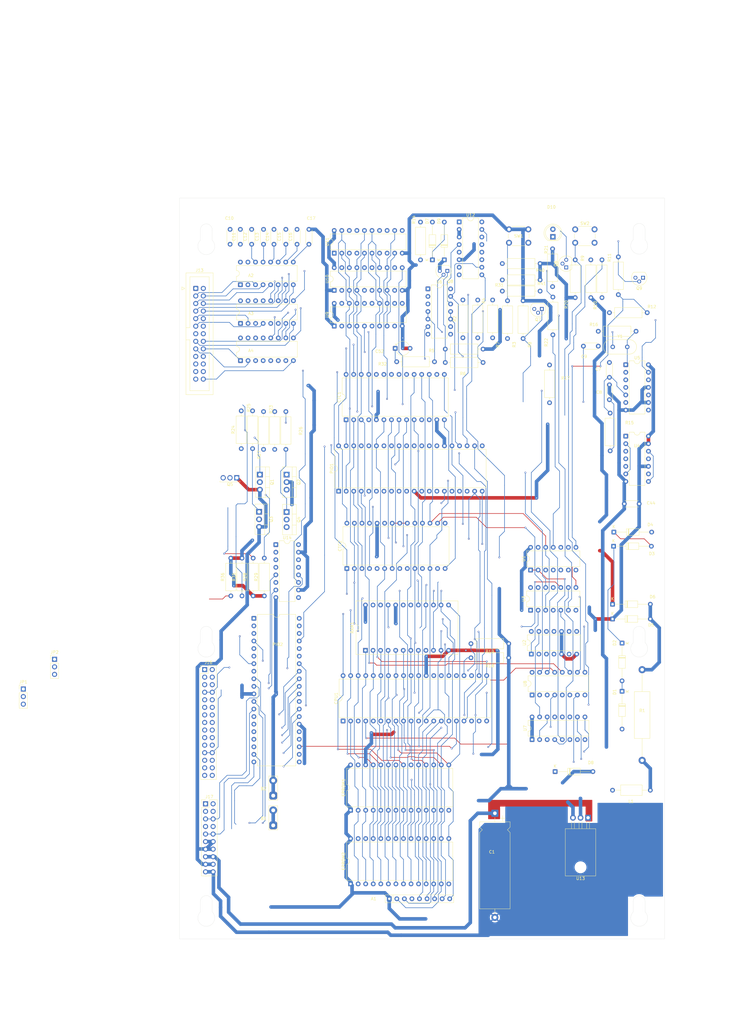
<source format=kicad_pcb>
(kicad_pcb (version 20241229) (generator "pcbnew") (generator_version "9.0")
  (layers (0 "F.Cu" signal) (2 "B.Cu" signal) (13 "F.Paste" user) (15 "B.Paste" user) (5 "F.SilkS" user "F.Silkscreen") (7 "B.SilkS" user "B.Silkscreen") (1 "F.Mask" user) (3 "B.Mask" user) (25 "Edge.Cuts" user))
  (net 0 "")
  (net 1 "A8")
  (net 2 "A2")
  (net 3 "A12")
  (net 4 "A5")
  (net 5 "Net-(CPU1-~{NMI})")
  (net 6 "A4")
  (net 7 "~{M1}")
  (net 8 "A7")
  (net 9 "A13")
  (net 10 "A11")
  (net 12 "A14")
  (net 13 "A10")
  (net 14 "A9")
  (net 15 "A0")
  (net 16 "A6")
  (net 17 "D4")
  (net 19 "~{IORQ}")
  (net 21 "~{WR}")
  (net 22 "A1")
  (net 23 "~{RES}")
  (net 24 "D7")
  (net 25 "D5")
  (net 26 "D1")
  (net 27 "Net-(U8-~{Y4})")
  (net 28 "D2")
  (net 29 "Net-(U11-LE)")
  (net 30 "A3")
  (net 31 "A15")
  (net 32 "D0")
  (net 33 "D3")
  (net 34 "D6")
  (net 37 "~{RD}")
  (net 38 "Net-(EPROM1-~{CE})")
  (net 39 "unconnected-(EPROM1-NC-Pad26)")
  (net 40 "Net-(EPROM2-~{CE})")
  (net 49 "GND")
  (net 52 "Net-(R32-Pad2)")
  (net 57 "unconnected-(PIO1-PA0-Pad15)")
  (net 61 "unconnected-(PIO1-PB5-Pad32)")
  (net 65 "Net-(C52-Pad1)")
  (net 68 "Net-(D3-A)")
  (net 71 "Net-(U10-LE)")
  (net 72 "Net-(U8-~{Y5})")
  (net 73 "Net-(RAM1-~{E})")
  (net 75 "Net-(U7-Q2a)")
  (net 76 "Net-(U1-Pad3)")
  (net 81 "Net-(A2-R4.2)")
  (net 85 "Net-(U7-Q3a)")
  (net 87 "Net-(U12B-A)")
  (net 88 "unconnected-(U3-Pad10)")
  (net 90 "Net-(A2-R1.2)")
  (net 91 "Net-(U4B-Q)")
  (net 92 "Net-(U4B-C)")
  (net 94 "Net-(U4B-D)")
  (net 97 "Net-(A2-R3.2)")
  (net 99 "Net-(U5-Pad13)")
  (net 101 "Net-(C7-Pad2)")
  (net 103 "Net-(C7-Pad1)")
  (net 108 "Net-(A2-R2.2)")
  (net 109 "Net-(A2-R5.2)")
  (net 110 "~{MRQ}")
  (net 112 "Net-(JP1-C)")
  (net 113 "VCC")
  (net 117 "Net-(JP2-C)")
  (net 119 "unconnected-(U8-~{Y7}-Pad7)")
  (net 120 "Net-(A2-R6.2)")
  (net 121 "Net-(A2-R8.2)")
  (net 122 "Net-(A2-R7.2)")
  (net 123 "unconnected-(Q1-B-Pad1)")
  (net 125 "unconnected-(Q2-C-Pad2)")
  (net 128 "Net-(A3-R6.2)")
  (net 129 "Net-(A3-R4.2)")
  (net 130 "Net-(A3-R5.2)")
  (net 131 "unconnected-(U12B-Cext-Pad6)")
  (net 138 "unconnected-(U12A-RCext-Pad15)")
  (net 139 "Net-(A3-R1.2)")
  (net 140 "Net-(A3-R7.2)")
  (net 141 "Net-(A3-R8.2)")
  (net 142 "Net-(A3-R3.2)")
  (net 143 "Net-(A3-R2.2)")
  (net 144 "Net-(A4-R3.2)")
  (net 145 "Net-(A4-R2.2)")
  (net 146 "Net-(A4-R1.2)")
  (net 147 "Net-(A4-R6.2)")
  (net 148 "Net-(A4-R5.2)")
  (net 149 "Net-(A4-R8.2)")
  (net 150 "Net-(A4-R4.2)")
  (net 151 "Net-(A4-R7.2)")
  (net 157 "unconnected-(R5-Pad2)")
  (net 158 "unconnected-(R6-Pad2)")
  (net 162 "unconnected-(R9-Pad1)")
  (net 163 "unconnected-(R10-Pad2)")
  (net 168 "unconnected-(R22-Pad2)")
  (net 175 "unconnected-(R28-Pad2)")
  (net 176 "unconnected-(R29-Pad2)")
  (net 177 "Net-(C9-Pad2)")
  (net 180 "unconnected-(D6-K-Pad1)")
  (net 191 "Net-(CTC2-CLK{slash}TRG1)")
  (net 192 "+12V")
  (net 193 "Net-(D1-K)")
  (net 194 "Net-(D1-A)")
  (net 195 "Net-(D2-K)")
  (net 196 "Net-(D5-A)")
  (net 197 "Net-(U12A-~{Q})")
  (net 198 "Net-(CPU1-~{HALT})")
  (net 199 "Net-(CPU1-~{WAIT})")
  (net 200 "~{INT}")
  (net 201 "Net-(R16-Pad2)")
  (net 202 "Net-(R3-Pad2)")
  (net 203 "unconnected-(R35-Pad1)")
  (net 204 "unconnected-(R36-Pad1)")
  (net 208 "Net-(CTC1-~{CE})")
  (net 209 "Net-(CTC2-~{CE})")
  (net 210 "Net-(PIO1-~{CE})")
  (net 211 "Net-(PIO2-~{CE})")
  (net 212 "Net-(U8-~{Y6})")
  (net 213 "Net-(D7-K)")
  (net 214 "Net-(U4A-D)")
  (net 216 "Net-(Q3-B)")
  (net 217 "Net-(Q4-B)")
  (net 218 "Net-(PIO1-PB3)")
  (net 219 "Net-(PIO1-PB2)")
  (net 220 "GNDPWR")
  (net 221 "Net-(U2-Pad1)")
  (net 222 "Net-(R28-Pad1)")
  (net 223 "Net-(CTC1-ZC{slash}TC0)")
  (net 224 "Net-(CTC1-CLK{slash}TRG3)")
  (net 225 "Net-(CTC1-ZC{slash}TC1)")
  (net 226 "Net-(CTC1-ZC{slash}TC2)")
  (net 227 "Net-(A2-R3.1)")
  (net 228 "Net-(A2-R4.1)")
  (net 229 "Net-(A2-R5.1)")
  (net 230 "Net-(A2-R2.1)")
  (net 231 "Net-(A2-R7.1)")
  (net 232 "Net-(A2-R6.1)")
  (net 233 "Net-(A2-R1.1)")
  (net 234 "Net-(A2-R8.1)")
  (net 235 "Net-(A3-R5.1)")
  (net 236 "Net-(A3-R7.1)")
  (net 237 "Net-(A3-R2.1)")
  (net 238 "Net-(A3-R4.1)")
  (net 239 "Net-(A3-R6.1)")
  (net 240 "Net-(A3-R8.1)")
  (net 241 "Net-(A3-R1.1)")
  (net 242 "Net-(A3-R3.1)")
  (net 243 "Net-(A4-R7.1)")
  (net 244 "Net-(A4-R3.1)")
  (net 245 "Net-(A4-R8.1)")
  (net 246 "Net-(A4-R4.1)")
  (net 247 "Net-(A4-R2.1)")
  (net 248 "Net-(A4-R6.1)")
  (net 249 "Net-(A4-R5.1)")
  (net 250 "Net-(A4-R1.1)")
  (net 251 "Net-(R11-Pad1)")
  (net 252 "CLK")
  (net 253 "Net-(CTC1-IEO)")
  (net 254 "Net-(CTC2-IEI)")
  (net 255 "Net-(J16-Pin_10)")
  (net 256 "Net-(PIO1-IEO)")
  (net 257 "Net-(J16-Pin_5)")
  (net 258 "Net-(J16-Pin_7)")
  (net 259 "Net-(J17-Pin_5)")
  (net 260 "Net-(J16-Pin_3)")
  (net 261 "Net-(J17-Pin_3)")
  (net 262 "Net-(U12B-B)")
  (net 263 "Net-(J17-Pin_1)")
  (net 264 "Net-(J16-Pin_13)")
  (net 265 "Net-(J16-Pin_15)")
  (net 266 "Net-(J16-Pin_11)")
  (net 267 "Net-(J16-Pin_27)")
  (net 268 "Net-(J16-Pin_25)")
  (net 269 "Net-(J16-Pin_23)")
  (net 270 "Net-(J16-Pin_17)")
  (net 271 "Net-(J16-Pin_19)")
  (net 272 "Net-(J16-Pin_21)")
  (net 273 "Net-(J16-Pin_29)")
  (net 274 "Net-(J17-Pin_10)")
  (net 275 "Net-(J17-Pin_7)")
  (net 276 "Net-(U9-LE)")
  (net 279 "unconnected-(Q6-C-Pad3)")
  (net 282 "Net-(Q7-C)")
  (net 283 "unconnected-(Q8-B-Pad2)")
  (net 284 "Net-(Q8-E)")
  (net 286 "Net-(BT1-+)")
  (net 287 "Net-(PIO2-PA6)")
  (net 288 "Net-(PIO2-PA7)")
  (net 289 "Net-(BT1--)")
  (net 290 "Net-(R22-Pad1)")
  (footprint "Diode_THT:D_DO-35_SOD27_P12.70mm_Horizontal" (layer "F.Cu") (at 251.55 169.45)
    (property "Reference" "D5")
    (property "Value" "1N4004")
  )
  (footprint "Package_DIP:DIP-28_W15.24mm" (layer "F.Cu") (at 163.5 258.5 90)
    (property "Reference" "EPROM2")
    (property "Value" "2764")
  )
  (footprint "Capacitor_THT:CP_Radial_Tantal_D4.5mm_P5.00mm" (layer "F.Cu") (at 178.5 78.5)
    (property "Reference" "C52")
    (property "Value" "1uF 16V")
  )
  (footprint "Resistor_THT:R_Axial_DIN0309_L9.0mm_D3.2mm_P12.70mm_Horizontal" (layer "F.Cu") (at 216.25 75.2 90)
    (property "Reference" "R3")
    (property "Value" "120k")
  )
  (footprint "TestPoint:TestPoint_2Pads_Pitch5.08mm_Drill1.3mm" (layer "F.Cu") (at 137.5 238.83 90)
    (property "Reference" "B1")
    (property "Value" "TestPoint_2Pole")
  )
  (footprint "Connector_PinHeader_2.54mm:PinHeader_1x03_P2.54mm_Vertical" (layer "F.Cu") (at 53.5 193)
    (property "Reference" "JP1")
    (property "Value" "Jumper_3_Bridged12")
  )
  (footprint "Connector_PinHeader_2.54mm:PinHeader_1x03_P2.54mm_Vertical" (layer "F.Cu") (at 64 183)
    (property "Reference" "JP2")
    (property "Value" "Jumper_3_Bridged12")
  )
  (footprint "Resistor_THT:R_Axial_DIN0309_L9.0mm_D3.2mm_P12.70mm_Horizontal" (layer "F.Cu") (at 221.488 75.2 90)
    (property "Reference" "R8")
    (property "Value" "1k")
  )
  (footprint "Package_DIP:DIP-40_W15.24mm" (layer "F.Cu") (at 131 169.24)
    (property "Reference" "PIO2")
    (property "Value" "Z8420")
  )
  (footprint "Capacitor_THT:CP_Axial_L29.0mm_D10.0mm_P35.00mm_Horizontal" (layer "F.Cu") (at 212 234.75 -90)
    (property "Reference" "C1")
    (property "Value" "1000uF 25V")
  )
  (footprint "Diode_THT:D_DO-35_SOD27_P12.70mm_Horizontal" (layer "F.Cu") (at 252 140.25)
    (property "Reference" "D4")
    (property "Value" "BZX 3,9")
  )
  (footprint "Capacitor_THT:C_Disc_D4.3mm_W1.9mm_P5.00mm" (layer "F.Cu") (at 255.5 130.75)
    (property "Reference" "C44")
    (property "Value" "22n")
  )
  (footprint "Diode_THT:D_DO-35_SOD27_P12.70mm_Horizontal" (layer "F.Cu") (at 251.55 164.5)
    (property "Reference" "D6")
    (property "Value" "1N4148")
  )
  (footprint "Package_DIP:DIP-16_W7.62mm" (layer "F.Cu") (at 126.46 57.12 90)
    (property "Reference" "A2")
    (property "Value" "1k")
  )
  (footprint "Capacitor_THT:C_Disc_D4.3mm_W1.9mm_P5.00mm" (layer "F.Cu") (at 137.75 43.5 90)
    (property "Reference" "C14")
    (property "Value" "1nF")
  )
  (footprint "Resistor_THT:R_Axial_DIN0309_L9.0mm_D3.2mm_P12.70mm_Horizontal" (layer "F.Cu") (at 250.75 112.95 90)
    (property "Reference" "R15")
    (property "Value" "1k")
  )
  (footprint "Package_TO_SOT_THT:TO-251-3_Vertical" (layer "F.Cu") (at 125.25 122 180)
    (property "Reference" "Q5")
    (property "Value" "BD 675")
  )
  (footprint "Connector_PinHeader_2.54mm:PinHeader_2x15_P2.54mm_Vertical" (layer "F.Cu") (at 114.46 186.46)
    (property "Reference" "J16")
    (property "Value" "Steckerleiste 16")
  )
  (footprint "Package_TO_SOT_THT:TO-92" (layer "F.Cu") (at 236 51.29 90)
    (property "Reference" "Q6")
    (property "Value" "BC238B")
  )
  (footprint "Package_DIP:DIP-14_W7.62mm" (layer "F.Cu") (at 224.25 181.25 90)
    (property "Reference" "U2")
    (property "Value" "74HO32")
  )
  (footprint "Resistor_THT:R_Axial_DIN0309_L9.0mm_D3.2mm_P12.70mm_Horizontal" (layer "F.Cu") (at 179 83)
    (property "Reference" "R32")
    (property "Value" "1k")
  )
  (footprint "Connector_PinHeader_2.54mm:PinHeader_2x10_P2.54mm_Vertical" (layer "F.Cu") (at 114.75 231.58)
    (property "Reference" "J17")
    (property "Value" "Steckerleiste 17")
  )
  (footprint "Package_DIP:DIP-40_W15.24mm" (layer "F.Cu") (at 159.48 126.5 90)
    (property "Reference" "PIO1")
    (property "Value" "Z8420")
  )
  (footprint "Package_TO_SOT_THT:TO-92" (layer "F.Cu") (at 261.79 54.75 180)
    (property "Reference" "Q9")
    (property "Value" "BF245A")
  )
  (footprint "Resistor_THT:R_Axial_DIN0309_L9.0mm_D3.2mm_P12.70mm_Horizontal" (layer "F.Cu") (at 134.25 112.45 90)
    (property "Reference" "R27")
    (property "Value" "1k")
  )
  (footprint "Package_DIP:DIP-28_W15.24mm" (layer "F.Cu") (at 162.25 152.5 90)
    (property "Reference" "CTC2")
    (property "Value" "Z0843004PSC")
  )
  (footprint "Diode_THT:D_DO-35_SOD27_P12.70mm_Horizontal" (layer "F.Cu") (at 232.25 220.75)
    (property "Reference" "D8")
    (property "Value" "1N4004")
  )
  (footprint "LED_THT:LED_D5.0mm" (layer "F.Cu") (at 231.5 41 90)
    (property "Reference" "D10")
    (property "Value" "LED")
  )
  (footprint "Capacitor_THT:C_Disc_D4.3mm_W1.9mm_P5.00mm" (layer "F.Cu") (at 141.75 43.5 90)
    (property "Reference" "C15")
    (property "Value" "1nF")
  )
  (footprint "Package_DIP:DIP-20_W7.62mm" (layer "F.Cu") (at 158 59 90)
    (property "Reference" "U10")
    (property "Value" "74C373/2")
  )
  (footprint "Capacitor_THT:C_Disc_D4.3mm_W1.9mm_P5.00mm" (layer "F.Cu") (at 134.25 43.5 90)
    (property "Reference" "C13")
    (property "Value" "1nF")
  )
  (footprint "Package_TO_SOT_THT:TO-220-3_Vertical" (layer "F.Cu") (at 142 133.5 -90)
    (property "Reference" "Q4")
    (property "Value" "BDX 53 C")
  )
  (footprint "Package_DIP:DIP-14_W7.62mm" (layer "F.Cu") (at 224 166.5 90)
    (property "Reference" "U3")
    (property "Value" "4069")
  )
  (footprint "Resistor_THT:R_Axial_DIN0309_L9.0mm_D3.2mm_P12.70mm_Horizontal" (layer "F.Cu") (at 130.556 112.2 90)
    (property "Reference" "R25")
    (property "Value" "470")
  )
  (footprint "Package_DIP:DIP-16_W7.62mm" (layer "F.Cu") (at 138.38 144.47)
    (property "Reference" "U14")
    (property "Value" "4503")
  )
  (footprint "Capacitor_THT:C_Disc_D4.3mm_W1.9mm_P5.00mm" (layer "F.Cu") (at 130.25 43.5 90)
    (property "Reference" "C12")
    (property "Value" "1nF")
  )
  (footprint "Package_TO_SOT_THT:TO-92" (layer "F.Cu") (at 227.79 65.25 180)
    (property "Reference" "Q7")
    (property "Value" "BC328")
  )
  (footprint "Resistor_THT:R_Axial_DIN0309_L9.0mm_D3.2mm_P12.70mm_Horizontal" (layer "F.Cu") (at 134.5 161.7 90)
    (property "Reference" "R29")
    (property "Value" "1k")
  )
  (footprint "Resistor_THT:R_Axial_DIN0309_L9.0mm_D3.2mm_P12.70mm_Horizontal" (layer "F.Cu") (at 248 61.45 90)
    (property "Reference" "R10")
    (property "Value" "2k2")
  )
  (footprint "Capacitor_THT:C_Disc_D4.3mm_W1.9mm_P5.00mm" (layer "F.Cu") (at 126.45 43.5 90)
    (property "Reference" "C11")
    (property "Value" "1nF")
  )
  (footprint "Package_DIP:DIP-28_W15.24mm" (layer "F.Cu") (at 162 102.5 90)
    (property "Reference" "CTC1")
    (property "Value" "Z0843004PSC")
  )
  (footprint "Package_DIP:DIP-16_W7.62mm" (layer "F.Cu") (at 200 36)
    (property "Reference" "U12")
    (property "Value" "74LS123")
  )
  (footprint "Resistor_THT:R_Axial_DIN0309_L9.0mm_D3.2mm_P12.70mm_Horizontal" (layer "F.Cu") (at 216.662 177.75 180)
    (property "Reference" "R19")
    (property "Value" "1k")
  )
  (footprint "Capacitor_THT:C_Disc_D4.3mm_W1.9mm_P5.00mm" (layer "F.Cu") (at 250.5 88.25 90)
    (property "Reference" "C7")
    (property "Value" "10n")
  )
  (footprint "Resistor_THT:R_Axial_DIN0309_L9.0mm_D3.2mm_P12.70mm_Horizontal" (layer "F.Cu") (at 127 161.7 90)
    (property "Reference" "R35")
    (property "Value" "1k")
  )
  (footprint "Resistor_THT:R_Axial_DIN0309_L9.0mm_D3.2mm_P12.70mm_Horizontal" (layer "F.Cu") (at 244.25 61.45 90)
    (property "Reference" "R9")
    (property "Value" "1k")
  )
  (footprint "Package_DIP:DIP-40_W15.24mm" (layer "F.Cu") (at 160.98 203.74 90)
    (property "Reference" "CPU1")
    (property "Value" "Z0840004PSC")
  )
  (footprint "Diode_THT:D_DO-35_SOD27_P12.70mm_Horizontal" (layer "F.Cu") (at 191 48.75 90)
    (property "Reference" "D7")
    (property "Value" "1N4148")
  )
  (footprint "Resistor_THT:R_Axial_DIN0309_L9.0mm_D3.2mm_P12.70mm_Horizontal" (layer "F.Cu") (at 253.5 60.45 90)
    (property "Reference" "R11")
    (property "Value" "10k")
  )
  (footprint "Package_TO_SOT_THT:TO-92" (layer "F.Cu") (at 196.02 52.48 180)
    (property "Reference" "Q8")
    (property "Value" "BC238B")
  )
  (footprint "Resistor_THT:R_Axial_DIN0309_L9.0mm_D3.2mm_P12.70mm_Horizontal" (layer "F.Cu") (at 231.394 57.75 90)
    (property "Reference" "R21")
    (property "Value" "390")
  )
  (footprint "Resistor_THT:R_Axial_DIN0309_L9.0mm_D3.2mm_P12.70mm_Horizontal" (layer "F.Cu") (at 195.326 78.74)
    (property "Reference" "R5")
    (property "Value" "47k")
  )
  (footprint "Package_DIP:DIP-16_W7.62mm" (layer "F.Cu") (at 126.5 82.62 90)
    (property "Reference" "A4")
    (property "Value" "1k")
  )
  (footprint "Package_TO_SOT_THT:TO-220-3_Vertical" (layer "F.Cu") (at 132.75 133.42 -90)
    (property "Reference" "Q3")
    (property "Value" "BDX 53 C")
  )
  (footprint "Diode_THT:D_DO-35_SOD27_P12.70mm_Horizontal" (layer "F.Cu") (at 254.75 177.55 -90)
    (property "Reference" "D2")
    (property "Value" "1N4148")
  )
  (footprint "Resistor_THT:R_Axial_DIN0309_L9.0mm_D3.2mm_P12.70mm_Horizontal" (layer "F.Cu") (at 216.662 182.5 180)
    (property "Reference" "R18")
    (property "Value" "1k")
  )
  (footprint "Resistor_THT:R_Axial_DIN0309_L9.0mm_D3.2mm_P12.70mm_Horizontal" (layer "F.Cu") (at 250.5 66.5)
    (property "Reference" "R12")
    (property "Value" "10M")
  )
  (footprint "Resistor_THT:R_Axial_DIN0309_L9.0mm_D3.2mm_P12.70mm_Horizontal" (layer "F.Cu") (at 195.326 83.25)
    (property "Reference" "R6")
    (property "Value" "22k")
  )
  (footprint "Capacitor_THT:C_Disc_D4.3mm_W1.9mm_P5.00mm" (layer "F.Cu") (at 145.5 43.5 90)
    (property "Reference" "C16")
    (property "Value" "1nF")
  )
  (footprint "Diode_THT:D_DO-35_SOD27_P12.70mm_Horizontal" (layer "F.Cu") (at 251.9 145)
    (property "Reference" "D3")
    (property "Value" "BZX 3,9")
  )
  (footprint "Diode_THT:D_DO-35_SOD27_P12.70mm_Horizontal" (layer "F.Cu") (at 195 48.75 90)
    (property "Reference" "D9")
    (property "Value" "1N4148")
  )
  (footprint "Package_DIP:DIP-16_W7.62mm" (layer "F.Cu") (at 224.5 195 90)
    (property "Reference" "U8")
    (property "Value" "74HC138")
  )
  (footprint "Resistor_THT:R_Axial_DIN0309_L9.0mm_D3.2mm_P12.70mm_Horizontal" (layer "F.Cu") (at 214.5 50)
    (property "Reference" "R40")
    (property "Value" "22k")
  )
  (footprint "Capacitor_THT:C_Disc_D4.3mm_W1.9mm_P5.00mm" (layer "F.Cu") (at 250.5 95.75 90)
    (property "Reference" "C8")
    (property "Value" "22n")
  )
  (footprint "TestPoint:TestPoint_2Pads_Pitch5.08mm_Drill1.3mm" (layer "F.Cu") (at 137.5 228.83 90)
    (property "Reference" "B2")
    (property "Value" "TestPoint_2Pole")
  )
  (footprint "Resistor_THT:R_Axial_DIN0309_L9.0mm_D3.2mm_P12.70mm_Horizontal" (layer "F.Cu") (at 201.25 74.93 90)
    (property "Reference" "R2")
    (property "Value" "1k")
  )
  (footprint "Package_DIP:DIP-14_W7.62mm" (layer "F.Cu") (at 189.5 58.5)
    (property "Reference" "U6")
    (property "Value" "74LS132")
  )
  (footprint "Resistor_THT:R_Axial_DIN0309_L9.0mm_D3.2mm_P12.70mm_Horizontal" (layer "F.Cu") (at 231.5 73.95 90)
    (property "Reference" "R22")
    (property "Value" "22k")
  )
  (footprint "Resistor_THT:R_Axial_DIN0309_L9.0mm_D3.2mm_P12.70mm_Horizontal" (layer "F.Cu") (at 206.25 74.95 90)
    (property "Reference" "R4")
    (property "Value" "8k2")
  )
  (footprint "Package_DIP:DIP-14_W7.62mm" (layer "F.Cu") (at 224 153 90)
    (property "Reference" "U1")
    (property "Value" "4093")
  )
  (footprint "Resistor_THT:R_Axial_DIN0309_L9.0mm_D3.2mm_P12.70mm_Horizontal" (layer "F.Cu") (at 239 61.45 90)
    (property "Reference" "R20")
    (property "Value" "1k")
  )
  (footprint "Resistor_THT:R_Axial_DIN0309_L9.0mm_D3.2mm_P12.70mm_Horizontal" (layer "F.Cu") (at 230.378 96.774 90)
    (property "Reference" "R17")
    (property "Value" "390")
  )
  (footprint "Resistor_THT:R_Array_SIP9" (layer "F.Cu") (at 176.5 263.5)
    (property "Reference" "A1")
    (property "Value" "1k")
  )
  (footprint "Package_DIP:DIP-16_W7.62mm" (layer "F.Cu") (at 126.5 70.12 90)
    (property "Reference" "A3")
    (property "Value" "1k")
  )
  (footprint "Package_TO_SOT_THT:TO-220-3_Vertical" (layer "F.Cu") (at 142 120.92 -90)
    (property "Reference" "Q2")
    (property "Value" "BDX 53 C")
  )
  (footprint "Inductor_THT:L_Axial_L7.0mm_D3.3mm_P12.70mm_Horizontal_Fastron_MICC" (layer "F.Cu") (at 251.55 227)
    (property "Reference" "L1")
    (property "Value" "22µH")
  )
  (footprint "Capacitor_THT:C_Disc_D4.3mm_W1.9mm_P5.00mm" (layer "F.Cu") (at 123 43.5 90)
    (property "Reference" "C10")
    (property "Value" "1nF")
  )
  (footprint "Package_DIP:DIP-14_W7.62mm" (layer "F.Cu") (at 256 84)
    (property "Reference" "U5")
    (property "Value" "7404")
  )
  (footprint "Resistor_THT:R_Axial_DIN0309_L9.0mm_D3.2mm_P12.70mm_Horizontal" (layer "F.Cu") (at 214.5 59.25)
    (property "Reference" "R31")
    (property "Value" "4k7")
  )
  (footprint "Resistor_THT:R_Axial_DIN0309_L9.0mm_D3.2mm_P12.70mm_Horizontal" (layer "F.Cu") (at 211.25 74.95 90)
    (property "Reference" "R7")
    (property "Value" "8k2")
  )
  (footprint "Crystal:Crystal_HC49-U_Vertical" (layer "F.Cu") (at 251.62 78)
    (property "Reference" "Y1")
    (property "Value" "4MHz")
  )
  (footprint "Resistor_THT:R_Axial_DIN0516_L15.5mm_D5.0mm_P30.48mm_Horizontal" (layer "F.Cu") (at 261.5 186.5 -90)
    (property "Reference" "R1")
    (property "Value" "8,2 / 2W")
  )
  (footprint "Button_Switch_THT:SW_PUSH_6mm" (layer "F.Cu") (at 239 38.5)
    (property "Reference" "SW2")
    (property "Value" "NMI")
  )
  (footprint "Package_DIP:DIP-20_W7.62mm" (layer "F.Cu") (at 158 46.5 90)
    (property "Reference" "U11")
    (property "Value" "74C373/3")
  )
  (footprint "Package_DIP:DIP-16_W7.62mm" (layer "F.Cu") (at 224.5 210 90)
    (property "Reference" "U7")
    (property "Value" "74LS155")
  )
  (footprint "Resistor_THT:R_Axial_DIN0309_L9.0mm_D3.2mm_P12.70mm_Horizontal" (layer "F.Cu") (at 141.75 112.45 90)
    (property "Reference" "R26")
    (property "Value" "470")
  )
  (footprint "Connector_IDC:IDC-Header_2x13_P2.54mm_Vertical" (layer "F.Cu") (at 111.46 58.35)
    (property "Reference" "J13")
    (property "Value" "Steckerleiste 13")
  )
  (footprint "Package_DIP:DIP-28_W15.24mm" (layer "F.Cu") (at 163.5 233.74 90)
    (property "Reference" "EPROM1")
    (property "Value" "2764")
  )
  (footprint "Resistor_THT:R_Axial_DIN0309_L9.0mm_D3.2mm_P12.70mm_Horizontal" (layer "F.Cu") (at 126.75 112.2 90)
    (property "Reference" "R24")
    (property "Value" "470")
  )
  (footprint "Resistor_THT:R_Axial_DIN0309_L9.0mm_D3.2mm_P12.70mm_Horizontal" (layer "F.Cu") (at 187 48.75 90)
    (property "Reference" "R14")
    (property "Value" "2k2")
  )
  (footprint "Package_DIP:DIP-20_W7.62mm" (layer "F.Cu") (at 158 71 90)
    (property "Reference" "U9")
    (property "Value" "74C373/1")
  )
  (footprint "Capacitor_THT:C_Disc_D4.3mm_W1.9mm_P5.00mm" (layer "F.Cu") (at 149.5 43.5 90)
    (property "Reference" "C17")
    (property "Value" "1nF")
  )
  (footprint "Package_DIP:DIP-24_18.0mmx34.29mm_W15.24mm" (layer "F.Cu") (at 168.5 180 90)
    (property "Reference" "RAM1")
    (property "Value" "MB8416-20L")
  )
  (footprint "Resistor_THT:R_Axial_DIN0309_L9.0mm_D3.2mm_P12.70mm_Horizontal" (layer "F.Cu") (at 214.5 55.5)
    (property "Reference" "R41")
    (property "Value" "22k")
  )
  (footprint "Resistor_THT:R_Axial_DIN0309_L9.0mm_D3.2mm_P12.70mm_Horizontal" (layer "F.Cu") (at 130.75 161.7 90)
    (property "Reference" "R28")
    (property "Value" "1k")
  )
  (footprint "Capacitor_THT:C_Disc_D4.3mm_W1.9mm_P5.00mm" (layer "F.Cu") (at 241.75 77.75)
    (property "Reference" "C9")
    (property "Value" "33p")
  )
  (footprint "Resistor_THT:R_Axial_DIN0309_L9.0mm_D3.2mm_P12.70mm_Horizontal" (layer "F.Cu") (at 123.25 161.7 90)
    (property "Reference" "R36")
    (property "Value" "1k")
  )
  (footprint "Package_TO_SOT_THT:TO-220-3_Vertical" (layer "F.Cu") (at 133 120.92 -90)
    (property "Reference" "Q1")
    (property "Value" "BDX 53 C")
  )
  (footprint "Diode_THT:D_DO-35_SOD27_P12.70mm_Horizontal" (layer "F.Cu") (at 254.75 193.75 -90)
    (property "Reference" "D1")
    (property "Value" "1N4148")
  )
  (footprint "Button_Switch_THT:SW_PUSH_6mm" (layer "F.Cu") (at 216.75 38.5)
    (property "Reference" "SW1")
    (property "Value" "Reset")
  )
  (footprint "Resistor_THT:R_Axial_DIN0309_L9.0mm_D3.2mm_P12.70mm_Horizontal" (layer "F.Cu") (at 138 112.45 90)
    (property "Reference" "R23")
    (property "Value" "470")
  )
  (footprint "Package_DIP:DIP-14_W7.62mm" (layer "F.Cu") (at 256 108)
    (property "Reference" "U4")
    (property "Value" "74LS74")
  )
  (footprint "Resistor_THT:R_Axial_DIN0309_L9.0mm_D3.2mm_P12.70mm_Horizontal" (layer "F.Cu") (at 246.75 72.75)
    (property "Reference" "R16")
    (property "Value" "1k")
  )
  (footprint "Package_TO_SOT_THT:TO-220-3_Horizontal_TabDown" (layer "F.Cu") (at 243.33 236.25 180)
    (property "Reference" "U13")
    (property "Value" "L7805")
  )
  (gr_arc (start 117 177.421573) (mid 115 182.25) (end 113 177.421573) (stroke (width 0.05)) (layer "Edge.Cuts"))
  (gr_arc (start 258.5 264.421573) (mid 260.5 262.421573) (end 262.5 264.421573) (stroke (width 0.05)) (layer "Edge.Cuts"))
  (gr_line (start 117 42.171574) (end 117 38.671573) (stroke (width 0.05)) (layer "Edge.Cuts"))
  (gr_line (start 258.5 173.921573) (end 258.5 177.421573) (stroke (width 0.05)) (layer "Edge.Cuts"))
  (gr_line (start 117 177.421574) (end 117 173.921573) (stroke (width 0.05)) (layer "Edge.Cuts"))
  (gr_line (start 258.5 38.5) (end 258.5 42) (stroke (width 0.05)) (layer "Edge.Cuts"))
  (gr_arc (start 117 267.921573) (mid 115 272.75) (end 113 267.921573) (stroke (width 0.05)) (layer "Edge.Cuts"))
  (gr_line (start 258.5 264.421573) (end 258.5 267.921573) (stroke (width 0.05)) (layer "Edge.Cuts"))
  (gr_line (start 113 38.671573) (end 113 42.171573) (stroke (width 0.05)) (layer "Edge.Cuts"))
  (gr_arc (start 113 264.421573) (mid 115 262.421573) (end 117 264.421573) (stroke (width 0.05)) (layer "Edge.Cuts"))
  (gr_arc (start 113 173.921573) (mid 115 171.921573) (end 117 173.921573) (stroke (width 0.05)) (layer "Edge.Cuts"))
  (gr_arc (start 262.5 177.421573) (mid 260.5 182.25) (end 258.5 177.421573) (stroke (width 0.05)) (layer "Edge.Cuts"))
  (gr_line (start 262.5 177.421574) (end 262.5 173.921573) (stroke (width 0.05)) (layer "Edge.Cuts"))
  (gr_arc (start 258.5 38.5) (mid 260.5 36.5) (end 262.5 38.5) (stroke (width 0.05)) (layer "Edge.Cuts"))
  (gr_line (start 117 267.921574) (end 117 264.421573) (stroke (width 0.05)) (layer "Edge.Cuts"))
  (gr_arc (start 113 38.671573) (mid 115 36.671573) (end 117 38.671573) (stroke (width 0.05)) (layer "Edge.Cuts"))
  (gr_line (start 262.5 267.921574) (end 262.5 264.421573) (stroke (width 0.05)) (layer "Edge.Cuts"))
  (gr_line (start 113 173.921573) (end 113 177.421573) (stroke (width 0.05)) (layer "Edge.Cuts"))
  (gr_rect (start 106 28) (end 269 277) (stroke (width 0.05)) (fill no) (layer "Edge.Cuts"))
  (gr_arc (start 258.5 173.921573) (mid 260.5 171.921573) (end 262.5 173.921573) (stroke (width 0.05)) (layer "Edge.Cuts"))
  (gr_arc (start 117 42.171573) (mid 115 47) (end 113 42.171573) (stroke (width 0.05)) (layer "Edge.Cuts"))
  (gr_arc (start 262.5 42) (mid 260.5 46.828427) (end 258.5 42) (stroke (width 0.05)) (layer "Edge.Cuts"))
  (gr_line (start 113 264.421573) (end 113 267.921573) (stroke (width 0.05)) (layer "Edge.Cuts"))
  (gr_arc (start 262.5 267.921573) (mid 260.5 272.75) (end 258.5 267.921573) (stroke (width 0.05)) (layer "Edge.Cuts"))
  (gr_line (start 262.5 42.000001) (end 262.5 38.5) (stroke (width 0.05)) (layer "Edge.Cuts"))
  (segment (start 168.62 216) (end 171.12 218.5) (width 0.2) (layer "F.Cu") (net 1))
  (segment (start 166.25 216) (end 168.62 216) (width 0.2) (layer "F.Cu") (net 1))
  (via (at 166.25 216) (size 0.6) (drill 0.3) (layers "F.Cu" "B.Cu") (net 1))
  (via (at 167.5 162.5) (size 0.6) (drill 0.3) (layers "F.Cu" "B.Cu") (net 1))
  (segment (start 171.12 225.62) (end 172.5 227) (width 0.2) (layer "B.Cu") (net 1))
  (segment (start 166.06 188.5) (end 166.06 197.44) (width 0.2) (layer "B.Cu") (net 1))
  (segment (start 171.12 218.5) (end 171.12 225.62) (width 0.2) (layer "B.Cu") (net 1))
  (segment (start 167.25 176.25) (end 167.25 162.75) (width 0.2) (layer "B.Cu") (net 1))
  (segment (start 166.06 177.44) (end 167.25 176.25) (width 0.2) (layer "B.Cu") (net 1))
  (segment (start 164.75 198.75) (end 164.75 214.5) (width 0.2) (layer "B.Cu") (net 1))
  (segment (start 172.5 227) (end 172.5 237.25) (width 0.2) (layer "B.Cu") (net 1))
  (segment (start 171.12 238.63) (end 171.12 243.26) (width 0.2) (layer "B.Cu") (net 1))
  (segment (start 172.5 237.25) (end 171.12 238.63) (width 0.2) (layer "B.Cu") (net 1))
  (segment (start 167.25 162.75) (end 167.5 162.5) (width 0.2) (layer "B.Cu") (net 1))
  (segment (start 164.75 214.5) (end 166.25 216) (width 0.2) (layer "B.Cu") (net 1))
  (segment (start 166.06 188.5) (end 166.06 177.44) (width 0.2) (layer "B.Cu") (net 1))
  (segment (start 166.06 197.44) (end 164.75 198.75) (width 0.2) (layer "B.Cu") (net 1))
  (via (at 181.5 193) (size 0.6) (drill 0.3) (layers "F.Cu" "B.Cu") (net 2))
  (segment (start 181.3 180.1) (end 181.2 180) (width 0.2) (layer "B.Cu") (net 2))
  (segment (start 180.179 238.321) (end 181.28 237.22) (width 0.2) (layer "B.Cu") (net 2))
  (segment (start 180.179 249.179) (end 180.179 238.321) (width 0.2) (layer "B.Cu") (net 2))
  (segment (start 180 197) (end 181.5 195.5) (width 0.2) (layer "B.Cu") (net 2))
  (segment (start 181.3 188.5) (end 181.3 180.1) (width 0.2) (layer "B.Cu") (net 2))
  (segment (start 181.28 258.5) (end 181.28 250.28) (width 0.2) (layer "B.Cu") (net 2))
  (segment (start 180 226) (end 180 215.5) (width 0.2) (layer "B.Cu") (net 2))
  (segment (start 181.5 195.5) (end 181.5 193) (width 0.2) (layer "B.Cu") (net 2))
  (segment (start 180 215.5) (end 180.75 214.75) (width 0.2) (layer "B.Cu") (net 2))
  (segment (start 180 204.375) (end 180 197) (width 0.2) (layer "B.Cu") (net 2))
  (segment (start 181.28 237.22) (end 181.28 233.74) (width 0.2) (layer "B.Cu") (net 2))
  (segment (start 181.28 233.74) (end 181.28 227.28) (width 0.2) (layer "B.Cu") (net 2))
  (segment (start 181.5 193) (end 181.3 192.8) (width 0.2) (layer "B.Cu") (net 2))
  (segment (start 181.28 227.28) (end 180 226) (width 0.2) (layer "B.Cu") (net 2))
  (segment (start 180.75 205.125) (end 180 204.375) (width 0.2) (layer "B.Cu") (net 2))
  (segment (start 180.75 214.75) (end 180.75 205.125) (width 0.2) (layer "B.Cu") (net 2))
  (segment (start 181.28 250.28) (end 180.179 249.179) (width 0.2) (layer "B.Cu") (net 2))
  (segment (start 181.3 192.8) (end 181.3 188.5) (width 0.2) (layer "B.Cu") (net 2))
  (segment (start 164.939 216.939) (end 163.52 215.52) (width 0.2) (layer "B.Cu") (net 3))
  (segment (start 163.52 215.52) (end 163.52 203.74) (width 0.2) (layer "B.Cu") (net 3))
  (segment (start 166.04 233.74) (end 166.04 226.79) (width 0.2) (layer "B.Cu") (net 3))
  (segment (start 166.04 237.46) (end 164.75 238.75) (width 0.2) (layer "B.Cu") (net 3))
  (segment (start 164.75 249) (end 166.04 250.29) (width 0.2) (layer "B.Cu") (net 3))
  (segment (start 164.939 225.689) (end 164.939 216.939) (width 0.2) (layer "B.Cu") (net 3))
  (segment (start 166.04 233.74) (end 166.04 237.46) (width 0.2) (layer "B.Cu") (net 3))
  (segment (start 164.75 238.75) (end 164.75 249) (width 0.2) (layer "B.Cu") (net 3))
  (segment (start 166.04 250.29) (end 166.04 258.5) (width 0.2) (layer "B.Cu") (net 3))
  (segment (start 166.04 226.79) (end 164.939 225.689) (width 0.2) (layer "B.Cu") (net 3))
  (segment (start 172.559 213.691) (end 172.559 225.809) (width 0.2) (layer "B.Cu") (net 4))
  (segment (start 172.559 249.309) (end 173.66 250.41) (width 0.2) (layer "B.Cu") (net 4))
  (segment (start 172.579 204.579) (end 173.25 205.25) (width 0.2) (layer "B.Cu") (net 4))
  (segment (start 172.559 238.441) (end 172.559 249.309) (width 0.2) (layer "B.Cu") (net 4))
  (segment (start 172.579 194.921) (end 172.579 204.579) (width 0.2) (layer "B.Cu") (net 4))
  (segment (start 173.68 180.1) (end 173.58 180) (width 0.2) (layer "B.Cu") (net 4))
  (segment (start 173.25 213) (end 172.559 213.691) (width 0.2) (layer "B.Cu") (net 4))
  (segment (start 173.68 188.5) (end 173.68 180.1) (width 0.2) (layer "B.Cu") (net 4))
  (segment (start 173.66 250.41) (end 173.66 258.5) (width 0.2) (layer "B.Cu") (net 4))
  (segment (start 173.66 226.91) (end 173.66 233.74) (width 0.2) (layer "B.Cu") (net 4))
  (segment (start 173.66 233.74) (end 173.66 237.34) (width 0.2) (layer "B.Cu") (net 4))
  (segment (start 172.559 225.809) (end 173.66 226.91) (width 0.2) (layer "B.Cu") (net 4))
  (segment (start 173.66 237.34) (end 172.559 238.441) (width 0.2) (layer "B.Cu") (net 4))
  (segment (start 173.68 188.5) (end 173.68 193.82) (width 0.2) (layer "B.Cu") (net 4))
  (segment (start 173.68 193.82) (end 172.579 194.921) (width 0.2) (layer "B.Cu") (net 4))
  (segment (start 173.25 205.25) (end 173.25 213) (width 0.2) (layer "B.Cu") (net 4))
  (via (at 200 113.75) (size 0.6) (drill 0.3) (layers "F.Cu" "B.Cu") (net 5))
  (segment (start 241 63.25) (end 239.75 64.5) (width 0.2) (layer "B.Cu") (net 5))
  (segment (start 209 125) (end 207.75 123.75) (width 0.2) (layer "B.Cu") (net 5))
  (segment (start 238 70.25) (end 238 72.5) (width 0.2) (layer "B.Cu") (net 5))
  (segment (start 206.5 123.25) (end 206 123.25) (width 0.2) (layer "B.Cu") (net 5))
  (segment (start 241 62) (end 241 63.25) (width 0.2) (layer "B.Cu") (net 5))
  (segment (start 207.801 181.699) (end 208.5 181) (width 0.2) (layer "B.Cu") (net 5))
  (segment (start 208.5 146.75) (end 209 146.25) (width 0.2) (layer "B.Cu") (net 5))
  (segment (start 207.75 123.75) (end 207.25 123.25) (width 0.2) (layer "B.Cu") (net 5))
  (segment (start 208.5 172.5) (end 208.5 146.75) (width 0.2) (layer "B.Cu") (net 5))
  (segment (start 237.25 77) (end 236.5 77.75) (width 0.2) (layer "B.Cu") (net 5))
  (segment (start 203.25 120.5) (end 200 117.25) (width 0.2) (layer "B.Cu") (net 5))
  (segment (start 241 50.75) (end 241 62) (width 0.2) (layer "B.Cu") (net 5))
  (segment (start 209 144.5) (end 209 125) (width 0.2) (layer "B.Cu") (net 5))
  (segment (start 209 146.25) (end 209 144.5) (width 0.2) (layer "B.Cu") (net 5))
  (segment (start 207.25 123.25) (end 206.5 123.25) (width 0.2) (layer "B.Cu") (net 5))
  (segment (start 236.5 77.75) (end 235.5 78.75) (width 0.2) (layer "B.Cu") (net 5))
  (segment (start 239 48.75) (end 239 43) (width 0.2) (layer "B.Cu") (net 5))
  (segment (start 237.25 73.25) (end 237.25 74.25) (width 0.2) (layer "B.Cu") (net 5))
  (segment (start 202.75 195.75) (end 206 192.5) (width 0.2) (layer "B.Cu") (net 5))
  (segment (start 206 123.25) (end 203.25 120.5) (width 0.2) (layer "B.Cu") (net 5))
  (segment (start 202.75 202.61) (end 202.75 201.5) (width 0.2) (layer "B.Cu") (net 5))
  (segment (start 239.75 64.5) (end 238 66.25) (width 0.2) (layer "B.Cu") (net 5))
  (segment (start 238 72.5) (end 237.75 72.75) (width 0.2) (layer "B.Cu") (net 5))
  (segment (start 208.5 181) (end 208.5 172.5) (width 0.2) (layer "B.Cu") (net 5))
  (segment (start 200 117.25) (end 200 113.75) (width 0.2) (layer "B.Cu") (net 5))
  (segment (start 238 66.25) (end 238 70.25) (width 0.2) (layer "B.Cu") (net 5))
  (segment (start 201.62 203.74) (end 202.75 202.61) (width 0.2) (layer "B.Cu") (net 5))
  (segment (start 206 192.5) (end 207.801 190.699) (width 0.2) (layer "B.Cu") (net 5))
  (segment (start 239 48.75) (end 241 50.75) (width 0.2) (layer "B.Cu") (net 5))
  (segment (start 207.801 190.699) (end 207.801 181.699) (width 0.2) (layer "B.Cu") (net 5))
  (segment (start 237.75 72.75) (end 237.25 73.25) (width 0.2) (layer "B.Cu") (net 5))
  (segment (start 237.25 74.25) (end 237.25 77) (width 0.2) (layer "B.Cu") (net 5))
  (segment (start 202.75 201.5) (end 202.75 195.75) (width 0.2) (layer "B.Cu") (net 5))
  (segment (start 235.5 78.75) (end 235.5 101) (width 0.2) (layer "B.Cu") (net 5))
  (via (at 176.25 196) (size 0.6) (drill 0.3) (layers "F.Cu" "B.Cu") (net 6))
  (segment (start 176.2 226.95) (end 175 225.75) (width 0.2) (layer "B.Cu") (net 6))
  (segment (start 176.22 188.5) (end 176.22 180.1) (width 0.2) (layer "B.Cu") (net 6))
  (segment (start 176.22 188.5) (end 176.22 195.97) (width 0.2) (layer "B.Cu") (net 6))
  (segment (start 176.2 250.45) (end 176.2 258.5) (width 0.2) (layer "B.Cu") (net 6))
  (segment (start 175 217.75) (end 174.5 217.25) (width 0.2) (layer "B.Cu") (net 6))
  (segment (start 175.119 197.131) (end 176.25 196) (width 0.2) (layer "B.Cu") (net 6))
  (segment (start 175 225.75) (end 175 217.75) (width 0.2) (layer "B.Cu") (net 6))
  (segment (start 176.2 233.74) (end 176.2 226.95) (width 0.2) (layer "B.Cu") (net 6))
  (segment (start 175.099 238.651) (end 175.099 249.349) (width 0.2) (layer "B.Cu") (net 6))
  (segment (start 174.5 205.25) (end 175.119 204.631) (width 0.2) (layer "B.Cu") (net 6))
  (segment (start 174.5 217.25) (end 174.5 205.25) (width 0.2) (layer "B.Cu") (net 6))
  (segment (start 176.2 237.55) (end 175.099 238.651) (width 0.2) (layer "B.Cu") (net 6))
  (segment (start 175.099 249.349) (end 176.2 250.45) (width 0.2) (layer "B.Cu") (net 6))
  (segment (start 176.22 195.97) (end 176.25 196) (width 0.2) (layer "B.Cu") (net 6))
  (segment (start 176.22 180.1) (end 176.12 180) (width 0.2) (layer "B.Cu") (net 6))
  (segment (start 176.2 233.74) (end 176.2 237.55) (width 0.2) (layer "B.Cu") (net 6))
  (segment (start 175.119 204.631) (end 175.119 197.131) (width 0.2) (layer "B.Cu") (net 6))
  (via (at 154.75 111.5) (size 0.6) (drill 0.3) (layers "F.Cu" "B.Cu") (net 7))
  (segment (start 196.479 106.479) (end 196.479 119.479) (width 0.2) (layer "B.Cu") (net 7))
  (segment (start 147.75 173.25) (end 147.75 167.25) (width 0.2) (layer "B.Cu") (net 7))
  (segment (start 154.75 160.25) (end 154.75 148) (width 0.2) (layer "B.Cu") (net 7))
  (segment (start 147.75 167.25) (end 151.75 163.25) (width 0.2) (layer "B.Cu") (net 7))
  (segment (start 154.75 148) (end 154.75 111.5) (width 0.2) (layer "B.Cu") (net 7))
  (segment (start 151.75 163.25) (end 154.75 160.25) (width 0.2) (layer "B.Cu") (net 7))
  (segment (start 196.479 119.479) (end 198.681 121.681) (width 0.2) (layer "B.Cu") (net 7))
  (segment (start 195.02 105.02) (end 196.479 106.479) (width 0.2) (layer "B.Cu") (net 7))
  (segment (start 146.24 176.86) (end 147.75 175.35) (width 0.2) (layer "B.Cu") (net 7))
  (segment (start 198.681 149.089) (end 195.27 152.5) (width 0.2) (layer "B.Cu") (net 7))
  (segment (start 147.75 175.35) (end 147.75 173.25) (width 0.2) (layer "B.Cu") (net 7))
  (segment (start 198.681 121.681) (end 198.681 149.089) (width 0.2) (layer "B.Cu") (net 7))
  (segment (start 195.02 102.5) (end 195.02 105.02) (width 0.2) (layer "B.Cu") (net 7))
  (segment (start 168.6 191.65) (end 168.6 188.5) (width 0.2) (layer "B.Cu") (net 8))
  (segment (start 168.58 226.83) (end 167.479 225.729) (width 0.2) (layer "B.Cu") (net 8))
  (segment (start 168.6 180.1) (end 168.5 180) (width 0.2) (layer "B.Cu") (net 8))
  (segment (start 167.479 249.229) (end 168.58 250.33) (width 0.2) (layer "B.Cu") (net 8))
  (segment (start 168.58 233.74) (end 168.58 226.83) (width 0.2) (layer "B.Cu") (net 8))
  (segment (start 168.58 237.42) (end 167.479 238.521) (width 0.2) (layer "B.Cu") (net 8))
  (segment (start 167.479 225.729) (end 167.479 192.771) (width 0.2) (layer "B.Cu") (net 8))
  (segment (start 168.58 233.74) (end 168.58 237.42) (width 0.2) (layer "B.Cu") (net 8))
  (segment (start 167.479 192.771) (end 168.6 191.65) (width 0.2) (layer "B.Cu") (net 8))
  (segment (start 167.479 238.521) (end 167.479 249.229) (width 0.2) (layer "B.Cu") (net 8))
  (segment (start 168.58 250.33) (end 168.58 258.5) (width 0.2) (layer "B.Cu") (net 8))
  (segment (start 168.6 188.5) (end 168.6 180.1) (width 0.2) (layer "B.Cu") (net 8))
  (via (at 175.75 206.75) (size 0.6) (drill 0.3) (layers "F.Cu" "B.Cu") (net 10))
  (segment (start 175.75 216.75) (end 175.75 206.75) (width 0.2) (layer "B.Cu") (net 10))
  (segment (start 176.2 218.5) (end 176.2 217.2) (width 0.2) (layer "B.Cu") (net 10))
  (segment (start 177.5 237.25) (end 176.2 238.55) (width 0.2) (layer "B.Cu") (net 10))
  (segment (start 176.2 217.2) (end 175.75 216.75) (width 0.2) (layer "B.Cu") (net 10))
  (segment (start 176.2 238.55) (end 176.2 243.26) (width 0.2) (layer "B.Cu") (net 10))
  (segment (start 177.5 227) (end 177.5 237.25) (width 0.2) (layer "B.Cu") (net 10))
  (segment (start 176.2 218.5) (end 176.2 225.7) (width 0.2) (layer "B.Cu") (net 10))
  (segment (start 176.2 225.7) (end 177.5 227) (width 0.2) (layer "B.Cu") (net 10))
  (segment (start 199.5 210.5) (end 200.5 211.5) (width 0.2) (layer "F.Cu") (net 12))
  (segment (start 200.5 211.5) (end 210 211.5) (width 0.2) (layer "F.Cu") (net 12))
  (segment (start 210 211.5) (end 216.5 211.5) (width 0.2) (layer "F.Cu") (net 12))
  (segment (start 171.5 209.5) (end 198.5 209.5) (width 0.2) (layer "F.Cu") (net 12))
  (segment (start 198.5 209.5) (end 199.5 210.5) (width 0.2) (layer "F.Cu") (net 12))
  (segment (start 168.75 209.5) (end 171.5 209.5) (width 0.2) (layer "F.Cu") (net 12))
  (via (at 168.75 209.5) (size 0.6) (drill 0.3) (layers "F.Cu" "B.Cu") (net 12))
  (segment (start 168.6 209.35) (end 168.75 209.5) (width 0.2) (layer "B.Cu") (net 12))
  (segment (start 168.6 203.74) (end 168.6 209.35) (width 0.2) (layer "B.Cu") (net 12))
  (segment (start 179.78 217) (end 181.28 218.5) (width 0.2) (layer "F.Cu") (net 13))
  (segment (start 174 217) (end 179.78 217) (width 0.2) (layer "F.Cu") (net 13))
  (segment (start 159.25 213.25) (end 170.25 213.25) (width 0.2) (layer "F.Cu") (net 13))
  (segment (start 170.25 213.25) (end 174 217) (width 0.2) (layer "F.Cu") (net 13))
  (via (at 159.25 213.25) (size 0.6) (drill 0.3) (layers "F.Cu" "B.Cu") (net 13))
  (via (at 161 167.75) (size 0.6) (drill 0.3) (layers "F.Cu" "B.Cu") (net 13))
  (segment (start 181.28 225.78) (end 182.5 227) (width 0.2) (layer "B.Cu") (net 13))
  (segment (start 160.98 167.77) (end 161 167.75) (width 0.2) (layer "B.Cu") (net 13))
  (segment (start 182.5 237.5) (end 181.28 238.72) (width 0.2) (layer "B.Cu") (net 13))
  (segment (start 160.98 188.5) (end 160.98 195.02) (width 0.2) (layer "B.Cu") (net 13))
  (segment (start 160 196) (end 159.25 196.75) (width 0.2) (layer "B.Cu") (net 13))
  (segment (start 182.5 227) (end 182.5 237.5) (width 0.2) (layer "B.Cu") (net 13))
  (segment (start 160.98 195.02) (end 160 196) (width 0.2) (layer "B.Cu") (net 13))
  (segment (start 181.28 238.72) (end 181.28 243.26) (width 0.2) (layer "B.Cu") (net 13))
  (segment (start 160.98 188.5) (end 160.98 167.77) (width 0.2) (layer "B.Cu") (net 13))
  (segment (start 181.28 218.5) (end 181.28 225.78) (width 0.2) (layer "B.Cu") (net 13))
  (segment (start 159.25 196.75) (end 159.25 213.25) (width 0.2) (layer "B.Cu") (net 13))
  (segment (start 162.5 214.75) (end 169.91 214.75) (width 0.2) (layer "F.Cu") (net 14))
  (segment (start 169.91 214.75) (end 173.66 218.5) (width 0.2) (layer "F.Cu") (net 14))
  (via (at 162.5 214.75) (size 0.6) (drill 0.3) (layers "F.Cu" "B.Cu") (net 14))
  (via (at 163.5 166.5) (size 0.6) (drill 0.3) (layers "F.Cu" "B.Cu") (net 14))
  (segment (start 173.66 238.84) (end 173.66 243.26) (width 0.2) (layer "B.Cu") (net 14))
  (segment (start 175 237.5) (end 173.66 238.84) (width 0.2) (layer "B.Cu") (net 14))
  (segment (start 162.75 196.75) (end 162.419 197.081) (width 0.2) (layer "B.Cu") (net 14))
  (segment (start 163.52 166.52) (end 163.5 166.5) (width 0.2) (layer "B.Cu") (net 14))
  (segment (start 175 227) (end 175 237.5) (width 0.2) (layer "B.Cu") (net 14))
  (segment (start 163.52 188.5) (end 163.52 166.52) (width 0.2) (layer "B.Cu") (net 14))
  (segment (start 163.52 195.98) (end 162.75 196.75) (width 0.2) (layer "B.Cu") (net 14))
  (segment (start 162.419 197.081) (end 162.419 214.669) (width 0.2) (layer "B.Cu") (net 14))
  (segment (start 162.419 214.669) (end 162.5 214.75) (width 0.2) (layer "B.Cu") (net 14))
  (segment (start 173.66 218.5) (end 173.66 225.66) (width 0.2) (layer "B.Cu") (net 14))
  (segment (start 173.66 225.66) (end 175 227) (width 0.2) (layer "B.Cu") (net 14))
  (segment (start 163.52 188.5) (end 163.52 195.98) (width 0.2) (layer "B.Cu") (net 14))
  (segment (start 186.28 180) (end 186.28 188.4) (width 0.2) (layer "B.Cu") (net 15))
  (segment (start 186.36 233.74) (end 186.36 226.86) (width 0.2) (layer "B.Cu") (net 15))
  (segment (start 186.36 237.14) (end 186.36 233.74) (width 0.2) (layer "B.Cu") (net 15))
  (segment (start 185.259 249.259) (end 185.259 238.241) (width 0.2) (layer "B.Cu") (net 15))
  (segment (start 187.4 95.4) (end 187.4 87.26) (width 0.2) (layer "B.Cu") (net 15))
  (segment (start 186.28 188.4) (end 186.38 188.5) (width 0.2) (layer "B.Cu") (net 15))
  (segment (start 186.36 250.36) (end 185.259 249.259) (width 0.2) (layer "B.Cu") (net 15))
  (segment (start 185 225.5) (end 185 199) (width 0.2) (layer "B.Cu") (net 15))
  (segment (start 185 199) (end 186.38 197.62) (width 0.2) (layer "B.Cu") (net 15))
  (segment (start 185.259 238.241) (end 186.36 237.14) (width 0.2) (layer "B.Cu") (net 15))
  (segment (start 186.25 145) (end 186.25 154.25) (width 0.2) (layer "B.Cu") (net 15))
  (segment (start 186.36 258.5) (end 186.36 250.36) (width 0.2) (layer "B.Cu") (net 15))
  (segment (start 186.36 226.86) (end 185 225.5) (width 0.2) (layer "B.Cu") (net 15))
  (segment (start 187.65 143.6) (end 186.25 145) (width 0.2) (layer "B.Cu") (net 15))
  (segment (start 187.381 155.381) (end 187.381 171.869) (width 0.2) (layer "B.Cu") (net 15))
  (segment (start 187.65 137.26) (end 187.65 130.35) (width 0.2) (layer "B.Cu") (net 15))
  (segment (start 188.521 96.521) (end 187.4 95.4) (width 0.2) (layer "B.Cu") (net 15))
  (segment (start 186.25 154.25) (end 187.381 155.381) (width 0.2) (layer "B.Cu") (net 15))
  (segment (start 188.521 129.479) (end 188.521 96.521) (width 0.2) (layer "B.Cu") (net 15))
  (segment (start 186.38 197.62) (end 186.38 188.5) (width 0.2) (layer "B.Cu") (net 15))
  (segment (start 187.65 130.35) (end 188.521 129.479) (width 0.2) (layer "B.Cu") (net 15))
  (segment (start 187.65 137.26) (end 187.65 143.6) (width 0.2) (layer "B.Cu") (net 15))
  (segment (start 187.381 171.869) (end 186.75 172.5) (width 0.2) (layer "B.Cu") (net 15))
  (segment (start 170 238.5) (end 171.12 237.38) (width 0.2) (layer "B.Cu") (net 16))
  (segment (start 170 214.25) (end 170 225.75) (width 0.2) (layer "B.Cu") (net 16))
  (segment (start 171.12 226.87) (end 171.12 233.74) (width 0.2) (layer "B.Cu") (net 16))
  (segment (start 171.14 188.5) (end 171.14 192.86) (width 0.2) (layer "B.Cu") (net 16))
  (segment (start 171.14 180.1) (end 171.04 180) (width 0.2) (layer "B.Cu") (net 16))
  (segment (start 170 225.75) (end 171.12 226.87) (width 0.2) (layer "B.Cu") (net 16))
  (segment (start 172 212.25) (end 170 214.25) (width 0.2) (layer "B.Cu") (net 16))
  (segment (start 171.12 237.38) (end 171.12 233.74) (width 0.2) (layer "B.Cu") (net 16))
  (segment (start 170.039 193.961) (end 170.039 204.789) (width 0.2) (layer "B.Cu") (net 16))
  (segment (start 170.039 204.789) (end 172 206.75) (width 0.2) (layer "B.Cu") (net 16))
  (segment (start 171.14 192.86) (end 170.039 193.961) (width 0.2) (layer "B.Cu") (net 16))
  (segment (start 171.12 258.5) (end 171.12 250.62) (width 0.2) (layer "B.Cu") (net 16))
  (segment (start 172 206.75) (end 172 212.25) (width 0.2) (layer "B.Cu") (net 16))
  (segment (start 170 249.5) (end 170 238.5) (width 0.2) (layer "B.Cu") (net 16))
  (segment (start 171.14 188.5) (end 171.14 180.1) (width 0.2) (layer "B.Cu") (net 16))
  (segment (start 171.12 250.62) (end 170 249.5) (width 0.2) (layer "B.Cu") (net 16))
  (segment (start 177 216) (end 182.75 216) (width 0.2) (layer "F.Cu") (net 17))
  (segment (start 185 215.75) (end 185.25 216) (width 0.2) (layer "F.Cu") (net 17))
  (segment (start 191.48 216) (end 193.98 218.5) (width 0.2) (layer "F.Cu") (net 17))
  (segment (start 183 215.75) (end 185 215.75) (width 0.2) (layer "F.Cu") (net 17))
  (segment (start 182.75 216) (end 183 215.75) (width 0.2) (layer "F.Cu") (net 17))
  (segment (start 185.25 216) (end 191.48 216) (width 0.2) (layer "F.Cu") (net 17))
  (via (at 177 216) (size 0.6) (drill 0.3) (layers "F.Cu" "B.Cu") (net 17))
  (via (at 194 160) (size 0.6) (drill 0.3) (layers "F.Cu" "B.Cu") (net 17))
  (via (at 162.25 161) (size 0.6) (drill 0.3) (layers "F.Cu" "B.Cu") (net 17))
  (via (at 157 111) (size 0.6) (drill 0.3) (layers "F.Cu" "B.Cu") (net 17))
  (via (at 175.75 95.5) (size 0.6) (drill 0.3) (layers "F.Cu" "B.Cu") (net 17))
  (segment (start 177 47.25) (end 175.78 48.47) (width 0.2) (layer "B.Cu") (net 17))
  (segment (start 197 175) (end 197 170) (width 0.2) (layer "B.Cu") (net 17))
  (segment (start 175.78 63.38) (end 175.78 65.97) (width 0.2) (layer "B.Cu") (net 17))
  (segment (start 158.25 114.75) (end 157.75 114.25) (width 0.2) (layer "B.Cu") (net 17))
  (segment (start 195.081 237.419) (end 195.081 227.081) (width 0.2) (layer "B.Cu") (net 17))
  (segment (start 174.679 59.679) (end 175.78 60.78) (width 0.2) (layer "B.Cu") (net 17))
  (segment (start 198.5 176.5) (end 197 175) (width 0.2) (layer "B.Cu") (net 17))
  (segment (start 175.78 65.97) (end 175.25 66.5) (width 0.2) (layer "B.Cu") (net 17))
  (segment (start 178.32 41.93) (end 177 43.25) (width 0.2) (layer "B.Cu") (net 17))
  (segment (start 162.02 102.52) (end 162 102.5) (width 0.2) (layer "B.Cu") (net 17))
  (segment (start 197.75 208.25) (end 197.75 183.75) (width 0.2) (layer "B.Cu") (net 17))
  (segment (start 174.679 67.071) (end 174.679 74.179) (width 0.2) (layer "B.Cu") (net 17))
  (segment (start 162.25 146.25) (end 160.75 144.75) (width 0.2) (layer "B.Cu") (net 17))
  (segment (start 158.25 125.5) (end 158.25 114.75) (width 0.2) (layer "B.Cu") (net 17))
  (segment (start 175.78 48.47) (end 175.78 51.38) (width 0.2) (layer "B.Cu") (net 17))
  (segment (start 178.32 38.88) (end 178.32 41.93) (width 0.2) (layer "B.Cu") (net 17))
  (segment (start 158.25 142.25) (end 158.25 125.5) (width 0.2) (layer "B.Cu") (net 17))
  (segment (start 175.25 81.5) (end 175.801 82.051) (width 0.2) (layer "B.Cu") (net 17))
  (segment (start 193.98 225.98) (end 193.98 218.5) (width 0.2) (layer "B.Cu") (net 17))
  (segment (start 175.801 95.449) (end 175.75 95.5) (width 0.2) (layer "B.Cu") (net 17))
  (segment (start 197.75 183.75) (end 198.5 183) (width 0.2) (layer "B.Cu") (net 17))
  (segment (start 176.22 205.47) (end 176.5 205.75) (width 0.2) (layer "B.Cu") (net 17))
  (segment (start 193.98 218.5) (end 193.98 212.02) (width 0.2) (layer "B.Cu") (net 17))
  (segment (start 193.98 212.02) (end 197.75 208.25) (width 0.2) (layer "B.Cu") (net 17))
  (segment (start 162.25 152.5) (end 162.25 161) (width 0.2) (layer "B.Cu") (net 17))
  (segment (start 176.5 205.75) (end 177 206.25) (width 0.2) (layer "B.Cu") (net 17))
  (segment (start 175.78 60.78) (end 175.78 63.38) (width 0.2) (layer "B.Cu") (net 17))
  (segment (start 195.419 250.419) (end 195.419 262.361) (width 0.2) (layer "B.Cu") (net 17))
  (segment (start 157 113.5) (end 157 111) (width 0.2) (layer "B.Cu") (net 17))
  (segment (start 198.5 183) (end 198.5 176.5) (width 0.2) (layer "B.Cu") (net 17))
  (segment (start 160.75 144.75) (end 158.25 142.25) (width 0.2) (layer "B.Cu") (net 17))
  (segment (start 177 43.25) (end 177 47.25) (width 0.2) (layer "B.Cu") (net 17))
  (segment (start 193.98 248.98) (end 195.419 250.419) (width 0.2) (layer "B.Cu") (net 17))
  (segment (start 162.25 152.5) (end 162.25 146.25) (width 0.2) (layer "B.Cu") (net 17))
  (segment (start 174.679 74.179) (end 174.679 80.929) (width 0.2) (layer "B.Cu") (net 17))
  (segment (start 175.78 51.38) (end 175.78 54.72) (width 0.2) (layer "B.Cu") (net 17))
  (segment (start 175.801 82.051) (end 175.801 95.449) (width 0.2) (layer "B.Cu") (net 17))
  (segment (start 157.75 114.25) (end 157 113.5) (width 0.2) (layer "B.Cu") (net 17))
  (segment (start 193.9 166.9) (end 193.9 164.76) (width 0.2) (layer "B.Cu") (net 17))
  (segment (start 193.9 164.76) (end 193.9 160.1) (width 0.2) (layer "B.Cu") (net 17))
  (segment (start 193.9 160.1) (end 194 160) (width 0.2) (layer "B.Cu") (net 17))
  (segment (start 162.02 111.26) (end 162.02 102.52) (width 0.2) (layer "B.Cu") (net 17))
  (segment (start 175.25 66.5) (end 174.679 67.071) (width 0.2) (layer "B.Cu") (net 17))
  (segment (start 197 170) (end 193.9 166.9) (width 0.2) (layer "B.Cu") (net 17))
  (segment (start 177 206.25) (end 177 216) (width 0.2) (layer "B.Cu") (net 17))
  (segment (start 176.22 203.74) (end 176.22 205.47) (width 0.2) (layer "B.Cu") (net 17))
  (segment (start 193.98 243.26) (end 193.98 238.52) (width 0.2) (layer "B.Cu") (net 17))
  (segment (start 174.679 55.821) (end 174.679 59.679) (width 0.2) (layer "B.Cu") (net 17))
  (segment (start 195.419 262.361) (end 194.28 263.5) (width 0.2) (layer "B.Cu") (net 17))
  (segment (start 195.081 227.081) (end 193.98 225.98) (width 0.2) (layer "B.Cu") (net 17))
  (segment (start 193.98 238.52) (end 195.081 237.419) (width 0.2) (layer "B.Cu") (net 17))
  (segment (start 193.98 243.26) (end 193.98 248.98) (width 0.2) (layer "B.Cu") (net 17))
  (segment (start 174.679 80.929) (end 175.25 81.5) (width 0.2) (layer "B.Cu") (net 17))
  (segment (start 175.78 54.72) (end 174.679 55.821) (width 0.2) (layer "B.Cu") (net 17))
  (via (at 230.75 205.75) (size 0.6) (drill 0.3) (layers "F.Cu" "B.Cu") (net 19))
  (via (at 186.25 113) (size 0.6) (drill 0.3) (layers "F.Cu" "B.Cu") (net 19))
  (via (at 209.25 194.25) (size 0.6) (drill 0.3) (layers "F.Cu" "B.Cu") (net 19))
  (via (at 185.25 177.5) (size 0.6) (drill 0.3) (layers "F.Cu" "B.Cu") (net 19))
  (via (at 185 194.25) (size 0.6) (drill 0.3) (layers "F.Cu" "B.Cu") (net 19))
  (segment (start 185.11 144.64) (end 185.5 144.25) (width 0.2) (layer "B.Cu") (net 19))
  (segment (start 184.86 106.11) (end 186.25 107.5) (width 0.2) (layer "B.Cu") (net 19))
  (segment (start 232.12 195) (end 230.75 196.37) (width 0.2) (layer "B.Cu") (net 19))
  (segment (start 185.25 177.5) (end 185 177.75) (width 0.2) (layer "B.Cu") (net 19))
  (segment (start 185 177.75) (end 185 194.25) (width 0.2) (layer "B.Cu") (net 19))
  (segment (start 185.11 177.36) (end 185.25 177.5) (width 0.2) (layer "B.Cu") (net 19))
  (segment (start 185.11 152.5) (end 185.11 177.36) (width 0.2) (layer "B.Cu") (net 19))
  (segment (start 185.5 144.25) (end 186.25 143.5) (width 0.2) (layer "B.Cu") (net 19))
  (segment (start 209.24 203.74) (end 209.24 194.26) (width 0.2) (layer "B.Cu") (net 19))
  (segment (start 184.86 102.5) (end 184.86 106.11) (width 0.2) (layer "B.Cu") (net 19))
  (segment (start 230.75 196.37) (end 230.75 205.75) (width 0.2) (layer "B.Cu") (net 19))
  (segment (start 186.25 107.5) (end 186.25 113) (width 0.2) (layer "B.Cu") (net 19))
  (segment (start 185.11 152.5) (end 185.11 144.64) (width 0.2) (layer "B.Cu") (net 19))
  (segment (start 186.25 143.5) (end 186.25 113) (width 0.2) (layer "B.Cu") (net 19))
  (segment (start 209.24 194.26) (end 209.25 194.25) (width 0.2) (layer "B.Cu") (net 19))
  (via (at 176.25 172.25) (size 0.6) (drill 0.3) (layers "F.Cu" "B.Cu") (net 21))
  (via (at 206.5 173.75) (size 0.6) (drill 0.3) (layers "F.Cu" "B.Cu") (net 21))
  (segment (start 206.7 188.5) (end 206.7 173.95) (width 0.2) (layer "B.Cu") (net 21))
  (segment (start 206.7 173.95) (end 206.5 173.75) (width 0.2) (layer "B.Cu") (net 21))
  (segment (start 176.12 164.76) (end 176.12 172.12) (width 0.2) (layer "B.Cu") (net 21))
  (segment (start 176.12 172.12) (end 176.25 172.25) (width 0.2) (layer "B.Cu") (net 21))
  (via (at 183.75 176) (size 0.6) (drill 0.3) (layers "F.Cu" "B.Cu") (net 22))
  (segment (start 182.739 211.239) (end 183.5 212) (width 0.2) (layer "B.Cu") (net 22))
  (segment (start 183.759 131.259) (end 185.11 132.61) (width 0.2) (layer "B.Cu") (net 22))
  (segment (start 183.74 180) (end 183.74 188.4) (width 0.2) (layer "B.Cu") (net 22))
  (segment (start 182.739 198.761) (end 182.739 211.239) (width 0.2) (layer "B.Cu") (net 22))
  (segment (start 183.5 212) (end 183.5 214.5) (width 0.2) (layer "B.Cu") (net 22))
  (segment (start 182.639 159.611) (end 183.75 158.5) (width 0.2) (layer "B.Cu") (net 22))
  (segment (start 183.74 176.01) (end 183.75 176) (width 0.2) (layer "B.Cu") (net 22))
  (segment (start 183.75 176) (end 182.639 174.889) (width 0.2) (layer "B.Cu") (net 22))
  (segment (start 183.82 250.32) (end 183.82 258.5) (width 0.2) (layer "B.Cu") (net 22))
  (segment (start 183.82 226.82) (end 183.82 233.74) (width 0.2) (layer "B.Cu") (net 22))
  (segment (start 183.759 94.491) (end 183.759 131.259) (width 0.2) (layer "B.Cu") (net 22))
  (segment (start 183.82 237.68) (end 182.719 238.781) (width 0.2) (layer "B.Cu") (net 22))
  (segment (start 183.74 188.4) (end 183.84 188.5) (width 0.2) (layer "B.Cu") (net 22))
  (segment (start 184.86 93.39) (end 183.759 94.491) (width 0.2) (layer "B.Cu") (net 22))
  (segment (start 182.719 215.281) (end 182.719 225.719) (width 0.2) (layer "B.Cu") (net 22))
  (segment (start 183.75 158.5) (end 183.75 144.75) (width 0.2) (layer "B.Cu") (net 22))
  (segment (start 184.86 87.26) (end 184.86 93.39) (width 0.2) (layer "B.Cu") (net 22))
  (segment (start 182.639 174.889) (end 182.639 159.611) (width 0.2) (layer "B.Cu") (net 22))
  (segment (start 183.82 233.74) (end 183.82 237.68) (width 0.2) (layer "B.Cu") (net 22))
  (segment (start 182.719 225.719) (end 183.82 226.82) (width 0.2) (layer "B.Cu") (net 22))
  (segment (start 183.84 188.5) (end 183.84 197.66) (width 0.2) (layer "B.Cu") (net 22))
  (segment (start 182.719 238.781) (end 182.719 249.219) (width 0.2) (layer "B.Cu") (net 22))
  (segment (start 182.719 249.219) (end 183.82 250.32) (width 0.2) (layer "B.Cu") (net 22))
  (segment (start 185.11 132.61) (end 185.11 137.26) (width 0.2) (layer "B.Cu") (net 22))
  (segment (start 183.75 144.75) (end 185.11 143.39) (width 0.2) (layer "B.Cu") (net 22))
  (segment (start 185.11 143.39) (end 185.11 137.26) (width 0.2) (layer "B.Cu") (net 22))
  (segment (start 183.84 197.66) (end 182.739 198.761) (width 0.2) (layer "B.Cu") (net 22))
  (segment (start 183.5 214.5) (end 182.719 215.281) (width 0.2) (layer "B.Cu") (net 22))
  (segment (start 183.74 180) (end 183.74 176.01) (width 0.2) (layer "B.Cu") (net 22))
  (segment (start 229.08 141.58) (end 221.5 134) (width 0.2) (layer "F.Cu") (net 23))
  (segment (start 221.5 134) (end 193.45 134) (width 0.2) (layer "F.Cu") (net 23))
  (segment (start 193.45 134) (end 190.19 137.26) (width 0.2) (layer "F.Cu") (net 23))
  (segment (start 229.08 145.38) (end 229.08 141.58) (width 0.2) (layer "F.Cu") (net 23))
  (via (at 194.5 169.5) (size 0.6) (drill 0.3) (layers "F.Cu" "B.Cu") (net 23))
  (segment (start 195.5 172) (end 194.5 171) (width 0.2) (layer "B.Cu") (net 23))
  (segment (start 191.061 96.061) (end 191.061 129.939) (width 0.2) (layer "B.Cu") (net 23))
  (segment (start 197.5 177) (end 196 175.5) (width 0.2) (layer "B.Cu") (net 23))
  (segment (start 194.5 171) (end 194.5 169.5) (width 0.2) (layer "B.Cu") (net 23))
  (segment (start 196.54 182.46) (end 197 182) (width 0.2) (layer "B.Cu") (net 23))
  (segment (start 196.54 188.5) (end 196.54 182.46) (width 0.2) (layer "B.Cu") (net 23))
  (segment (start 230.25 149.25) (end 229.08 148.08) (width 0.2) (layer "B.Cu") (net 23))
  (segment (start 198 181) (end 198 177.5) (width 0.2) (layer "B.Cu") (net 23))
  (segment (start 189.94 94.94) (end 191.061 96.061) (width 0.2) (layer "B.Cu") (net 23))
  (segment (start 190.19 130.81) (end 190.19 137.26) (width 0.2) (layer "B.Cu") (net 23))
  (segment (start 229.08 161.42) (end 230.25 160.25) (width 0.2) (layer "B.Cu") (net 23))
  (segment (start 230.25 160.25) (end 230.25 149.25) (width 0.2) (layer "B.Cu") (net 23))
  (segment (start 191.061 129.939) (end 190.19 130.81) (width 0.2) (layer "B.Cu") (net 23))
  (segment (start 196 174) (end 196 172.5) (width 0.2) (layer "B.Cu") (net 23))
  (segment (start 229.08 166.5) (end 229.08 161.42) (width 0.2) (layer "B.Cu") (net 23))
  (segment (start 198 177.5) (end 197.5 177) (width 0.2) (layer "B.Cu") (net 23))
  (segment (start 196 172.5) (end 195.5 172) (width 0.2) (layer "B.Cu") (net 23))
  (segment (start 189.94 87.26) (end 189.94 94.94) (width 0.2) (layer "B.Cu") (net 23))
  (segment (start 197 182) (end 198 181) (width 0.2) (layer "B.Cu") (net 23))
  (segment (start 229.08 148.08) (end 229.08 145.38) (width 0.2) (layer "B.Cu") (net 23))
  (segment (start 196 175.5) (end 196 174) (width 0.2) (layer "B.Cu") (net 23))
  (via (at 163.25 98.75) (size 0.6) (drill 0.3) (layers "F.Cu" "B.Cu") (net 24))
  (via (at 186 156.5) (size 0.6) (drill 0.3) (layers "F.Cu" "B.Cu") (net 24))
  (via (at 171 131.75) (size 0.6) (drill 0.3) (layers "F.Cu" "B.Cu") (net 24))
  (segment (start 161.75 47.25) (end 161.75 43.25) (width 0.2) (layer "B.Cu") (net 24))
  (segment (start 163.08 63.38) (end 163.08 65.42) (width 0.2) (layer "B.Cu") (net 24))
  (segment (start 187.461 226.961) (end 186.36 225.86) (width 0.2) (layer "B.Cu") (net 24))
  (segment (start 186.66 262.34) (end 187.75 261.25) (width 0.2) (layer "B.Cu") (net 24))
  (segment (start 162.5 74.75) (end 163.25 75.5) (width 0.2) (layer "B.Cu") (net 24))
  (segment (start 161.979 55.479) (end 161.979 62.279) (width 0.2) (layer "B.Cu") (net 24))
  (segment (start 191.46 203.74) (end 187.75 207.45) (width 0.2) (layer "B.Cu") (net 24))
  (segment (start 161.75 43.25) (end 160.54 42.04) (width 0.2) (layer "B.Cu") (net 24))
  (segment (start 163.25 98.75) (end 163.25 116.75) (width 0.2) (layer "B.Cu") (net 24))
  (segment (start 187.75 213.75) (end 186.36 215.14) (width 0.2) (layer "B.Cu") (net 24))
  (segment (start 186.36 225.86) (end 186.36 218.5) (width 0.2) (layer "B.Cu") (net 24))
  (segment (start 187.75 207.45) (end 187.75 213.75) (width 0.2) (layer "B.Cu") (net 24))
  (segment (start 161.979 62.279) (end 163.08 63.38) (width 0.2) (layer "B.Cu") (net 24))
  (segment (start 162.02 117.98) (end 162.02 126.5) (width 0.2) (layer "B.Cu") (net 24))
  (segment (start 187.75 250.75) (end 186.36 249.36) (width 0.2) (layer "B.Cu") (net 24))
  (segment (start 159.439 52.939) (end 161.979 55.479) (width 0.2) (layer "B.Cu") (net 24))
  (segment (start 163.25 75.5) (end 163.25 98.75) (width 0.2) (layer "B.Cu") (net 24))
  (segment (start 187.461 237.539) (end 187.461 226.961) (width 0.2) (layer "B.Cu") (net 24))
  (segment (start 162.5 66) (end 161.979 66.521) (width 0.2) (layer "B.Cu") (net 24))
  (segment (start 186.66 263.5) (end 186.66 262.34) (width 0.2) (layer "B.Cu") (net 24))
  (segment (start 171 136.5) (end 171 131.75) (width 0.2) (layer "B.Cu") (net 24))
  (segment (start 186.36 238.64) (end 187.461 237.539) (width 0.2) (layer "B.Cu") (net 24))
  (segment (start 163.08 51.38) (end 163.08 48.58) (width 0.2) (layer "B.Cu") (net 24))
  (segment (start 161.979 66.521) (end 161.979 74.229) (width 0.2) (layer "B.Cu") (net 24))
  (segment (start 163.25 116.75) (end 162.02 117.98) (width 0.2) (layer "B.Cu") (net 24))
  (segment (start 161.979 74.229) (end 162.5 74.75) (width 0.2) (layer "B.Cu") (net 24))
  (segment (start 160.54 42.04) (end 159.439 43.141) (width 0.2) (layer "B.Cu") (net 24))
  (segment (start 159.439 43.141) (end 159.439 52.939) (width 0.2) (layer "B.Cu") (net 24))
  (segment (start 163.08 48.58) (end 161.75 47.25) (width 0.2) (layer "B.Cu") (net 24))
  (segment (start 186.36 249.36) (end 186.36 243.26) (width 0.2) (layer "B.Cu") (net 24))
  (segment (start 169.87 152.5) (end 169.87 141.63) (width 0.2) (layer "B.Cu") (net 24))
  (segment (start 186.36 215.14) (end 186.36 218.5) (width 0.2) (layer "B.Cu") (net 24))
  (segment (start 186.28 156.78) (end 186 156.5) (width 0.2) (layer "B.Cu") (net 24))
  (segment (start 163.08 65.42) (end 162.5 66) (width 0.2) (layer "B.Cu") (net 24))
  (segment (start 187.75 261.25) (end 187.75 250.75) (width 0.2) (layer "B.Cu") (net 24))
  (segment (start 169.87 141.63) (end 170.5 141) (width 0.2) (layer "B.Cu") (net 24))
  (segment (start 186.28 164.76) (end 186.28 156.78) (width 0.2) (layer "B.Cu") (net 24))
  (segment (start 186.36 243.26) (end 186.36 238.64) (width 0.2) (layer "B.Cu") (net 24))
  (segment (start 160.54 38.88) (end 160.54 42.04) (width 0.2) (layer "B.Cu") (net 24))
  (segment (start 171 140.5) (end 171 136.5) (width 0.2) (layer "B.Cu") (net 24))
  (segment (start 170.5 141) (end 171 140.5) (width 0.2) (layer "B.Cu") (net 24))
  (segment (start 182 213.5) (end 191.5 213.5) (width 0.2) (layer "F.Cu") (net 25))
  (via (at 164.75 157.25) (size 0.6) (drill 0.3) (layers "F.Cu" "B.Cu") (net 25))
  (via (at 182 213.5) (size 0.6) (drill 0.3) (layers "F.Cu" "B.Cu") (net 25))
  (via (at 191.5 160) (size 0.6) (drill 0.3) (layers "F.Cu" "B.Cu") (net 25))
  (via (at 191.5 213.5) (size 0.6) (drill 0.3) (layers "F.Cu" "B.Cu") (net 25))
  (via (at 180 160) (size 0.6) (drill 0.3) (layers "F.Cu" "B.Cu") (net 25))
  (via (at 170.75 98) (size 0.6) (drill 0.3) (layers "F.Cu" "B.Cu") (net 25))
  (via (at 164.75 171) (size 0.6) (drill 0.3) (layers "F.Cu" "B.Cu") (net 25))
  (segment (start 164.56 118.44) (end 164.56 111.26) (width 0.2) (layer "B.Cu") (net 25))
  (segment (start 181.3 203.74) (end 181.5 203.94) (width 0.2) (layer "B.Cu") (net 25))
  (segment (start 192.879 250.879) (end 191.44 249.44) (width 0.2) (layer "B.Cu") (net 25))
  (segment (start 173.24 63.38) (end 173.24 66.01) (width 0.2) (layer "B.Cu") (net 25))
  (segment (start 172 78) (end 171.5 78.5) (width 0.2) (layer "B.Cu") (net 25))
  (segment (start 170.7 38.88) (end 170.7 42.45) (width 0.2) (layer "B.Cu") (net 25))
  (segment (start 191.44 213.56) (end 191.5 213.5) (width 0.2) (layer "B.Cu") (net 25))
  (segment (start 191.36 164.76) (end 191.36 160.14) (width 0.2) (layer "B.Cu") (net 25))
  (segment (start 191.74 263.5) (end 191.74 262.26) (width 0.2) (layer "B.Cu") (net 25))
  (segment (start 163.459 143.459) (end 163.459 119.541) (width 0.2) (layer "B.Cu") (net 25))
  (segment (start 173.24 63.38) (end 172 62.14) (width 0.2) (layer "B.Cu") (net 25))
  (segment (start 163.459 119.541) (end 164.56 118.44) (width 0.2) (layer "B.Cu") (net 25))
  (segment (start 172 55.5) (end 169.5 53) (width 0.2) (layer "B.Cu") (net 25))
  (segment (start 181.5 203.94) (end 181.5 208.5) (width 0.2) (layer "B.Cu") (net 25))
  (segment (start 173.24 48.74) (end 172 47.5) (width 0.2) (layer "B.Cu") (net 25))
  (segment (start 182.639 196.611) (end 182.639 178.139) (width 0.2) (layer "B.Cu") (net 25))
  (segment (start 173.24 51.38) (end 173.24 48.74) (width 0.2) (layer "B.Cu") (net 25))
  (segment (start 169.5 53) (end 169.5 43.65) (width 0.2) (layer "B.Cu") (net 25))
  (segment (start 181.5 211) (end 182 211.5) (width 0.2) (layer "B.Cu") (net 25))
  (segment (start 180 175.5) (end 180 160) (width 0.2) (layer "B.Cu") (net 25))
  (segment (start 181.3 203.74) (end 181.3 197.95) (width 0.2) (layer "B.Cu") (net 25))
  (segment (start 191.44 249.44) (end 191.44 243.26) (width 0.2) (layer "B.Cu") (net 25))
  (segment (start 172.75 66.5) (end 172 67.25) (width 0.2) (layer "B.Cu") (net 25))
  (segment (start 164.79 152.5) (end 164.79 157.21) (width 0.2) (layer "B.Cu") (net 25))
  (segment (start 191.44 225.94) (end 191.44 218.5) (width 0.2) (layer "B.Cu") (net 25))
  (segment (start 164.79 144.79) (end 163.459 143.459) (width 0.2) (layer "B.Cu") (net 25))
  (segment (start 164.56 102.52) (end 164.54 102.5) (width 0.2) (layer "B.Cu") (net 25))
  (segment (start 172 67.25) (end 172 73.75) (width 0.2) (layer "B.Cu") (net 25))
  (segment (start 181.25 176.75) (end 180 175.5) (width 0.2) (layer "B.Cu") (net 25))
  (segment (start 172 47.5) (end 172 43.75) (width 0.2) (layer "B.Cu") (net 25))
  (segment (start 173.24 66.01) (end 172.75 66.5) (width 0.2) (layer "B.Cu") (net 25))
  (segment (start 164.75 157.25) (end 164.75 171) (width 0.2) (layer "B.Cu") (net 25))
  (segment (start 182.639 178.139) (end 181.25 176.75) (width 0.2) (layer "B.Cu") (net 25))
  (segment (start 191.74 262.26) (end 192.879 261.121) (width 0.2) (layer "B.Cu") (net 25))
  (segment (start 191.44 243.26) (end 191.44 238.56) (width 0.2) (layer "B.Cu") (net 25))
  (segment (start 170.75 79.25) (end 170.75 98) (width 0.2) (layer "B.Cu") (net 25))
  (segment (start 164.79 157.21) (end 164.75 157.25) (width 0.2) (layer "B.Cu") (net 25))
  (segment (start 169.5 43.65) (end 170.7 42.45) (width 0.2) (layer "B.Cu") (net 25))
  (segment (start 191.44 238.56) (end 192.541 237.459) (width 0.2) (layer "B.Cu") (net 25))
  (segment (start 172 43.75) (end 170.7 42.45) (width 0.2) (layer "B.Cu") (net 25))
  (segment (start 181.75 197.5) (end 182.639 196.611) (width 0.2) (layer "B.Cu") (net 25))
  (segment (start 181.3 197.95) (end 181.75 197.5) (width 0.2) (layer "B.Cu") (net 25))
  (segment (start 182 211.5) (end 182 213.5) (width 0.2) (layer "B.Cu") (net 25))
  (segment (start 192.541 237.459) (end 192.541 227.041) (width 0.2) (layer "B.Cu") (net 25))
  (segment (start 191.44 218.5) (end 191.44 213.56) (width 0.2) (layer "B.Cu") (net 25))
  (segment (start 191.36 160.14) (end 191.5 160) (width 0.2) (layer "B.Cu") (net 25))
  (segment (start 192.879 261.121) (end 192.879 250.879) (width 0.2) (layer "B.Cu") (net 25))
  (segment (start 181.5 208.5) (end 181.5 211) (width 0.2) (layer "B.Cu") (net 25))
  (segment (start 172 73.75) (end 172 78) (width 0.2) (layer "B.Cu") (net 25))
  (segment (start 192.541 227.041) (end 191.44 225.94) (width 0.2) (layer "B.Cu") (net 25))
  (segment (start 164.79 152.5) (end 164.79 144.79) (width 0.2) (layer "B.Cu") (net 25))
  (segment (start 171.5 78.5) (end 170.75 79.25) (width 0.2) (layer "B.Cu") (net 25))
  (segment (start 172 62.14) (end 172 55.5) (width 0.2) (layer "B.Cu") (net 25))
  (segment (start 164.56 111.26) (end 164.56 102.52) (width 0.2) (layer "B.Cu") (net 25))
  (via (at 207.75 144.25) (size 0.6) (drill 0.3) (layers "F.Cu" "B.Cu") (net 26))
  (via (at 194 206) (size 0.6) (drill 0.3) (layers "F.Cu" "B.Cu") (net 26))
  (via (at 195.25 178) (size 0.6) (drill 0.3) (layers "F.Cu" "B.Cu") (net 26))
  (via (at 190.25 225) (size 0.6) (drill 0.3) (layers "F.Cu" "B.Cu") (net 26))
  (segment (start 127.5 224.5) (end 124.5 224.5) (width 0.2) (layer "B.Cu") (net 26))
  (segment (start 165.62 71) (end 165.62 67.38) (width 0.2) (layer "B.Cu") (net 26))
  (segment (start 196.54 195.54) (end 196 195) (width 0.2) (layer "B.Cu") (net 26))
  (segment (start 167.08 87.26) (end 167.08 74.33) (width 0.2) (layer "B.Cu") (net 26))
  (segment (start 190.25 226) (end 190.25 225) (width 0.2) (layer "B.Cu") (net 26))
  (segment (start 207.74 144.24) (end 207.75 144.25) (width 0.2) (layer "B.Cu") (net 26))
  (segment (start 195.25 194.25) (end 195.25 178) (width 0.2) (layer "B.Cu") (net 26))
  (segment (start 191.44 233.74) (end 191.44 237.56) (width 0.2) (layer "B.Cu") (net 26))
  (segment (start 167.33 132.33) (end 165.979 130.979) (width 0.2) (layer "B.Cu") (net 26))
  (segment (start 191.36 167.14) (end 192 166.5) (width 0.2) (layer "B.Cu") (net 26))
  (segment (start 165.979 101.521) (end 167.08 100.42) (width 0.2) (layer "B.Cu") (net 26))
  (segment (start 190.25 225) (end 190.25 209.75) (width 0.2) (layer "B.Cu") (net 26))
  (segment (start 168.16 46.5) (end 168.16 47.84) (width 0.2) (layer "B.Cu") (net 26))
  (segment (start 192.799 157.201) (end 193 157) (width 0.2) (layer "B.Cu") (net 26))
  (segment (start 181.58 263.5) (end 183.08 265) (width 0.2) (layer "B.Cu") (net 26))
  (segment (start 167 49) (end 167 55.25) (width 0.2) (layer "B.Cu") (net 26))
  (segment (start 123.5 228) (end 123.5 240) (width 0.2) (layer "B.Cu") (net 26))
  (segment (start 191.44 250.44) (end 191.44 258.5) (width 0.2) (layer "B.Cu") (net 26))
  (segment (start 124 225) (end 123.5 225.5) (width 0.2) (layer "B.Cu") (net 26))
  (segment (start 190.5 262) (end 191.44 261.06) (width 0.2) (layer "B.Cu") (net 26))
  (segment (start 167.08 74.33) (end 165.62 72.87) (width 0.2) (layer "B.Cu") (net 26))
  (segment (start 196.54 203.74) (end 196.54 195.54) (width 0.2) (layer "B.Cu") (net 26))
  (segment (start 167.33 137.26) (end 167.33 132.33) (width 0.2) (layer "B.Cu") (net 26))
  (segment (start 167 61) (end 165.62 59.62) (width 0.2) (layer "B.Cu") (net 26))
  (segment (start 167 55.25) (end 165.62 56.63) (width 0.2) (layer "B.Cu") (net 26))
  (segment (start 123.5 225.5) (end 123.5 228) (width 0.2) (layer "B.Cu") (net 26))
  (segment (start 167.08 100.42) (end 167.08 87.26) (width 0.2) (layer "B.Cu") (net 26))
  (segment (start 191.36 180) (end 191.36 167.14) (width 0.2) (layer "B.Cu") (net 26))
  (segment (start 165.62 56.63) (end 165.62 59) (width 0.2) (layer "B.Cu") (net 26))
  (segment (start 190.5 264.5) (end 190.5 262) (width 0.2) (layer "B.Cu") (net 26))
  (segment (start 168.16 47.84) (end 167 49) (width 0.2) (layer "B.Cu") (net 26))
  (segment (start 131 217.5) (end 131 222.5) (width 0.2) (layer "B.Cu") (net 26))
  (segment (start 130 223.5) (end 129 224.5) (width 0.2) (layer "B.Cu") (net 26))
  (segment (start 190 265) (end 190.5 264.5) (width 0.2) (layer "B.Cu") (net 26))
  (segment (start 191.44 261.06) (end 191.44 258.5) (width 0.2) (layer "B.Cu") (net 26))
  (segment (start 191.44 237.56) (end 190.339 238.661) (width 0.2) (layer "B.Cu") (net 26))
  (segment (start 191.44 233.74) (end 191.44 227.19) (width 0.2) (layer "B.Cu") (net 26))
  (segment (start 196 195) (end 195.25 194.25) (width 0.2) (layer "B.Cu") (net 26))
  (segment (start 192 166.5) (end 192.799 165.701) (width 0.2) (layer "B.Cu") (net 26))
  (segment (start 129 224.5) (end 127.5 224.5) (width 0.2) (layer "B.Cu") (net 26))
  (segment (start 165.62 59.62) (end 165.62 59) (width 0.2) (layer "B.Cu") (net 26))
  (segment (start 131 222.5) (end 130 223.5) (width 0.2) (layer "B.Cu") (net 26))
  (segment (start 124.5 224.5) (end 124 225) (width 0.2) (layer "B.Cu") (net 26))
  (segment (start 190.339 238.661) (end 190.339 249.339) (width 0.2) (layer "B.Cu") (net 26))
  (segment (start 207.74 126.5) (end 207.74 144.24) (width 0.2) (layer "B.Cu") (net 26))
  (segment (start 191 226.75) (end 190.25 226) (width 0.2) (layer "B.Cu") (net 26))
  (segment (start 165.979 130.979) (end 165.979 101.521) (width 0.2) (layer "B.Cu") (net 26))
  (segment (start 183.08 265) (end 190 265) (width 0.2) (layer "B.Cu") (net 26))
  (segment (start 190.339 249.339) (end 191.44 250.44) (width 0.2) (layer "B.Cu") (net 26))
  (segment (start 191.44 227.19) (end 191 226.75) (width 0.2) (layer "B.Cu") (net 26))
  (segment (start 165.62 67.38) (end 167 66) (width 0.2) (layer "B.Cu") (net 26))
  (segment (start 190.25 209.75) (end 194 206) (width 0.2) (layer "B.Cu") (net 26))
  (segment (start 165.62 72.87) (end 165.62 71) (width 0.2) (layer "B.Cu") (net 26))
  (segment (start 167 66) (end 167 61) (width 0.2) (layer "B.Cu") (net 26))
  (segment (start 192.799 165.701) (end 192.799 157.201) (width 0.2) (layer "B.Cu") (net 26))
  (segment (start 237.2 187.38) (end 235.5 185.68) (width 0.2) (layer "B.Cu") (net 27))
  (segment (start 235.5 180.78295) (end 235.5 174.09705) (width 0.2) (layer "B.Cu") (net 27))
  (segment (start 235.5 170) (end 234.16 168.66) (width 0.2) (layer "B.Cu") (net 27))
  (segment (start 235.511 180.79395) (end 235.5 180.78295) (width 0.2) (layer "B.Cu") (net 27))
  (segment (start 234.16 168.66) (end 234.16 166.5) (width 0.2) (layer "B.Cu") (net 27))
  (segment (start 235.511 173.17395) (end 235.5 173.16295) (width 0.2) (layer "B.Cu") (net 27))
  (segment (start 235.511 181.70605) (end 235.511 180.79395) (width 0.2) (layer "B.Cu") (net 27))
  (segment (start 235.5 173.16295) (end 235.5 170) (width 0.2) (layer "B.Cu") (net 27))
  (segment (start 235.5 185.68) (end 235.5 181.71705) (width 0.2) (layer "B.Cu") (net 27))
  (segment (start 235.5 181.71705) (end 235.511 181.70605) (width 0.2) (layer "B.Cu") (net 27))
  (segment (start 235.5 174.09705) (end 235.511 174.08605) (width 0.2) (layer "B.Cu") (net 27))
  (segment (start 235.511 174.08605) (end 235.511 173.17395) (width 0.2) (layer "B.Cu") (net 27))
  (via (at 166 173.5) (size 0.6) (drill 0.3) (layers "F.Cu" "B.Cu") (net 28))
  (via (at 159 86.5) (size 0.6) (drill 0.3) (layers "F.Cu" "B.Cu") (net 28))
  (via (at 164.5 77.25) (size 0.6) (drill 0.3) (layers "F.Cu" "B.Cu") (net 28))
  (via (at 194 173.5) (size 0.6) (drill 0.3) (layers "F.Cu" "B.Cu") (net 28))
  (segment (start 192.75 211.25) (end 196 208) (width 0.2) (layer "B.Cu") (net 28))
  (segment (start 192.879 249.879) (end 192.879 238.621) (width 0.2) (layer "B.Cu") (net 28))
  (segment (start 193.98 258.5) (end 193.98 261.02) (width 0.2) (layer "B.Cu") (net 28))
  (segment (start 173.24 67.26) (end 173.24 71) (width 0.2) (layer "B.Cu") (net 28))
  (segment (start 174.341 62.091) (end 174.341 66.159) (width 0.2) (layer "B.Cu") (net 28))
  (segment (start 172 53.5) (end 172 50) (width 0.2) (layer "B.Cu") (net 28))
  (segment (start 193.98 258.5) (end 193.98 250.98) (width 0.2) (layer "B.Cu") (net 28))
  (segment (start 164.79 137.26) (end 164.79 143.54) (width 0.2) (layer "B.Cu") (net 28))
  (segment (start 192.899 199.899) (end 192.899 184.101) (width 0.2) (layer "B.Cu") (net 28))
  (segment (start 193.98 237.52) (end 193.98 233.74) (width 0.2) (layer "B.Cu") (net 28))
  (segment (start 195.101 204.601) (end 195.101 201.601) (width 0.2) (layer "B.Cu") (net 28))
  (segment (start 170.7 48.7) (end 170.7 46.5) (width 0.2) (layer "B.Cu") (net 28))
  (segment (start 193 200) (end 192.899 199.899) (width 0.2) (layer "B.Cu") (net 28))
  (segment (start 159.48 113.98) (end 159 113.5) (width 0.2) (layer "B.Cu") (net 28))
  (segment (start 195.101 201.601) (end 193.5 200) (width 0.2) (layer "B.Cu") (net 28))
  (segment (start 158.5 97) (end 159 96.5) (width 0.2) (layer "B.Cu") (net 28))
  (segment (start 193 262) (end 193 264.5) (width 0.2) (layer "B.Cu") (net 28))
  (segment (start 164.54 87.26) (end 164.54 77.29) (width 0.2) (layer "B.Cu") (net 28))
  (segment (start 173.24 59) (end 173.24 54.74) (width 0.2) (layer "B.Cu") (net 28))
  (segment (start 172 50) (end 170.7 48.7) (width 0.2) (layer "B.Cu") (net 28))
  (segment (start 192.899 184.101) (end 193.9 183.1) (width 0.2) (layer "B.Cu") (net 28))
  (segment (start 193.9 183.1) (end 193.9 180) (width 0.2) (layer "B.Cu") (net 28))
  (segment (start 174.341 66.159) (end 173.24 67.26) (width 0.2) (layer "B.Cu") (net 28))
  (segment (start 182.04 266.5) (end 179.04 263.5) (width 0.2) (layer "B.Cu") (net 28))
  (segment (start 196 208) (end 196 205.5) (width 0.2) (layer "B.Cu") (net 28))
  (segment (start 158 108.5) (end 158 97.5) (width 0.2) (layer "B.Cu") (net 28))
  (segment (start 191 266.5) (end 182.04 266.5) (width 0.2) (layer "B.Cu") (net 28))
  (segment (start 192.75 225.75) (end 192.75 211.25) (width 0.2) (layer "B.Cu") (net 28))
  (segment (start 188.92 202.58) (end 188.92 203.74) (width 0.2) (layer "B.Cu") (net 28))
  (segment (start 193.98 233.74) (end 193.98 226.98) (width 0.2) (layer "B.Cu") (net 28))
  (segment (start 193.98 261.02) (end 193 262) (width 0.2) (layer "B.Cu") (net 28))
  (segment (start 164.79 143.54) (end 165.25 144) (width 0.2) (layer "B.Cu") (net 28))
  (segment (start 193.5 200) (end 193 200) (width 0.2) (layer "B.Cu") (net 28))
  (segment (start 193 264.5) (end 191 266.5) (width 0.2) (layer "B.Cu") (net 28))
  (segment (start 193.98 226.98) (end 192.75 225.75) (width 0.2) (layer "B.Cu") (net 28))
  (segment (start 192.879 238.621) (end 193.98 237.52) (width 0.2) (layer "B.Cu") (net 28))
  (segment (start 164.54 77.29) (end 164.5 77.25) (width 0.2) (layer "B.Cu") (net 28))
  (segment (start 173.24 59) (end 173.24 60.99) (width 0.2) (layer "B.Cu") (net 28))
  (segment (start 191.5 200) (end 188.92 202.58) (width 0.2) (layer "B.Cu") (net 28))
  (segment (start 196 205.5) (end 195.101 204.601) (width 0.2) (layer "B.Cu") (net 28))
  (segment (start 158 112.5) (end 158 108.5) (width 0.2) (layer "B.Cu") (net 28))
  (segment (start 159 96.5) (end 159 86.5) (width 0.2) (layer "B.Cu") (net 28))
  (segment (start 165.25 144) (end 166 144.75) (width 0.2) (layer "B.Cu") (net 28))
  (segment (start 173.24 60.99) (end 174.341 62.091) (width 0.2) (layer "B.Cu") (net 28))
  (segment (start 193.98 250.98) (end 192.879 249.879) (width 0.2) (layer "B.Cu") (net 28))
  (segment (start 159 113.5) (end 158 112.5) (width 0.2) (layer "B.Cu") (net 28))
  (segment (start 193.9 180) (end 193.9 173.6) (width 0.2) (layer "B.Cu") (net 28))
  (segment (start 193.9 173.6) (end 194 173.5) (width 0.2) (layer "B.Cu") (net 28))
  (segment (start 173.24 54.74) (end 172 53.5) (width 0.2) (layer "B.Cu") (net 28))
  (segment (start 193 200) (end 191.5 200) (width 0.2) (layer "B.Cu") (net 28))
  (segment (start 166 144.75) (end 166 173.5) (width 0.2) (layer "B.Cu") (net 28))
  (segment (start 158 97.5) (end 158.5 97) (width 0.2) (layer "B.Cu") (net 28))
  (segment (start 159.48 126.5) (end 159.48 113.98) (width 0.2) (layer "B.Cu") (net 28))
  (via (at 233.5 67.5) (size 0.6) (drill 0.3) (layers "F.Cu" "B.Cu") (net 29))
  (segment (start 236.7 166.5) (end 236.7 163.8) (width 0.2) (layer "B.Cu") (net 29))
  (segment (start 235.599 148.349) (end 235.599 119.099) (width 0.2) (layer "B.Cu") (net 29))
  (segment (start 235.599 119.099) (end 233.5 117) (width 0.2) (layer "B.Cu") (net 29))
  (segment (start 237.801 150.551) (end 235.599 148.349) (width 0.2) (layer "B.Cu") (net 29))
  (segment (start 236.7 163.8) (end 237.801 162.699) (width 0.2) (layer "B.Cu") (net 29))
  (segment (start 233.5 117) (end 233.5 67.5) (width 0.2) (layer "B.Cu") (net 29))
  (segment (start 237.801 162.699) (end 237.801 150.551) (width 0.2) (layer "B.Cu") (net 29))
  (via (at 179 195) (size 0.6) (drill 0.3) (layers "F.Cu" "B.Cu") (net 30))
  (segment (start 178.76 194.76) (end 179 195) (width 0.2) (layer "B.Cu") (net 30))
  (segment (start 178.76 188.5) (end 178.76 180.1) (width 0.2) (layer "B.Cu") (net 30))
  (segment (start 178.25 205.5) (end 177.5 204.75) (width 0.2) (layer "B.Cu") (net 30))
  (segment (start 178.25 217) (end 178.25 205.5) (width 0.2) (layer "B.Cu") (net 30))
  (segment (start 178.74 237.26) (end 178.74 233.74) (width 0.2) (layer "B.Cu") (net 30))
  (segment (start 178.74 226.99) (end 177.5 225.75) (width 0.2) (layer "B.Cu") (net 30))
  (segment (start 178.76 188.5) (end 178.76 194.76) (width 0.2) (layer "B.Cu") (net 30))
  (segment (start 177.5 225.75) (end 177.5 217.75) (width 0.2) (layer "B.Cu") (net 30))
  (segment (start 177.639 249.389) (end 177.639 238.361) (width 0.2) (layer "B.Cu") (net 30))
  (segment (start 178.74 258.5) (end 178.74 250.49) (width 0.2) (layer "B.Cu") (net 30))
  (segment (start 178.76 180.1) (end 178.66 180) (width 0.2) (layer "B.Cu") (net 30))
  (segment (start 178.74 233.74) (end 178.74 226.99) (width 0.2) (layer "B.Cu") (net 30))
  (segment (start 177.5 217.75) (end 178.25 217) (width 0.2) (layer "B.Cu") (net 30))
  (segment (start 177.5 204.75) (end 177.5 196.5) (width 0.2) (layer "B.Cu") (net 30))
  (segment (start 177.5 196.5) (end 179 195) (width 0.2) (layer "B.Cu") (net 30))
  (segment (start 177.639 238.361) (end 178.74 237.26) (width 0.2) (layer "B.Cu") (net 30))
  (segment (start 178.74 250.49) (end 177.639 249.389) (width 0.2) (layer "B.Cu") (net 30))
  (via (at 203.25 142.5) (size 0.6) (drill 0.3) (layers "F.Cu" "B.Cu") (net 32))
  (via (at 201.75 201.75) (size 0.6) (drill 0.3) (layers "F.Cu" "B.Cu") (net 32))
  (via (at 205.25 176.25) (size 0.6) (drill 0.3) (layers "F.Cu" "B.Cu") (net 32))
  (via (at 169.5 73) (size 0.6) (drill 0.3) (layers "F.Cu" "B.Cu") (net 32))
  (segment (start 160.54 46.5) (end 160.54 48.29) (width 0.2) (layer "B.Cu") (net 32))
  (segment (start 169.62 99.62) (end 169.62 87.26) (width 0.2) (layer "B.Cu") (net 32))
  (segment (start 207 146.75) (end 207 155) (width 0.2) (layer "B.Cu") (net 32))
  (segment (start 204.5 128) (end 203.25 129.25) (width 0.2) (layer "B.Cu") (net 32))
  (segment (start 163.08 67.42) (end 164.5 66) (width 0.2) (layer "B.Cu") (net 32))
  (segment (start 205.5 190.5) (end 204.75 191.25) (width 0.2) (layer "B.Cu") (net 32))
  (segment (start 130.5 225.5) (end 128.5 225.5) (width 0.2) (layer "B.Cu") (net 32))
  (segment (start 187.75 216.25) (end 189 215) (width 0.2) (layer "B.Cu") (net 32))
  (segment (start 206.25 171.5) (end 205.25 172.5) (width 0.2) (layer "B.Cu") (net 32))
  (segment (start 124.5 227) (end 124.5 230.5) (width 0.2) (layer "B.Cu") (net 32))
  (segment (start 189 208.5) (end 193.76 203.74) (width 0.2) (layer "B.Cu") (net 32))
  (segment (start 125.5 226) (end 124.5 227) (width 0.2) (layer "B.Cu") (net 32))
  (segment (start 205.2 126.5) (end 205.2 127.3) (width 0.2) (layer "B.Cu") (net 32))
  (segment (start 126 225.5) (end 125.5 226) (width 0.2) (layer "B.Cu") (net 32))
  (segment (start 206.5 139.25) (end 206.5 146.25) (width 0.2) (layer "B.Cu") (net 32))
  (segment (start 170.741 128.759) (end 170.741 100.741) (width 0.2) (layer "B.Cu") (net 32))
  (segment (start 163.08 54.58) (end 163.08 59) (width 0.2) (layer "B.Cu") (net 32))
  (segment (start 163.08 71) (end 163.08 67.42) (width 0.2) (layer "B.Cu") (net 32))
  (segment (start 163.08 61.08) (end 163.08 59) (width 0.2) (layer "B.Cu") (net 32))
  (segment (start 189 215) (end 189 208.5) (width 0.2) (layer "B.Cu") (net 32))
  (segment (start 133 223) (end 132 224) (width 0.2) (layer "B.Cu") (net 32))
  (segment (start 187.75 225.75) (end 187.75 216.25) (width 0.2) (layer "B.Cu") (net 32))
  (segment (start 169.62 73.12) (end 169.5 73) (width 0.2) (layer "B.Cu") (net 32))
  (segment (start 193.76 203.74) (end 194 203.74) (width 0.2) (layer "B.Cu") (net 32))
  (segment (start 169.87 129.63) (end 170.741 128.759) (width 0.2) (layer "B.Cu") (net 32))
  (segment (start 188.9 250.4) (end 187.799 249.299) (width 0.2) (layer "B.Cu") (net 32))
  (segment (start 161.75 49.5) (end 161.75 53.25) (width 0.2) (layer "B.Cu") (net 32))
  (segment (start 206.5 146.25) (end 207 146.75) (width 0.2) (layer "B.Cu") (net 32))
  (segment (start 169.62 87.26) (end 169.62 73.12) (width 0.2) (layer "B.Cu") (net 32))
  (segment (start 161.75 53.25) (end 163.08 54.58) (width 0.2) (layer "B.Cu") (net 32))
  (segment (start 188.9 258.5) (end 188.9 250.4) (width 0.2) (layer "B.Cu") (net 32))
  (segment (start 205.25 176.25) (end 206 177) (width 0.2) (layer "B.Cu") (net 32))
  (segment (start 188.9 233.74) (end 188.9 226.9) (width 0.2) (layer "B.Cu") (net 32))
  (segment (start 203.25 129.25) (end 203.25 142.5) (width 0.2) (layer "B.Cu") (net 32))
  (segment (start 207 155) (end 207 170.75) (width 0.2) (layer "B.Cu") (net 32))
  (segment (start 206 177) (end 206 177.75) (width 0.2) (layer "B.Cu") (net 32))
  (segment (start 131 214.96) (end 133 216.96) (width 0.2) (layer "B.Cu") (net 32))
  (segment (start 124.5 230.5) (end 124.5 238) (width 0.2) (layer "B.Cu") (net 32))
  (segment (start 205.25 172.5) (end 205.25 176.25) (width 0.2) (layer "B.Cu") (net 32))
  (segment (start 188.9 226.9) (end 187.75 225.75) (width 0.2) (layer "B.Cu") (net 32))
  (segment (start 206.5 135.5) (end 206.5 139.25) (width 0.2) (layer "B.Cu") (net 32))
  (segment (start 128.5 225.5) (end 126 225.5) (width 0.2) (layer "B.Cu") (net 32))
  (segment (start 164.5 66) (end 164.5 62.5) (width 0.2) (layer "B.Cu") (net 32))
  (segment (start 170.741 100.741) (end 169.62 99.62) (width 0.2) (layer "B.Cu") (net 32))
  (segment (start 201.75 194.25) (end 201.75 201.75) (width 0.2) (layer "B.Cu") (net 32))
  (segment (start 187.799 249.299) (end 187.799 238.701) (width 0.2) (layer "B.Cu") (net 32))
  (segment (start 188.9 237.6) (end 188.9 233.74) (width 0.2) (layer "B.Cu") (net 32))
  (segment (start 207 131) (end 207 135) (width 0.2) (layer "B.Cu") (net 32))
  (segment (start 207 170.75) (end 206.25 171.5) (width 0.2) (layer "B.Cu") (net 32))
  (segment (start 206 186.25) (end 205.75 186.5) (width 0.2) (layer "B.Cu") (net 32))
  (segment (start 207 135) (end 206.5 135.5) (width 0.2) (layer "B.Cu") (net 32))
  (segment (start 187.799 238.701) (end 188.9 237.6) (width 0.2) (layer "B.Cu") (net 32))
  (segment (start 132 224) (end 130.5 225.5) (width 0.2) (layer "B.Cu") (net 32))
  (segment (start 160.54 48.29) (end 161.75 49.5) (width 0.2) (layer "B.Cu") (net 32))
  (segment (start 206 177.75) (end 206 186.25) (width 0.2) (layer "B.Cu") (net 32))
  (segment (start 169.87 137.26) (end 169.87 129.63) (width 0.2) (layer "B.Cu") (net 32))
  (segment (start 204.75 191.25) (end 201.75 194.25) (width 0.2) (layer "B.Cu") (net 32))
  (segment (start 205.75 186.5) (end 205.5 186.75) (width 0.2) (layer "B.Cu") (net 32))
  (segment (start 133 219.5) (end 133 223) (width 0.2) (layer "B.Cu") (net 32))
  (segment (start 205.2 127.3) (end 207 129.1) (width 0.2) (layer "B.Cu") (net 32))
  (segment (start 205.5 186.75) (end 205.5 190.5) (width 0.2) (layer "B.Cu") (net 32))
  (segment (start 164.5 62.5) (end 163.08 61.08) (width 0.2) (layer "B.Cu") (net 32))
  (segment (start 133 216.96) (end 133 219.5) (width 0.2) (layer "B.Cu") (net 32))
  (segment (start 207 129.1) (end 207 131) (width 0.2) (layer "B.Cu") (net 32))
  (segment (start 124.5 238) (end 125 238.5) (width 0.2) (layer "B.Cu") (net 32))
  (segment (start 205.2 127.3) (end 204.5 128) (width 0.2) (layer "B.Cu") (net 32))
  (segment (start 179.5 213.5) (end 180.5 214.5) (width 0.2) (layer "F.Cu") (net 33))
  (segment (start 192.52 214.5) (end 196.52 218.5) (width 0.2) (layer "F.Cu") (net 33))
  (segment (start 180.5 214.5) (end 192.52 214.5) (width 0.2) (layer "F.Cu") (net 33))
  (via (at 179.5 213.5) (size 0.6) (drill 0.3) (layers "F.Cu" "B.Cu") (net 33))
  (via (at 162 78.5) (size 0.6) (drill 0.3) (layers "F.Cu" "B.Cu") (net 33))
  (segment (start 177 55.25) (end 175.78 56.47) (width 0.2) (layer "B.Cu") (net 33))
  (segment (start 198 237.5) (end 196.52 238.98) (width 0.2) (layer "B.Cu") (net 33))
  (segment (start 178.76 204.76) (end 179.5 205.5) (width 0.2) (layer "B.Cu") (net 33))
  (segment (start 162 95.25) (end 159.48 97.77) (width 0.2) (layer "B.Cu") (net 33))
  (segment (start 200.181 214.839) (end 196.52 218.5) (width 0.2) (layer "B.Cu") (net 33))
  (segment (start 162.25 137.26) (end 162.25 132.25) (width 0.2) (layer "B.Cu") (net 33))
  (segment (start 200.181 168.501) (end 200.181 214.839) (width 0.2) (layer "B.Cu") (net 33))
  (segment (start 198 262.32) (end 198 250.5) (width 0.2) (layer "B.Cu") (net 33))
  (segment (start 196.44 164.76) (end 200.181 168.501) (width 0.2) (layer "B.Cu") (net 33))
  (segment (start 177 49) (end 177 55.25) (width 0.2) (layer "B.Cu") (net 33))
  (segment (start 162 87.26) (end 162 95.25) (width 0.2) (layer "B.Cu") (net 33))
  (segment (start 176.881 66.119) (end 175.78 67.22) (width 0.2) (layer "B.Cu") (net 33))
  (segment (start 160.75 112.53) (end 159.48 111.26) (width 0.2) (layer "B.Cu") (net 33))
  (segment (start 175.78 59) (end 175.78 59.78) (width 0.2) (layer "B.Cu") (net 33))
  (segment (start 178.32 47.68) (end 177 49) (width 0.2) (layer "B.Cu") (net 33))
  (segment (start 196.52 226.02) (end 198 227.5) (width 0.2) (layer "B.Cu") (net 33))
  (segment (start 159.48 97.77) (end 159.48 111.26) (width 0.2) (layer "B.Cu") (net 33))
  (segment (start 196.52 249.02) (end 196.52 243.26) (width 0.2) (layer "B.Cu") (net 33))
  (segment (start 160.75 130.75) (end 160.75 112.53) (width 0.2) (layer "B.Cu") (net 33))
  (segment (start 175.78 56.47) (end 175.78 59) (width 0.2) (layer "B.Cu") (net 33))
  (segment (start 179.5 205.5) (end 179.5 213.5) (width 0.2) (layer "B.Cu") (net 33))
  (segment (start 196.82 263.5) (end 198 262.32) (width 0.2) (layer "B.Cu") (net 33))
  (segment (start 162 87.26) (end 162 78.5) (width 0.2) (layer "B.Cu") (net 33))
  (segment (start 175.78 67.22) (end 175.78 71) (width 0.2) (layer "B.Cu") (net 33))
  (segment (start 196.52 238.98) (end 196.52 243.26) (width 0.2) (layer "B.Cu") (net 33))
  (segment (start 175.78 59.78) (end 176.881 60.881) (width 0.2) (layer "B.Cu") (net 33))
  (segment (start 162.25 132.25) (end 160.75 130.75) (width 0.2) (layer "B.Cu") (net 33))
  (segment (start 198 250.5) (end 196.52 249.02) (width 0.2) (layer "B.Cu") (net 33))
  (segment (start 196.52 218.5) (end 196.52 226.02) (width 0.2) (layer "B.Cu") (net 33))
  (segment (start 178.32 46.5) (end 178.32 47.68) (width 0.2) (layer "B.Cu") (net 33))
  (segment (start 176.881 60.881) (end 176.881 66.119) (width 0.2) (layer "B.Cu") (net 33))
  (segment (start 198 227.5) (end 198 237.5) (width 0.2) (layer "B.Cu") (net 33))
  (segment (start 178.76 203.74) (end 178.76 204.76) (width 0.2) (layer "B.Cu") (net 33))
  (segment (start 187.4 217) (end 188.9 218.5) (width 0.2) (layer "F.Cu") (net 34))
  (segment (start 184.5 217) (end 187.4 217) (width 0.2) (layer "F.Cu") (net 34))
  (segment (start 184 216.5) (end 184.5 217) (width 0.2) (layer "F.Cu") (net 34))
  (via (at 189 158) (size 0.6) (drill 0.3) (layers "F.Cu" "B.Cu") (net 34))
  (via (at 168.25 128) (size 0.6) (drill 0.3) (layers "F.Cu" "B.Cu") (net 34))
  (via (at 186.5 201) (size 0.6) (drill 0.3) (layers "F.Cu" "B.Cu") (net 34))
  (via (at 165.75 99.75) (size 0.6) (drill 0.3) (layers "F.Cu" "B.Cu") (net 34))
  (via (at 184 216.5) (size 0.6) (drill 0.3) (layers "F.Cu" "B.Cu") (net 34))
  (segment (start 188.82 172.18) (end 188.5 172.5) (width 0.2) (layer "B.Cu") (net 34))
  (segment (start 188.5 172.5) (end 187.719 173.281) (width 0.2) (layer "B.Cu") (net 34))
  (segment (start 188.9 238.6) (end 190.001 237.499) (width 0.2) (layer "B.Cu") (net 34))
  (segment (start 165.62 66.13) (end 165 66.75) (width 0.2) (layer "B.Cu") (net 34))
  (segment (start 165.62 48.63) (end 165.62 51.38) (width 0.2) (layer "B.Cu") (net 34))
  (segment (start 188.9 243.26) (end 188.9 238.6) (width 0.2) (layer "B.Cu") (net 34))
  (segment (start 165.75 74.75) (end 165.75 99.75) (width 0.2) (layer "B.Cu") (net 34))
  (segment (start 187.719 199.781) (end 186.5 201) (width 0.2) (layer "B.Cu") (net 34))
  (segment (start 187.719 173.281) (end 187.719 199.781) (width 0.2) (layer "B.Cu") (net 34))
  (segment (start 164.519 73.519) (end 165 74) (width 0.2) (layer "B.Cu") (net 34))
  (segment (start 188.82 164.76) (end 188.82 158.18) (width 0.2) (layer "B.Cu") (net 34))
  (segment (start 183.84 203.74) (end 184 203.9) (width 0.2) (layer "B.Cu") (net 34))
  (segment (start 167 43.25) (end 167 47.25) (width 0.2) (layer "B.Cu") (net 34))
  (segment (start 167.33 152.5) (end 167.33 144.83) (width 0.2) (layer "B.Cu") (net 34))
  (segment (start 167.33 144.83) (end 166 143.5) (width 0.2) (layer "B.Cu") (net 34))
  (segment (start 165.62 63.38) (end 165.62 66.13) (width 0.2) (layer "B.Cu") (net 34))
  (segment (start 167.08 102.5) (end 168.25 103.67) (width 0.2) (layer "B.Cu") (net 34))
  (segment (start 164.519 67.231) (end 164.519 73.519) (width 0.2) (layer "B.Cu") (net 34))
  (segment (start 165 66.75) (end 164.519 67.231) (width 0.2) (layer "B.Cu") (net 34))
  (segment (start 165.62 54.63) (end 164.519 55.731) (width 0.2) (layer "B.Cu") (net 34))
  (segment (start 190.001 237.499) (end 190.001 227.001) (width 0.2) (layer "B.Cu") (net 34))
  (segment (start 166 132.5) (end 164.56 131.06) (width 0.2) (layer "B.Cu") (net 34))
  (segment (start 184 203.9) (end 184 216.5) (width 0.2) (layer "B.Cu") (net 34))
  (segment (start 165 74) (end 165.75 74.75) (width 0.2) (layer "B.Cu") (net 34))
  (segment (start 164.519 59.769) (end 165.62 60.87) (width 0.2) (layer "B.Cu") (net 34))
  (segment (start 189.2 262.3) (end 189.2 263.5) (width 0.2) (layer "B.Cu") (net 34))
  (segment (start 188.9 249.4) (end 190.339 250.839) (width 0.2) (layer "B.Cu") (net 34))
  (segment (start 168.16 42.09) (end 167 43.25) (width 0.2) (layer "B.Cu") (net 34))
  (segment (start 165.62 60.87) (end 165.62 63.38) (width 0.2) (layer "B.Cu") (net 34))
  (segment (start 188.9 225.9) (end 188.9 218.5) (width 0.2) (layer "B.Cu") (net 34))
  (segment (start 168.25 103.67) (end 168.25 128) (width 0.2) (layer "B.Cu") (net 34))
  (segment (start 190.339 250.839) (end 190.339 261.161) (width 0.2) (layer "B.Cu") (net 34))
  (segment (start 188.9 243.26) (end 188.9 249.4) (width 0.2) (layer "B.Cu") (net 34))
  (segment (start 166 143.5) (end 166 132.5) (width 0.2) (layer "B.Cu") (net 34))
  (segment (start 168.16 38.88) (end 168.16 42.09) (width 0.2) (layer "B.Cu") (net 34))
  (segment (start 188.82 158.18) (end 189 158) (width 0.2) (layer "B.Cu") (net 34))
  (segment (start 190.001 227.001) (end 188.9 225.9) (width 0.2) (layer "B.Cu") (net 34))
  (segment (start 164.519 55.731) (end 164.519 59.769) (width 0.2) (layer "B.Cu") (net 34))
  (segment (start 165.62 51.38) (end 165.62 54.63) (width 0.2) (layer "B.Cu") (net 34))
  (segment (start 188.82 164.76) (end 188.82 172.18) (width 0.2) (layer "B.Cu") (net 34))
  (segment (start 190.339 261.161) (end 189.2 262.3) (width 0.2) (layer "B.Cu") (net 34))
  (segment (start 167 47.25) (end 165.62 48.63) (width 0.2) (layer "B.Cu") (net 34))
  (segment (start 164.56 131.06) (end 164.56 126.5) (width 0.2) (layer "B.Cu") (net 34))
  (segment (start 174 183.75) (end 172.5 182.25) (width 0.2) (layer "F.Cu") (net 37))
  (segment (start 209.25 183.75) (end 174 183.75) (width 0.2) (layer "F.Cu") (net 37))
  (via (at 172.5 182.25) (size 0.6) (drill 0.3) (layers "F.Cu" "B.Cu") (net 37))
  (via (at 204.75 214.75) (size 0.6) (drill 0.3) (layers "F.Cu" "B.Cu") (net 37))
  (via (at 209.25 183.75) (size 0.6) (drill 0.3) (layers "F.Cu" "B.Cu") (net 37))
  (via (at 205.5 201.75) (size 0.6) (drill 0.3) (layers "F.Cu" "B.Cu") (net 37))
  (segment (start 174.7 106.55) (end 174.7 102.5) (width 0.2) (layer "B.Cu") (net 37))
  (segment (start 174.95 152.5) (end 174.95 144.95) (width 0.2) (layer "B.Cu") (net 37))
  (segment (start 178.74 243.26) (end 178.74 238.76) (width 0.2) (layer "B.Cu") (net 37))
  (segment (start 180 227) (end 178.74 225.74) (width 0.2) (layer "B.Cu") (net 37))
  (segment (start 172.479 158.521) (end 172.479 182.229) (width 0.2) (layer "B.Cu") (net 37))
  (segment (start 225.601 197.601) (end 225.601 178.899) (width 0.2) (layer "B.Cu") (net 37))
  (segment (start 226.79 177.71) (end 226.79 173.63) (width 0.2) (layer "B.Cu") (net 37))
  (segment (start 225.601 178.899) (end 226.79 177.71) (width 0.2) (layer "B.Cu") (net 37))
  (segment (start 173.55 120.05) (end 172.18 118.68) (width 0.2) (layer "B.Cu") (net 37))
  (segment (start 173.75 157.25) (end 172.479 158.521) (width 0.2) (layer "B.Cu") (net 37))
  (segment (start 205.5 201.75) (end 205.5 207.25) (width 0.2) (layer "B.Cu") (net 37))
  (segment (start 209.24 191.26) (end 208 192.5) (width 0.2) (layer "B.Cu") (net 37))
  (segment (start 204.75 208) (end 204.75 214.75) (width 0.2) (layer "B.Cu") (net 37))
  (segment (start 174.95 156.05) (end 173.75 157.25) (width 0.2) (layer "B.Cu") (net 37))
  (segment (start 174.95 144.95) (end 173.55 143.55) (width 0.2) (layer "B.Cu") (net 37))
  (segment (start 172.18 109.07) (end 174.7 106.55) (width 0.2) (layer "B.Cu") (net 37))
  (segment (start 209.24 188.5) (end 209.24 183.76) (width 0.2) (layer "B.Cu") (net 37))
  (segment (start 208 192.5) (end 205.5 195) (width 0.2) (layer "B.Cu") (net 37))
  (segment (start 173.55 143.55) (end 173.55 120.05) (width 0.2) (layer "B.Cu") (net 37))
  (segment (start 172.18 118.68) (end 172.18 111.26) (width 0.2) (layer "B.Cu") (net 37))
  (segment (start 172.479 182.229) (end 172.5 182.25) (width 0.2) (layer "B.Cu") (net 37))
  (segment (start 209.24 188.5) (end 209.24 191.26) (width 0.2) (layer "B.Cu") (net 37))
  (segment (start 205.5 207.25) (end 204.75 208) (width 0.2) (layer "B.Cu") (net 37))
  (segment (start 227.04 202.38) (end 227.04 199.04) (width 0.2) (layer "B.Cu") (net 37))
  (segment (start 172.18 111.26) (end 172.18 109.07) (width 0.2) (layer "B.Cu") (net 37))
  (segment (start 178.74 225.74) (end 178.74 218.5) (width 0.2) (layer "B.Cu") (net 37))
  (segment (start 174.95 152.5) (end 174.95 156.05) (width 0.2) (layer "B.Cu") (net 37))
  (segment (start 180 237.5) (end 180 227) (width 0.2) (layer "B.Cu") (net 37))
  (segment (start 205.5 195) (end 205.5 201.75) (width 0.2) (layer "B.Cu") (net 37))
  (segment (start 178.74 238.76) (end 180 237.5) (width 0.2) (layer "B.Cu") (net 37))
  (segment (start 209.24 183.76) (end 209.25 183.75) (width 0.2) (layer "B.Cu") (net 37))
  (segment (start 227.04 199.04) (end 225.601 197.601) (width 0.2) (layer "B.Cu") (net 37))
  (via (at 241 216.5) (size 0.6) (drill 0.3) (layers "F.Cu" "B.Cu") (net 38))
  (segment (start 241 208.5) (end 241 216.5) (width 0.2) (layer "B.Cu") (net 38))
  (segment (start 240 207.5) (end 241 208.5) (width 0.2) (layer "B.Cu") (net 38))
  (segment (start 239.74 202.38) (end 239.74 207.24) (width 0.2) (layer "B.Cu") (net 38))
  (segment (start 239.74 207.24) (end 240 207.5) (width 0.2) (layer "B.Cu") (net 38))
  (segment (start 171 208.25) (end 173.25 208.25) (width 1.2) (layer "F.Cu") (net 39))
  (segment (start 177.25 208.25) (end 178 207.5) (width 1.2) (layer "F.Cu") (net 39))
  (segment (start 170.5 207.75) (end 171 208.25) (width 1.2) (layer "F.Cu") (net 39))
  (segment (start 173.25 208.25) (end 177.25 208.25) (width 1.2) (layer "F.Cu") (net 39))
  (via (at 170.5 207.75) (size 0.6) (drill 0.3) (layers "F.Cu" "B.Cu") (net 39))
  (segment (start 168.58 218.5) (end 168.58 213.17) (width 1.2) (layer "B.Cu") (net 39))
  (segment (start 170.5 211.25) (end 170.5 207.75) (width 1.2) (layer "B.Cu") (net 39))
  (segment (start 168.58 213.17) (end 169.5 212.25) (width 1.2) (layer "B.Cu") (net 39))
  (segment (start 169.5 212.25) (end 170.5 211.25) (width 1.2) (layer "B.Cu") (net 39))
  (via (at 184 223.5) (size 0.6) (drill 0.3) (layers "F.Cu" "B.Cu") (net 40))
  (via (at 242 214) (size 0.6) (drill 0.3) (layers "F.Cu" "B.Cu") (net 40))
  (segment (start 242.28 202.38) (end 242.28 206.78) (width 0.2) (layer "B.Cu") (net 40))
  (segment (start 183.82 243.26) (end 183.82 238.68) (width 0.2) (layer "B.Cu") (net 40))
  (segment (start 243.5 212.5) (end 242 214) (width 0.2) (layer "B.Cu") (net 40))
  (segment (start 243.5 210.5) (end 243.5 212.5) (width 0.2) (layer "B.Cu") (net 40))
  (segment (start 184.5 238) (end 185 237.5) (width 0.2) (layer "B.Cu") (net 40))
  (segment (start 243 207.5) (end 243.5 208) (width 0.2) (layer "B.Cu") (net 40))
  (segment (start 243.5 208) (end 243.5 210.5) (width 0.2) (layer "B.Cu") (net 40))
  (segment (start 183.82 238.68) (end 184.5 238) (width 0.2) (layer "B.Cu") (net 40))
  (segment (start 184.5 226.5) (end 184 226) (width 0.2) (layer "B.Cu") (net 40))
  (segment (start 185 228.5) (end 185 227) (width 0.2) (layer "B.Cu") (net 40))
  (segment (start 184 226) (end 184 223.5) (width 0.2) (layer "B.Cu") (net 40))
  (segment (start 185 237.5) (end 185 228.5) (width 0.2) (layer "B.Cu") (net 40))
  (segment (start 242.28 206.78) (end 243 207.5) (width 0.2) (layer "B.Cu") (net 40))
  (segment (start 185 227) (end 184.5 226.5) (width 0.2) (layer "B.Cu") (net 40))
  (segment (start 236.011 182.851) (end 237.889 182.851) (width 1.2) (layer "F.Cu") (net 49))
  (segment (start 196.44 180) (end 194.44 182) (width 1.2) (layer "F.Cu") (net 49))
  (segment (start 234.41 181.25) (end 236.011 182.851) (width 1.2) (layer "F.Cu") (net 49))
  (segment (start 183.5 78.5) (end 181 78.5) (width 1.2) (layer "F.Cu") (net 49))
  (segment (start 202.25 180) (end 212.75 180) (width 1.2) (layer "F.Cu") (net 49))
  (segment (start 187.13 128.75) (end 226 128.75) (width 1.2) (layer "F.Cu") (net 49))
  (segment (start 184.88 126.5) (end 187.13 128.75) (width 1.2) (layer "F.Cu") (net 49))
  (segment (start 237.889 182.851) (end 239.49 181.25) (width 1.2) (layer "F.Cu") (net 49))
  (segment (start 194.44 182) (end 189 182) (width 1.2) (layer "F.Cu") (net 49))
  (segment (start 196.44 180) (end 202.25 180) (width 1.2) (layer "F.Cu") (net 49))
  (via (at 212.75 180) (size 0.6) (drill 0.3) (layers "F.Cu" "B.Cu") (net 49))
  (via (at 229.75 104) (size 0.6) (drill 0.3) (layers "F.Cu" "B.Cu") (net 49))
  (via (at 181 75) (size 0.6) (drill 0.3) (layers "F.Cu" "B.Cu") (net 49))
  (via (at 181 78.5) (size 0.6) (drill 0.3) (layers "F.Cu" "B.Cu") (net 49))
  (via (at 178.75 171) (size 0.6) (drill 0.3) (layers "F.Cu" "B.Cu") (net 49))
  (via (at 202.25 180) (size 0.6) (drill 0.3) (layers "F.Cu" "B.Cu") (net 49))
  (via (at 138.5 194.75) (size 0.6) (drill 0.3) (layers "F.Cu" "B.Cu") (net 49))
  (via (at 189 182) (size 0.6) (drill 0.3) (layers "F.Cu" "B.Cu") (net 49))
  (via (at 226 128.75) (size 0.6) (drill 0.3) (layers "F.Cu" "B.Cu") (net 49))
  (via (at 149.25 91) (size 0.6) (drill 0.3) (layers "F.Cu" "B.Cu") (net 49))
  (via (at 172.75 93) (size 0.6) (drill 0.3) (layers "F.Cu" "B.Cu") (net 49))
  (via (at 221.5 55.25) (size 0.6) (drill 0.3) (layers "F.Cu" "B.Cu") (net 49))
  (segment (start 212.75 180) (end 213 180.25) (width 1.2) (layer "B.Cu") (net 49))
  (segment (start 182.75 62.25) (end 182.75 59) (width 1.2) (layer "B.Cu") (net 49))
  (segment (start 253.75 96.75) (end 252.101 95.101) (width 1.2) (layer "B.Cu") (net 49))
  (segment (start 117.4 261.8) (end 118.2 262.6) (width 1.2) (layer "B.Cu") (net 49))
  (segment (start 151.25 104.25) (end 151.25 96) (width 1.2) (layer "B.Cu") (net 49))
  (segment (start 127.25 194.75) (end 127 194.5) (width 1.2) (layer "B.Cu") (net 49))
  (segment (start 158 59) (end 155.5 59) (width 1.2) (layer "B.Cu") (net 49))
  (segment (start 176 274.75) (end 176.25 275) (width 1.2) (layer "B.Cu") (net 49))
  (segment (start 147.75 147.5) (end 147.26 147.01) (width 1.2) (layer "B.Cu") (net 49))
  (segment (start 181.75 67) (end 182.75 66) (width 1.2) (layer "B.Cu") (net 49))
  (segment (start 188.92 188.5) (end 188.92 182.08) (width 1.2) (layer "B.Cu") (net 49))
  (segment (start 172.16 100.84) (end 172.25 100.75) (width 1.2) (layer "B.Cu") (net 49))
  (segment (start 211.25 215) (end 207.5 215) (width 1.2) (layer "B.Cu") (net 49))
  (segment (start 221.488 62.5) (end 228.75 62.5) (width 1.2) (layer "B.Cu") (net 49))
  (segment (start 226 128.75) (end 226 123.25) (width 1.2) (layer "B.Cu") (net 49))
  (segment (start 228.75 62.5) (end 229.5 63.25) (width 1.2) (layer "B.Cu") (net 49))
  (segment (start 229.25 70.5) (end 227 72.75) (width 1.2) (layer "B.Cu") (net 49))
  (segment (start 262.38 91.62) (end 261.5 92.5) (width 1.2) (layer "B.Cu") (net 49))
  (segment (start 119.8 264.2) (end 119.8 266.4) (width 1.2) (layer "B.Cu") (net 49))
  (segment (start 150.25 107) (end 150.75 106.5) (width 1.2) (layer "B.Cu") (net 49))
  (segment (start 255.5 132.5) (end 250.25 137.75) (width 1.2) (layer "B.Cu") (net 49))
  (segment (start 255.5 130.75) (end 255.5 132.5) (width 1.2) (layer "B.Cu") (net 49))
  (segment (start 255.5 130.75) (end 255.5 123.74) (width 1.2) (layer "B.Cu") (net 49))
  (segment (start 211.25 33.75) (end 184.5 33.75) (width 1.2) (layer "B.Cu") (net 49))
  (segment (start 249.5 182.75) (end 249.5 185.75) (width 1.2) (layer "B.Cu") (net 49))
  (segment (start 263.62 96.7) (end 261.2 96.7) (width 1.2) (layer "B.Cu") (net 49))
  (segment (start 149 148.75) (end 147.75 147.5) (width 1.2) (layer "B.Cu") (net 49))
  (segment (start 180.86 46.5) (end 183.25 46.5) (width 1.2) (layer "B.Cu") (net 49))
  (segment (start 229.5 63.25) (end 230.75 64.5) (width 1.2) (layer "B.Cu") (net 49))
  (segment (start 151.75 38.5) (end 149.5 38.5) (width 1.2) (layer "B.Cu") (net 49))
  (segment (start 184.75 50.5) (end 185.5 50.5) (width 1.2) (layer "B.Cu") (net 49))
  (segment (start 127 194.5) (end 127 191.75) (width 1.2) (layer "B.Cu") (net 49))
  (segment (start 180.5 275.75) (end 209.75 275.75) (width 1.2) (layer "B.Cu") (net 49))
  (segment (start 183.75 51.5) (end 184.75 50.5) (width 1.2) (layer "B.Cu") (net 49))
  (segment (start 138.5 194) (end 138.38 193.88) (width 1.2) (layer "B.Cu") (net 49))
  (segment (start 181 78.5) (end 181 75) (width 1.2) (layer "B.Cu") (net 49))
  (segment (start 221.449 38.801) (end 221.75 38.5) (width 1.2) (layer "B.Cu") (net 49))
  (segment (start 172.25 100.75) (end 172.75 100.25) (width 1.2) (layer "B.Cu") (net 49))
  (segment (start 261.2 96.7) (end 261.125 96.625) (width 1.2) (layer "B.Cu") (net 49))
  (segment (start 252.101 95.101) (end 252.101 95.086844) (width 1.2) (layer "B.Cu") (net 49))
  (segment (start 182.75 59) (end 182.75 58.5) (width 1.2) (layer "B.Cu") (net 49))
  (segment (start 172.16 102.5) (end 172.16 100.84) (width 1.2) (layer "B.Cu") (net 49))
  (segment (start 127.25 194.75) (end 127 195) (width 1.2) (layer "B.Cu") (net 49))
  (segment (start 213 213.25) (end 212.5 213.75) (width 1.2) (layer "B.Cu") (net 49))
  (segment (start 261.5 92.5) (end 261.5 96.25) (width 1.2) (layer "B.Cu") (net 49))
  (segment (start 253.76 99.24) (end 253.75 99.25) (width 1.2) (layer "B.Cu") (net 49))
  (segment (start 256 99.24) (end 253.76 99.24) (width 1.2) (layer "B.Cu") (net 49))
  (segment (start 209.75 275.75) (end 211.25 274.25) (width 1.2) (layer "B.Cu") (net 49))
  (segment (start 240.79 229.79) (end 240.75 229.75) (width 1.2) (layer "B.Cu") (net 49))
  (segment (start 221.449 55.199) (end 221.449 38.801) (width 1.2) (layer "B.Cu") (net 49))
  (segment (start 226 123.25) (end 227.5 121.75) (width 1.2) (layer "B.Cu") (net 49))
  (segment (start 240.79 236.25) (end 240.79 229.79) (width 1.2) (layer "B.Cu") (net 49))
  (segment (start 155.5 59) (end 155.5 50.75) (width 1.2) (layer "B.Cu") (net 49))
  (segment (start 229.75 119.5) (end 229.75 104) (width 1.2) (layer "B.Cu") (net 49))
  (segment (start 172.75 100.25) (end 172.75 93) (width 1.2) (layer "B.Cu") (net 49))
  (segment (start 178.66 170.91) (end 178.75 171) (width 1.2) (layer "B.Cu") (net 49))
  (segment (start 155.5 50.75) (end 154.25 49.5) (width 1.2) (layer "B.Cu") (net 49))
  (segment (start 177 275.75) (end 180.5 275.75) (width 1.2) (layer "B.Cu") (net 49))
  (segment (start 253.75 120.99) (end 253.75 117) (width 1.2) (layer "B.Cu") (net 49))
  (segment (start 125.15 274.75) (end 136 274.75) (width 1.2) (layer "B.Cu") (net 49))
  (segment (start 230.75 69) (end 229.25 70.5) (width 1.2) (layer "B.Cu") (net 49))
  (segment (start 119.8 266.4) (end 119.8 269.4) (width 1.2) (layer "B.Cu") (net 49))
  (segment (start 147.75 147.5) (end 148.25 147) (width 1.2) (layer "B.Cu") (net 49))
  (segment (start 183 58.25) (end 183.25 58) (width 1.2) (layer "B.Cu") (net 49))
  (segment (start 253.75 117) (end 253.75 99.25) (width 1.2) (layer "B.Cu") (net 49))
  (segment (start 122.2 271.8) (end 125.15 274.75) (width 1.2) (layer "B.Cu") (net 49))
  (segment (start 250.5 93.5) (end 250.5 90.75) (width 1.2) (layer "B.Cu") (net 49))
  (segment (start 221.75 38.5) (end 223.25 38.5) (width 1.2) (layer "B.Cu") (net 49))
  (segment (start 155.5 68.5) (end 155.5 59) (width 1.2) (layer "B.Cu") (net 49))
  (segment (start 127.36 194.64) (end 127.25 194.75) (width 1.2) (layer "B.Cu") (net 49))
  (segment (start 253.75 99.25) (end 253.75 96.75) (width 1.2) (layer "B.Cu") (net 49))
  (segment (start 182.75 66) (end 182.75 62.25) (width 1.2) (layer "B.Cu") (net 49))
  (segment (start 249.5 185.75) (end 249.5 212.5) (width 1.2) (layer "B.Cu") (net 49))
  (segment (start 178.66 164.76) (end 178.66 170.91) (width 1.2) (layer "B.Cu") (net 49))
  (segment (start 137.5 198) (end 137.5 195.75) (width 1.2) (layer "B.Cu") (net 49))
  (segment (start 138.38 193.88) (end 138.38 162.25) (width 1.2) (layer "B.Cu") (net 49))
  (segment (start 230.75 64.5) (end 230.75 66.5) (width 1.2) (layer "B.Cu") (net 49))
  (segment (start 261.125 96.625) (end 258.51 99.24) (width 1.2) (layer "B.Cu") (net 49))
  (segment (start 137.5 228.83) (end 137.5 198) (width 1.2) (layer "B.Cu") (net 49))
  (segment (start 146 159.71) (end 147.79 159.71) (width 1.2) (layer "B.Cu") (net 49))
  (segment (start 216.75 38.5) (end 216 38.5) (width 1.2) (layer "B.Cu") (net 49))
  (segment (start 255.5 123.74) (end 256 123.24) (width 1.2) (layer "B.Cu") (net 49))
  (segment (start 117.4 254.44) (end 117.4 261.8) (width 1.2) (layer "B.Cu") (net 49))
  (segment (start 183.25 35) (end 183.25 46.5) (width 1.2) (layer "B.Cu") (net 49))
  (segment (start 151.25 92.75) (end 151 92.5) (width 1.2) (layer "B.Cu") (net 49))
  (segment (start 258.51 99.24) (end 256 99.24) (width 1.2) (layer "B.Cu") (net 49))
  (segment (start 136 274.75) (end 176 274.75) (width 1.2) (layer "B.Cu") (net 49))
  (segment (start 148.25 147) (end 148.25 143.25) (width 1.2) (layer "B.Cu") (net 49))
  (segment (start 119.8 269.4) (end 122.2 271.8) (width 1.2) (layer "B.Cu") (net 49))
  (segment (start 182.75 58.5) (end 183 58.25) (width 1.2) (layer "B.Cu") (net 49))
  (segment (start 234.41 181.25) (end 234.41 173.63) (width 1.2) (layer "B.Cu") (net 49))
  (segment (start 250.25 137.75) (end 248.25 139.75) (width 1.2) (layer "B.Cu") (net 49))
  (segment (start 221.5 55.25) (end 221.449 55.199) (width 1.2) (layer "B.Cu") (net 49))
  (segment (start 213 180.25) (end 213 184) (width 1.2) (layer "B.Cu") (net 49))
  (segment (start 154.25 49.5) (end 154.25 41) (width 1.2) (layer "B.Cu") (net 49))
  (segment (start 183.25 49) (end 183.25 46.5) (width 1.2) (layer "B.Cu") (net 49))
  (segment (start 150.75 106.5) (end 151.25 106) (width 1.2) (layer "B.Cu") (net 49))
  (segment (start 213 184) (end 213 213.25) (width 1.2) (layer "B.Cu") (net 49))
  (segment (start 138.5 194.75) (end 138.5 194) (width 1.2) (layer "B.Cu") (net 49))
  (segment (start 137.5 195.75) (end 138.5 194.75) (width 1.2) (layer "B.Cu") (net 49))
  (segment (start 227.5 121.75) (end 229.75 119.5) (width 1.2) (layer "B.Cu") (net 49))
  (segment (start 227 72.75) (end 227 81) (width 1.2) (layer "B.Cu") (net 49))
  (segment (start 127 195) (end 127 195.75) (width 1.2) (layer "B.Cu") (net 49))
  (segment (start 176.25 275) (end 177 275.75) (width 1.2) (layer "B.Cu") (net 49))
  (segment (start 252.101 95.086844) (end 251.163156 94.149) (width 1.2) (layer "B.Cu") (net 49))
  (segment (start 221.488 62.5) (end 221.488 55.262) (width 1.2) (layer "B.Cu") (net 49))
  (segment (start 183.25 52) (end 183.75 51.5) (width 1.2) (layer "B.Cu") (net 49))
  (segment (start 151.25 106) (end 151.25 104.25) (width 1.2) (layer "B.Cu") (net 49))
  (segment (start 180.86 71) (end 180.86 67.89) (width 1.2) (layer "B.Cu") (net 49))
  (segment (start 149 158.5) (end 149 148.75) (width 1.2) (layer "B.Cu") (net 49))
  (segment (start 188.92 182.08) (end 189 182) (width 1.2) (layer "B.Cu") (net 49))
  (segment (start 181 71.14) (end 180.86 71) (width 1.2) (layer "B.Cu") (net 49))
  (segment (start 230.75 66.5) (end 230.75 69) (width 1.2) (layer "B.Cu") (net 49))
  (segment (start 216 38.5) (end 211.25 33.75) (width 1.2) (layer "B.Cu") (net 49))
  (segment (start 148.25 143.25) (end 148.25 138.5) (width 1.2) (layer "B.Cu") (net 49))
  (segment (start 150.25 128.75) (end 150.25 107) (width 1.2) (layer "B.Cu") (net 49))
  (segment (start 149.5 91) (end 149.25 91) (width 1.2) (layer "B.Cu") (net 49))
  (segment (start 248.75 182) (end 249.5 182.75) (width 1.2) (layer "B.Cu") (net 49))
  (segment (start 223.25 38.5) (end 216.75 38.5) (width 1.2) (layer "B.Cu") (net 49))
  (segment (start 184.5 33.75) (end 183.25 35) (width 1.2) (layer "B.Cu") (net 49))
  (segment (start 183.25 55.75) (end 183.25 52) (width 1.2) (layer "B.Cu") (net 49))
  (segment (start 154.25 41) (end 151.75 38.5) (width 1.2) (layer "B.Cu") (net 49))
  (segment (start 117.4 254.44) (end 114.86 254.44) (width 1.2) (layer "B.Cu") (net 49))
  (segment (start 148.25 138.5) (end 149 137.75) (width 1.2) (layer "B.Cu") (net 49))
  (segment (start 118.2 262.6) (end 119.8 264.2) (width 1.2) (layer "B.Cu") (net 49))
  (segment (start 147.26 147.01) (end 146 147.01) (width 1.2) (layer "B.Cu") (net 49))
  (segment (start 221.488 55.262) (end 221.5 55.25) (width 1.2) (layer "B.Cu") (net 49))
  (segment (start 263.62 91.62) (end 262.38 91.62) (width 1.2) (layer "B.Cu") (net 49))
  (segment (start 180.86 67.89) (end 181.75 67) (width 1.2) (layer "B.Cu") (net 49))
  (segment (start 151.25 96) (end 151.25 92.75) (width 1.2) (layer "B.Cu") (net 49))
  (segment (start 261.5 96.25) (end 261.125 96.625) (width 1.2) (layer "B.Cu") (net 49))
  (segment (start 149 137.75) (end 150.25 136.5) (width 1.2) (layer "B.Cu") (net 49))
  (segment (start 251.163156 94.149) (end 251.149 94.149) (width 1.2) (layer "B.Cu") (net 49))
  (segment (start 147.79 159.71) (end 149 158.5) (width 1.2) (layer "B.Cu") (net 49))
  (segment (start 150.25 136.5) (end 150.25 128.75) (width 1.2) (layer "B.Cu") (net 49))
  (segment (start 184.75 50.5) (end 183.25 49) (width 1.2) (layer "B.Cu") (net 49))
  (segment (start 151 92.5) (end 149.5 91) (width 1.2) (layer "B.Cu") (net 49))
  (segment (start 248.25 148) (end 248.25 181.5) (width 1.2) (layer "B.Cu") (net 49))
  (segment (start 248.25 139.75) (end 248.25 148) (width 1.2) (layer "B.Cu") (net 49))
  (segment (start 212.5 213.75) (end 211.25 215) (width 1.2) (layer "B.Cu") (net 49))
  (segment (start 256 123.24) (end 253.75 120.99) (width 1.2) (layer "B.Cu") (net 49))
  (segment (start 158 71) (end 155.5 68.5) (width 1.2) (layer "B.Cu") (net 49))
  (segment (start 181 75) (end 181 71.14) (width 1.2) (layer "B.Cu") (net 49))
  (segment (start 131 194.64) (end 127.36 194.64) (width 1.2) (layer "B.Cu") (net 49))
  (segment (start 251.149 94.149) (end 250.5 93.5) (width 1.2) (layer "B.Cu") (net 49))
  (segment (start 180.86 59) (end 182.75 59) (width 1.2) (layer "B.Cu") (net 49))
  (segment (start 248.25 181.5) (end 248.75 182) (width 1.2) (layer "B.Cu") (net 49))
  (segment (start 183.25 58) (end 183.25 55.75) (width 1.2) (layer "B.Cu") (net 49))
  (segment (start 189.5 66.12) (end 189.5 68.66) (width 0.2) (layer "B.Cu") (net 52))
  (segment (start 191.75 82.95) (end 191.7 83) (width 0.2) (layer "B.Cu") (net 52))
  (segment (start 189.5 68.66) (end 189.91 68.66) (width 0.2) (layer "B.Cu") (net 52))
  (segment (start 191.75 70.5) (end 191.75 82.95) (width 0.2) (layer "B.Cu") (net 52))
  (segment (start 189.91 68.66) (end 191.75 70.5) (width 0.2) (layer "B.Cu") (net 52))
  (via (at 194 130.5) (size 0.6) (drill 0.3) (layers "F.Cu" "B.Cu") (net 57))
  (segment (start 195.04 129.46) (end 194 130.5) (width 0.2) (layer "B.Cu") (net 57))
  (segment (start 195.04 126.5) (end 195.04 129.46) (width 0.2) (layer "B.Cu") (net 57))
  (via (at 178.5 117.5) (size 0.6) (drill 0.3) (layers "F.Cu" "B.Cu") (net 61))
  (segment (start 179.8 116.2) (end 178.5 117.5) (width 0.2) (layer "B.Cu") (net 61))
  (segment (start 179.8 111.26) (end 179.8 116.2) (width 0.2) (layer "B.Cu") (net 61))
  (segment (start 178.5 82.5) (end 179 83) (width 0.2) (layer "B.Cu") (net 65))
  (segment (start 178.5 78.5) (end 178.5 82.5) (width 0.2) (layer "B.Cu") (net 65))
  (segment (start 264.7 145) (end 262.2 142.5) (width 0.2) (layer "F.Cu") (net 68))
  (segment (start 262.2 142.5) (end 254.25 142.5) (width 0.2) (layer "F.Cu") (net 68))
  (segment (start 254.25 142.5) (end 252 140.25) (width 0.2) (layer "F.Cu") (net 68))
  (via (at 222.25 120.25) (size 0.6) (drill 0.3) (layers "F.Cu" "B.Cu") (net 71))
  (via (at 181 97.25) (size 0.6) (drill 0.3) (layers "F.Cu" "B.Cu") (net 71))
  (segment (start 180.86 51.38) (end 180.86 55.39) (width 0.2) (layer "B.Cu") (net 71))
  (segment (start 179.75 79.75) (end 181 81) (width 0.2) (layer "B.Cu") (net 71))
  (segment (start 227.979 154.979) (end 227.979 139.729) (width 0.2) (layer "B.Cu") (net 71))
  (segment (start 229.08 158.88) (end 229.08 156.08) (width 0.2) (layer "B.Cu") (net 71))
  (segment (start 229.08 156.08) (end 228.5 155.5) (width 0.2) (layer "B.Cu") (net 71))
  (segment (start 228.5 155.5) (end 227.979 154.979) (width 0.2) (layer "B.Cu") (net 71))
  (segment (start 222.25 134) (end 222.25 120.25) (width 0.2) (layer "B.Cu") (net 71))
  (segment (start 227.979 139.729) (end 224.5 136.25) (width 0.2) (layer "B.Cu") (net 71))
  (segment (start 181 81) (end 181 97.25) (width 0.2) (layer "B.Cu") (net 71))
  (segment (start 180.86 55.39) (end 179.75 56.5) (width 0.2) (layer "B.Cu") (net 71))
  (segment (start 179.75 56.5) (end 179.75 79.75) (width 0.2) (layer "B.Cu") (net 71))
  (segment (start 224.5 136.25) (end 222.25 134) (width 0.2) (layer "B.Cu") (net 71))
  (via (at 240.5 162) (size 0.6) (drill 0.3) (layers "F.Cu" "B.Cu") (net 72))
  (segment (start 239.74 187.38) (end 240.75 186.37) (width 0.2) (layer "B.Cu") (net 72))
  (segment (start 240.75 186.37) (end 240.75 162.25) (width 0.2) (layer "B.Cu") (net 72))
  (segment (start 240.75 162.25) (end 240.5 162) (width 0.2) (layer "B.Cu") (net 72))
  (segment (start 235.5 156) (end 229.54 156) (width 0.2) (layer "F.Cu") (net 75))
  (segment (start 229.54 156) (end 226.54 153) (width 0.2) (layer "F.Cu") (net 75))
  (segment (start 224 153) (end 226.54 153) (width 0.2) (layer "F.Cu") (net 75))
  (via (at 235.5 156) (size 0.6) (drill 0.3) (layers "F.Cu" "B.Cu") (net 75))
  (segment (start 235.5 161.5) (end 235.5 156) (width 0.2) (layer "B.Cu") (net 75))
  (segment (start 233.221 208.561) (end 233.221 167.11805) (width 0.2) (layer "B.Cu") (net 75))
  (segment (start 234.66 210) (end 233.221 208.561) (width 0.2) (layer "B.Cu") (net 75))
  (segment (start 233.221 167.11805) (end 233.059 166.95605) (width 0.2) (layer "B.Cu") (net 75))
  (segment (start 234 163) (end 235.5 161.5) (width 0.2) (layer "B.Cu") (net 75))
  (segment (start 233.059 163.941) (end 234 163) (width 0.2) (layer "B.Cu") (net 75))
  (segment (start 233.059 166.95605) (end 233.059 163.941) (width 0.2) (layer "B.Cu") (net 75))
  (segment (start 134.25 43.5) (end 134.25 49.33) (width 0.2) (layer "B.Cu") (net 81))
  (segment (start 134.25 49.33) (end 134.08 49.5) (width 0.2) (layer "B.Cu") (net 81))
  (segment (start 235 211.5) (end 233.62 211.5) (width 0.2) (layer "B.Cu") (net 85))
  (segment (start 238.301 186.92395) (end 238.301 187.83605) (width 0.2) (layer "B.Cu") (net 85))
  (segment (start 238.301 187.83605) (end 238.25 187.88705) (width 0.2) (layer "B.Cu") (net 85))
  (segment (start 235.5 167.5) (end 238.25 170.25) (width 0.2) (layer "B.Cu") (net 85))
  (segment (start 235.5 163.5) (end 235.5 167.5) (width 0.2) (layer "B.Cu") (net 85))
  (segment (start 233.62 211.5) (end 232.12 210) (width 0.2) (layer "B.Cu") (net 85))
  (segment (start 236 210.5) (end 235 211.5) (width 0.2) (layer "B.Cu") (net 85))
  (segment (start 236 192.5) (end 236 210.5) (width 0.2) (layer "B.Cu") (net 85))
  (segment (start 238.25 170.25) (end 238.25 186.87295) (width 0.2) (layer "B.Cu") (net 85))
  (segment (start 238.25 187.88705) (end 238.25 190.25) (width 0.2) (layer "B.Cu") (net 85))
  (segment (start 238.25 186.87295) (end 238.301 186.92395) (width 0.2) (layer "B.Cu") (net 85))
  (segment (start 238.25 190.25) (end 236 192.5) (width 0.2) (layer "B.Cu") (net 85))
  (segment (start 236.7 158.88) (end 236.7 162.3) (width 0.2) (layer "B.Cu") (net 85))
  (segment (start 236.7 162.3) (end 235.5 163.5) (width 0.2) (layer "B.Cu") (net 85))
  (segment (start 238 155.25) (end 238 152) (width 0.2) (layer "F.Cu") (net 87))
  (segment (start 238.5 155.75) (end 238 155.25) (width 0.2) (layer "F.Cu") (net 87))
  (segment (start 239.24 158.88) (end 239.24 156.49) (width 0.2) (layer "F.Cu") (net 87))
  (segment (start 239.24 156.49) (end 238.5 155.75) (width 0.2) (layer "F.Cu") (net 87))
  (via (at 213.5 148.75) (size 0.6) (drill 0.3) (layers "F.Cu" "B.Cu") (net 87))
  (segment (start 214.25 141) (end 213.5 141.75) (width 0.2) (layer "B.Cu") (net 87))
  (segment (start 202.5 106) (end 204.75 108.25) (width 0.2) (layer "B.Cu") (net 87))
  (segment (start 213.5 141.75) (end 213.5 148.75) (width 0.2) (layer "B.Cu") (net 87))
  (segment (start 208.75 54.91) (end 208.75 55.75) (width 0.2) (layer "B.Cu") (net 87))
  (segment (start 215.25 124.5) (end 215.25 126.75) (width 0.2) (layer "B.Cu") (net 87))
  (segment (start 208.75 55.75) (end 208.75 62.5) (width 0.2) (layer "B.Cu") (net 87))
  (segment (start 202.5 91.25) (end 202.5 95.5) (width 0.2) (layer "B.Cu") (net 87))
  (segment (start 215.25 121.25) (end 215.25 124.5) (width 0.2) (layer "B.Cu") (net 87))
  (segment (start 215.25 140) (end 214.25 141) (width 0.2) (layer "B.Cu") (net 87))
  (segment (start 215.25 126.75) (end 215.25 140) (width 0.2) (layer "B.Cu") (net 87))
  (segment (start 202.5 95.5) (end 202.5 106) (width 0.2) (layer "B.Cu") (net 87))
  (segment (start 204.25 76.75) (end 204.25 89.5) (width 0.2) (layer "B.Cu") (net 87))
  (segment (start 203.5 90.25) (end 202.5 91.25) (width 0.2) (layer "B.Cu") (net 87))
  (segment (start 204.75 108.25) (end 206.301 109.801) (width 0.2) (layer "B.Cu") (net 87))
  (segment (start 207.62 53.78) (end 208.75 54.91) (width 0.2) (layer "B.Cu") (net 87))
  (segment (start 206.301 111.5) (end 206.301 112.301) (width 0.2) (layer "B.Cu") (net 87))
  (segment (start 206.301 112.301) (end 208.25 114.25) (width 0.2) (layer "B.Cu") (net 87))
  (segment (start 204.25 89.5) (end 203.5 90.25) (width 0.2) (layer "B.Cu") (net 87))
  (segment (start 208.25 114.25) (end 215.25 121.25) (width 0.2) (layer "B.Cu") (net 87))
  (segment (start 206.301 109.801) (end 206.301 111.5) (width 0.2) (layer "B.Cu") (net 87))
  (segment (start 208.75 62.5) (end 206.5 64.75) (width 0.2) (layer "B.Cu") (net 87))
  (segment (start 206.5 64.75) (end 204.25 67) (width 0.2) (layer "B.Cu") (net 87))
  (segment (start 204.25 67) (end 204.25 76.75) (width 0.2) (layer "B.Cu") (net 87))
  (segment (start 234.16 158.88) (end 232.28 157) (width 0.2) (layer "F.Cu") (net 88))
  (segment (start 232.28 157) (end 225.5 157) (width 0.2) (layer "F.Cu") (net 88))
  (via (at 225.5 157) (size 0.6) (drill 0.3) (layers "F.Cu" "B.Cu") (net 88))
  (via (at 221 172) (size 0.6) (drill 0.3) (layers "F.Cu" "B.Cu") (net 88))
  (segment (start 225.439 157.061) (end 225.439 170.811) (width 0.2) (layer "B.Cu") (net 88))
  (segment (start 225.439 170.811) (end 224.75 171.5) (width 0.2) (layer "B.Cu") (net 88))
  (segment (start 224.25 172) (end 221 172) (width 0.2) (layer "B.Cu") (net 88))
  (segment (start 225.5 157) (end 225.439 157.061) (width 0.2) (layer "B.Cu") (net 88))
  (segment (start 224.75 171.5) (end 224.25 172) (width 0.2) (layer "B.Cu") (net 88))
  (via (at 241.75 96.5) (size 0.6) (drill 0.3) (layers "F.Cu" "B.Cu") (net 92))
  (segment (start 252 111.7) (end 250.75 112.95) (width 0.2) (layer "B.Cu") (net 92))
  (segment (start 241.75 77.75) (end 241.75 96.5) (width 0.2) (layer "B.Cu") (net 92))
  (segment (start 250.5 95.75) (end 252 97.25) (width 0.2) (layer "B.Cu") (net 92))
  (segment (start 252 97.25) (end 252 111.7) (width 0.2) (layer "B.Cu") (net 92))
  (segment (start 265.25 114.71) (end 265.25 121.61) (width 0.2) (layer "B.Cu") (net 94))
  (segment (start 263.62 113.08) (end 265.25 114.71) (width 0.2) (layer "B.Cu") (net 94))
  (segment (start 265.25 121.61) (end 263.62 123.24) (width 0.2) (layer "B.Cu") (net 94))
  (segment (start 130.25 43.5) (end 130.25 48.21) (width 0.2) (layer "B.Cu") (net 97))
  (segment (start 130.25 48.21) (end 131.54 49.5) (width 0.2) (layer "B.Cu") (net 97))
  (via (at 266 69) (size 0.6) (drill 0.3) (layers "F.Cu" "B.Cu") (net 99))
  (via (at 198.5 92.5) (size 0.6) (drill 0.3) (layers "F.Cu" "B.Cu") (net 99))
  (segment (start 262 77.25) (end 262.75 76.5) (width 0.2) (layer "B.Cu") (net 99))
  (segment (start 261.5 77.75) (end 262 77.25) (width 0.2) (layer "B.Cu") (net 99))
  (segment (start 264.5 76.5) (end 265.25 75.75) (width 0.2) (layer "B.Cu") (net 99))
  (segment (start 261.5 81.5) (end 261.5 79) (width 0.2) (layer "B.Cu") (net 99))
  (segment (start 265.25 75.75) (end 266 75) (width 0.2) (layer "B.Cu") (net 99))
  (segment (start 263.5 76.5) (end 264.5 76.5) (width 0.2) (layer "B.Cu") (net 99))
  (segment (start 266 75) (end 266 69) (width 0.2) (layer "B.Cu") (net 99))
  (segment (start 198.5 70.04) (end 198.5 92.5) (width 0.2) (layer "B.Cu") (net 99))
  (segment (start 197.12 68.66) (end 198.5 70.04) (width 0.2) (layer "B.Cu") (net 99))
  (segment (start 263.62 86.54) (end 261.5 84.42) (width 0.2) (layer "B.Cu") (net 99))
  (segment (start 262.75 76.5) (end 263.5 76.5) (width 0.2) (layer "B.Cu") (net 99))
  (segment (start 197.12 68.66) (end 197.12 66.12) (width 0.2) (layer "B.Cu") (net 99))
  (segment (start 261.5 79) (end 261.5 77.75) (width 0.2) (layer "B.Cu") (net 99))
  (segment (start 261.5 84.42) (end 261.5 81.5) (width 0.2) (layer "B.Cu") (net 99))
  (segment (start 251.25 88.25) (end 253 90) (width 0.2) (layer "B.Cu") (net 103))
  (segment (start 253 90) (end 253 91.16) (width 0.2) (layer "B.Cu") (net 103))
  (segment (start 250 88.25) (end 248.75 89.5) (width 0.2) (layer "B.Cu") (net 103))
  (segment (start 253 91.16) (end 256 94.16) (width 0.2) (layer "B.Cu") (net 103))
  (segment (start 248.75 98.25) (end 250.75 100.25) (width 0.2) (layer "B.Cu") (net 103))
  (segment (start 250.5 88.25) (end 251.25 88.25) (width 0.2) (layer "B.Cu") (net 103))
  (segment (start 250.5 88.25) (end 250 88.25) (width 0.2) (layer "B.Cu") (net 103))
  (segment (start 248.75 89.5) (end 248.75 98.25) (width 0.2) (layer "B.Cu") (net 103))
  (via (at 168.25 79.75) (size 0.6) (drill 0.3) (layers "F.Cu" "B.Cu") (net 108))
  (segment (start 168.16 79.66) (end 168.25 79.75) (width 0.2) (layer "B.Cu") (net 108))
  (segment (start 168.16 71) (end 168.16 79.66) (width 0.2) (layer "B.Cu") (net 108))
  (segment (start 137.75 43.5) (end 137.75 48.37) (width 0.2) (layer "B.Cu") (net 109))
  (segment (start 137.75 48.37) (end 136.62 49.5) (width 0.2) (layer "B.Cu") (net 109))
  (segment (start 227.04 210) (end 227.04 206.96) (width 0.2) (layer "B.Cu") (net 110))
  (segment (start 229.58 204.42) (end 229.58 202.38) (width 0.2) (layer "B.Cu") (net 110))
  (segment (start 227.04 206.96) (end 229.58 204.42) (width 0.2) (layer "B.Cu") (net 110))
  (segment (start 251.55 169.45) (end 245.8 169.45) (width 1.2) (layer "F.Cu") (net 113))
  (segment (start 245.8 169.45) (end 245.75 169.5) (width 1.2) (layer "F.Cu") (net 113))
  (segment (start 263.62 110.54) (end 263.62 108) (width 1.2) (layer "F.Cu") (net 113))
  (via (at 245.75 169.5) (size 0.6) (drill 0.3) (layers "F.Cu" "B.Cu") (net 113))
  (via (at 236 75.25) (size 0.6) (drill 0.3) (layers "F.Cu" "B.Cu") (net 113))
  (via (at 168.5 170.5) (size 0.6) (drill 0.3) (layers "F.Cu" "B.Cu") (net 113))
  (via (at 172.25 148.5) (size 0.6) (drill 0.3) (layers "F.Cu" "B.Cu") (net 113))
  (via (at 221 166.5) (size 0.6) (drill 0.3) (layers "F.Cu" "B.Cu") (net 113))
  (via (at 159.25 69) (size 0.6) (drill 0.3) (layers "F.Cu" "B.Cu") (net 113))
  (segment (start 176.5 263.5) (end 176.5 263) (width 1.2) (layer "B.Cu") (net 113))
  (segment (start 172.41 137.26) (end 172.41 148.34) (width 1.2) (layer "B.Cu") (net 113))
  (segment (start 262.29 110.54) (end 263.62 110.54) (width 1.2) (layer "B.Cu") (net 113))
  (segment (start 216.662 225.412) (end 215.574 226.5) (width 1.2) (layer "B.Cu") (net 113))
  (segment (start 254.5 166.5) (end 254.5 144.5) (width 1.2) (layer "B.Cu") (net 113))
  (segment (start 200 41.08) (end 200 38.54) (width 1.2) (layer "B.Cu") (net 113))
  (segment (start 193.48 50.27) (end 195 48.75) (width 1.2) (layer "B.Cu") (net 113))
  (segment (start 137.5 233.75) (end 137.5 238.83) (width 1.2) (layer "B.Cu") (net 113))
  (segment (start 193.48 52.48) (end 193.48 50.27) (width 1.2) (layer "B.Cu") (net 113))
  (segment (start 175 261.5) (end 164.5 261.5) (width 1.2) (layer "B.Cu") (net 113))
  (segment (start 158 63.38) (end 158 67.75) (width 1.2) (layer "B.Cu") (net 113))
  (segment (start 244.95 220.75) (end 238.5 220.75) (width 1.2) (layer "B.Cu") (net 113))
  (segment (start 156.25 43.25) (end 158 41.5) (width 1.2) (layer "B.Cu") (net 113))
  (segment (start 260.5 138.5) (end 260.5 130.75) (width 1.2) (layer "B.Cu") (net 113))
  (segment (start 238.5 220.75) (end 234.75 224.5) (width 1.2) (layer "B.Cu") (net 113))
  (segment (start 231.394 49.856) (end 231.25 50) (width 1.2) (layer "B.Cu") (net 113))
  (segment (start 265.25 106.37) (end 265.25 85.63) (width 1.2) (layer "B.Cu") (net 113))
  (segment (start 263.62 118.16) (end 260.66 118.16) (width 1.2) (layer "B.Cu") (net 113))
  (segment (start 260.66 118.16) (end 260.5 118) (width 1.2) (layer "B.Cu") (net 113))
  (segment (start 172.41 148.34) (end 172.25 148.5) (width 1.2) (layer "B.Cu") (net 113))
  (segment (start 260.5 130.75) (end 260.5 118) (width 1.2) (layer "B.Cu") (net 113))
  (segment (start 231.75 50.5) (end 232.75 51.5) (width 1.2) (layer "B.Cu") (net 113))
  (segment (start 162 220) (end 162 231.5) (width 1.2) (layer "B.Cu") (net 113))
  (segment (start 162 256.25) (end 162 245.25) (width 1.2) (layer "B.Cu") (net 113))
  (segment (start 164.5 261.5) (end 164 262) (width 1.2) (layer "B.Cu") (net 113))
  (segment (start 245.75 169.5) (end 245.75 173.25) (width 1.2) (layer "B.Cu") (net 113))
  (segment (start 163.5 243.26) (end 163.5 243) (width 1.2) (layer "B.Cu") (net 113))
  (segment (start 216.662 177.75) (end 213.5 174.588) (width 1.2) (layer "B.Cu") (net 113))
  (segment (start 239 61.45) (end 236.05 61.45) (width 1.2) (layer "B.Cu") (net 113))
  (segment (start 238.25 232.75) (end 236.5 231) (width 1.2) (layer "B.Cu") (net 113))
  (segment (start 221 156.75) (end 221 166.5) (width 1.2) (layer "B.Cu") (net 113))
  (segment (start 222.25 150.25) (end 222.25 152) (width 1.2) (layer "B.Cu") (net 113))
  (segment (start 217.75 226.5) (end 219.5 226.5) (width 1.2) (layer "B.Cu") (net 113))
  (segment (start 224.5 210) (end 224.5 202.38) (width 1.2) (layer "B.Cu") (net 113))
  (segment (start 192.48 102.5) (end 192.48 106.23) (width 1.2) (layer "B.Cu") (net 113))
  (segment (start 216.662 225.412) (end 217.25 226) (width 1.2) (layer "B.Cu") (net 113))
  (segment (start 215.574 226.5) (end 215 226.5) (width 1.2) (layer "B.Cu") (net 113))
  (segment (start 222.25 152) (end 221.75 152.5) (width 1.2) (layer "B.Cu") (net 113))
  (segment (start 232.75 53.75) (end 234 55) (width 1.2) (layer "B.Cu") (net 113))
  (segment (start 263.62 108) (end 265.25 106.37) (width 1.2) (layer "B.Cu") (net 113))
  (segment (start 236 61.5) (end 236 75.25) (width 1.2) (layer "B.Cu") (net 113))
  (segment (start 219.5 226.5) (end 222.5 226.5) (width 1.2) (layer "B.Cu") (net 113))
  (segment (start 158 51.38) (end 158 49.75) (width 1.2) (layer "B.Cu") (net 113))
  (segment (start 224 145.38) (end 222.25 147.13) (width 1.2) (layer "B.Cu") (net 113))
  (segment (start 260.5 118) (end 260.5 112.25) (width 1.2) (layer "B.Cu") (net 113))
  (segment (start 162 235.24) (end 163.5 233.74) (width 1.2) (layer "B.Cu") (net 113))
  (segment (start 236.05 61.45) (end 236 61.5) (width 1.2) (layer "B.Cu") (net 113))
  (segment (start 163.5 233) (end 163.5 233.74) (width 1.2) (layer "B.Cu") (net 113))
  (segment (start 236 57) (end 236 61.5) (width 1.2) (layer "B.Cu") (net 113))
  (segment (start 262.25 110.5) (end 262.29 110.54) (width 1.2) (layer "B.Cu") (net 113))
  (segment (start 158 67.75) (end 159.25 69) (width 1.2) (layer "B.Cu") (net 113))
  (segment (start 221 153.25) (end 221 156.75) (width 1.2) (layer "B.Cu") (net 113))
  (segment (start 234 55) (end 236 57) (width 1.2) (layer "B.Cu") (net 113))
  (segment (start 245.75 169.5) (end 243.75 167.5) (width 1.2) (layer "B.Cu") (net 113))
  (segment (start 216.662 177.75) (end 216.662 225.412) (width 1.2) (layer "B.Cu") (net 113))
  (segment (start 164 262) (end 164 259) (width 1.2) (layer "B.Cu") (net 113))
  (segment (start 213.25 227.25) (end 210 230.5) (width 1.2) (layer "B.Cu") (net 113))
  (segment (start 162 241.5) (end 162 235.24) (width 1.2) (layer "B.Cu") (net 113))
  (segment (start 164 262) (end 162.25 263.75) (width 1.2) (layer "B.Cu") (net 113))
  (segment (start 148 206.56) (end 148 218) (width 1.2) (layer "B.Cu") (net 113))
  (segment (start 156.25 48) (end 156.25 43.25) (width 1.2) (layer "B.Cu") (net 113))
  (segment (start 163.5 243.75) (end 163.5 243.26) (width 1.2) (layer "B.Cu") (net 113))
  (segment (start 162 245.25) (end 163.5 243.75) (width 1.2) (layer "B.Cu") (net 113))
  (segment (start 251.55 169.45) (end 254.5 166.5) (width 1.2) (layer "B.Cu") (net 113))
  (segment (start 163.5 258.5) (end 163.5 257.75) (width 1.2) (layer "B.Cu") (net 113))
  (segment (start 243.75 167.5) (end 243.75 165.5) (width 1.2) (layer "B.Cu") (net 113))
  (segment (start 232.75 52.5) (end 232.75 53.75) (width 1.2) (layer "B.Cu") (net 113))
  (segment (start 210 230.5) (end 206.5 230.5) (width 1.2) (layer "B.Cu") (net 113))
  (segment (start 265.25 85.63) (end 263.62 84) (width 1.2) (layer "B.Cu") (net 113))
  (segment (start 227.2 55.5) (end 227.2 50) (width 1.2) (layer "B.Cu") (net 113))
  (segment (start 231.25 50) (end 231.75 50.5) (width 1.2) (layer "B.Cu") (net 113))
  (segment (start 192.48 106.23) (end 195.04 108.79) (width 1.2) (layer "B.Cu") (net 113))
  (segment (start 238.25 236.25) (end 238.25 232.75) (width 1.2) (layer "B.Cu") (net 113))
  (segment (start 215 226.5) (end 214 226.5) (width 1.2) (layer "B.Cu") (net 113))
  (segment (start 232.75 51.5) (end 232.75 52.5) (width 1.2) (layer "B.Cu") (net 113))
  (segment (start 254.5 144.5) (end 260.5 138.5) (width 1.2) (layer "B.Cu") (net 113))
  (segment (start 231.394 45.05) (end 231.394 49.856) (width 1.2) (layer "B.Cu") (net 113))
  (segment (start 163.5 218.5) (end 162 220) (width 1.2) (layer "B.Cu") (net 113))
  (segment (start 168.5 164.76) (end 168.5 170.5) (width 1.2) (layer "B.Cu") (net 113))
  (segment (start 163.5 257.75) (end 162 256.25) (width 1.2) (layer "B.Cu") (net 113))
  (segment (start 219.5 226.5) (end 215.574 226.5) (width 1.2) (layer "B.Cu") (net 113))
  (segment (start 158 49.75) (end 156.25 48) (width 1.2) (layer "B.Cu") (net 113))
  (segment (start 176.5 263) (end 175 261.5) (width 1.2) (layer "B.Cu") (net 113))
  (segment (start 176.5 266.75) (end 180 270.25) (width 1.2) (layer "B.Cu") (net 113))
  (segment (start 162 231.5) (end 163.5 233) (width 1.2) (layer "B.Cu") (net 113))
  (segment (start 217.25 226) (end 217.75 226.5) (width 1.2) (layer "B.Cu") (net 113))
  (segment (start 176.5 263.5) (end 176.5 266.75) (width 1.2) (layer "B.Cu") (net 113))
  (segment (start 164 259) (end 163.5 258.5) (width 1.2) (layer "B.Cu") (net 113))
  (segment (start 214 226.5) (end 213.25 227.25) (width 1.2) (layer "B.Cu") (net 113))
  (segment (start 222.25 147.13) (end 222.25 150.25) (width 1.2) (layer "B.Cu") (net 113))
  (segment (start 195.04 108.79) (end 195.04 111.26) (width 1.2) (layer "B.Cu") (net 113))
  (segment (start 159.75 266.25) (end 136.75 266.25) (width 1.2) (layer "B.Cu") (net 113))
  (segment (start 162.25 263.75) (end 159.75 266.25) (width 1.2) (layer "B.Cu") (net 113))
  (segment (start 180 270.25) (end 188.75 270.25) (width 1.2) (layer "B.Cu") (net 113))
  (segment (start 227.2 50) (end 231.25 50) (width 1.2) (layer "B.Cu") (net 113))
  (segment (start 158 41.5) (end 158 38.88) (width 1.2) (layer "B.Cu") (net 113))
  (segment (start 213.5 174.588) (end 213.5 159.25) (width 1.2) (layer "B.Cu") (net 113))
  (segment (start 163.5 243) (end 162 241.5) (width 1.2) (layer "B.Cu") (net 113))
  (segment (start 221.75 152.5) (end 221 153.25) (width 1.2) (layer "B.Cu") (net 113))
  (segment (start 260.5 112.25) (end 262.25 110.5) (width 1.2) (layer "B.Cu") (net 113))
  (segment (start 146.24 204.8) (end 148 206.56) (width 1.2) (layer "B.Cu") (net 113))
  (via (at 238.5 217.5) (size 0.6) (drill 0.3) (layers "F.Cu" "B.Cu") (net 119))
  (segment (start 238.5 196.24) (end 238.5 217.5) (width 0.2) (layer "B.Cu") (net 119))
  (segment (start 239.74 195) (end 238.5 196.24) (width 0.2) (layer "B.Cu") (net 119))
  (segment (start 141.75 43.5) (end 141.75 46.91) (width 0.2) (layer "B.Cu") (net 120))
  (segment (start 141.75 46.91) (end 139.16 49.5) (width 0.2) (layer "B.Cu") (net 120))
  (segment (start 149.5 43.5) (end 144.24 48.76) (width 0.2) (layer "B.Cu") (net 121))
  (segment (start 144.24 48.76) (end 144.24 49.5) (width 0.2) (layer "B.Cu") (net 121))
  (segment (start 145.5 43.5) (end 145.5 45.7) (width 0.2) (layer "B.Cu") (net 122))
  (segment (start 145.5 45.7) (end 141.7 49.5) (width 0.2) (layer "B.Cu") (net 122))
  (via (at 131.25 108.5) (size 0.6) (drill 0.3) (layers "F.Cu" "B.Cu") (net 123))
  (segment (start 132.5 114.5) (end 132.5 113.5) (width 0.2) (layer "B.Cu") (net 123))
  (segment (start 132.5 113.5) (end 132.5 109.75) (width 0.2) (layer "B.Cu") (net 123))
  (segment (start 133 115) (end 132.5 114.5) (width 0.2) (layer "B.Cu") (net 123))
  (segment (start 133 120.92) (end 133 115) (width 0.2) (layer "B.Cu") (net 123))
  (segment (start 132.5 109.75) (end 131.25 108.5) (width 0.2) (layer "B.Cu") (net 123))
  (via (at 143.75 131) (size 0.6) (drill 0.3) (layers "F.Cu" "B.Cu") (net 125))
  (segment (start 142 123.46) (end 143.71 123.46) (width 1.2) (layer "B.Cu") (net 125))
  (segment (start 143.71 123.46) (end 143.75 123.5) (width 1.2) (layer "B.Cu") (net 125))
  (segment (start 143.801 130.949) (end 143.75 131) (width 1.2) (layer "B.Cu") (net 125))
  (segment (start 143.75 123.5) (end 143.801 123.551) (width 1.2) (layer "B.Cu") (net 125))
  (segment (start 143.801 123.551) (end 143.801 130.949) (width 1.2) (layer "B.Cu") (net 125))
  (via (at 140.5 54.75) (size 0.6) (drill 0.3) (layers "F.Cu" "B.Cu") (net 128))
  (segment (start 140.5 59) (end 140.5 54.75) (width 0.2) (layer "B.Cu") (net 128))
  (segment (start 139.2 62.5) (end 139.2 60.3) (width 0.2) (layer "B.Cu") (net 128))
  (segment (start 139.75 59.75) (end 140.5 59) (width 0.2) (layer "B.Cu") (net 128))
  (segment (start 139.2 60.3) (end 139.75 59.75) (width 0.2) (layer "B.Cu") (net 128))
  (via (at 138 56) (size 0.6) (drill 0.3) (layers "F.Cu" "B.Cu") (net 130))
  (segment (start 138 58.75) (end 138 56) (width 0.2) (layer "B.Cu") (net 130))
  (segment (start 136.66 60.09) (end 137 59.75) (width 0.2) (layer "B.Cu") (net 130))
  (segment (start 137 59.75) (end 138 58.75) (width 0.2) (layer "B.Cu") (net 130))
  (segment (start 136.66 62.5) (end 136.66 60.09) (width 0.2) (layer "B.Cu") (net 130))
  (segment (start 200 48.7) (end 201.7 48.7) (width 1.2) (layer "B.Cu") (net 131))
  (segment (start 205 45.4) (end 205 43.4) (width 1.2) (layer "B.Cu") (net 131))
  (segment (start 203.2 47.2) (end 205 45.4) (width 1.2) (layer "B.Cu") (net 131))
  (segment (start 201.7 48.7) (end 203.2 47.2) (width 1.2) (layer "B.Cu") (net 131))
  (segment (start 207.62 38.54) (end 209.25 40.17) (width 0.2) (layer "B.Cu") (net 138))
  (segment (start 209.25 40.17) (end 209.25 42.5) (width 0.2) (layer "B.Cu") (net 138))
  (via (at 142.75 53.5) (size 0.6) (drill 0.3) (layers "F.Cu" "B.Cu") (net 140))
  (segment (start 141.74 60.26) (end 142.25 59.75) (width 0.2) (layer "B.Cu") (net 140))
  (segment (start 142.801 53.551) (end 142.75 53.5) (width 0.2) (layer "B.Cu") (net 140))
  (segment (start 142.25 59.75) (end 142.801 59.199) (width 0.2) (layer "B.Cu") (net 140))
  (segment (start 141.74 62.5) (end 141.74 60.26) (width 0.2) (layer "B.Cu") (net 140))
  (segment (start 142.801 59.199) (end 142.801 53.551) (width 0.2) (layer "B.Cu") (net 140))
  (via (at 148 52.5) (size 0.6) (drill 0.3) (layers "F.Cu" "B.Cu") (net 141))
  (segment (start 148 58.78) (end 148 52.5) (width 0.2) (layer "B.Cu") (net 141))
  (segment (start 144.28 62.5) (end 148 58.78) (width 0.2) (layer "B.Cu") (net 141))
  (via (at 142.5 66.5) (size 0.6) (drill 0.3) (layers "F.Cu" "B.Cu") (net 147))
  (segment (start 140.5 71.25) (end 140.5 70) (width 0.2) (layer "B.Cu") (net 147))
  (segment (start 139.5 72.25) (end 140.5 71.25) (width 0.2) (layer "B.Cu") (net 147))
  (segment (start 139.2 72.55) (end 139.5 72.25) (width 0.2) (layer "B.Cu") (net 147))
  (segment (start 140.5 70) (end 140.5 68.5) (width 0.2) (layer "B.Cu") (net 147))
  (segment (start 140.5 68.5) (end 142.5 66.5) (width 0.2) (layer "B.Cu") (net 147))
  (segment (start 139.2 75) (end 139.2 72.55) (width 0.2) (layer "B.Cu") (net 147))
  (via (at 138 68) (size 0.6) (drill 0.3) (layers "F.Cu" "B.Cu") (net 148))
  (segment (start 138 73.66) (end 138 68) (width 0.2) (layer "B.Cu") (net 148))
  (segment (start 136.66 75) (end 138 73.66) (width 0.2) (layer "B.Cu") (net 148))
  (via (at 146.75 65) (size 0.6) (drill 0.3) (layers "F.Cu" "B.Cu") (net 149))
  (segment (start 144.28 75) (end 146.75 72.53) (width 0.2) (layer "B.Cu") (net 149))
  (segment (start 146.75 72.53) (end 146.75 65) (width 0.2) (layer "B.Cu") (net 149))
  (via (at 145 65.5) (size 0.6) (drill 0.3) (layers "F.Cu" "B.Cu") (net 151))
  (segment (start 145 67) (end 145 65.5) (width 0.2) (layer "B.Cu") (net 151))
  (segment (start 143 69) (end 144 68) (width 0.2) (layer "B.Cu") (net 151))
  (segment (start 141.74 75) (end 141.74 72.76) (width 0.2) (layer "B.Cu") (net 151))
  (segment (start 144 68) (end 145 67) (width 0.2) (layer "B.Cu") (net 151))
  (segment (start 143 70) (end 143 69) (width 0.2) (layer "B.Cu") (net 151))
  (segment (start 142.25 72.25) (end 143 71.5) (width 0.2) (layer "B.Cu") (net 151))
  (segment (start 143 71.5) (end 143 70) (width 0.2) (layer "B.Cu") (net 151))
  (segment (start 141.74 72.76) (end 142.25 72.25) (width 0.2) (layer "B.Cu") (net 151))
  (via (at 213.75 65.5) (size 0.6) (drill 0.3) (layers "F.Cu" "B.Cu") (net 157))
  (segment (start 208.026 78.74) (end 211.26 78.74) (width 1.2) (layer "B.Cu") (net 157))
  (segment (start 213.75 76.25) (end 213.75 65.5) (width 1.2) (layer "B.Cu") (net 157))
  (segment (start 211.26 78.74) (end 212.5 77.5) (width 1.2) (layer "B.Cu") (net 157))
  (segment (start 212.5 77.5) (end 213.75 76.25) (width 1.2) (layer "B.Cu") (net 157))
  (via (at 208 66) (size 0.6) (drill 0.3) (layers "F.Cu" "B.Cu") (net 158))
  (segment (start 206.25 78) (end 207.25 77) (width 0.2) (layer "B.Cu") (net 158))
  (segment (start 208.026 83.25) (end 206.25 81.474) (width 0.2) (layer "B.Cu") (net 158))
  (segment (start 207.25 77) (end 208 76.25) (width 0.2) (layer "B.Cu") (net 158))
  (segment (start 206.25 81.474) (end 206.25 78.5) (width 0.2) (layer "B.Cu") (net 158))
  (segment (start 206.25 78.5) (end 206.25 78) (width 0.2) (layer "B.Cu") (net 158))
  (segment (start 208 76.25) (end 208 66) (width 0.2) (layer "B.Cu") (net 158))
  (segment (start 248 103.75) (end 248 114.5) (width 1.2) (layer "B.Cu") (net 162))
  (segment (start 245.5 87) (end 245.5 101.25) (width 1.2) (layer "B.Cu") (net 162))
  (segment (start 244.25 61.45) (end 248.75 65.95) (width 1.2) (layer "B.Cu") (net 162))
  (segment (start 248 119.5) (end 248.5 120) (width 1.2) (layer "B.Cu") (net 162))
  (segment (start 247.25 81) (end 245.5 82.75) (width 1.2) (layer "B.Cu") (net 162))
  (segment (start 245.5 101.25) (end 246.25 102) (width 1.2) (layer "B.Cu") (net 162))
  (segment (start 248 114.5) (end 248 119.5) (width 1.2) (layer "B.Cu") (net 162))
  (segment (start 248.75 65.95) (end 248.75 78) (width 1.2) (layer "B.Cu") (net 162))
  (segment (start 246.25 102) (end 248 103.75) (width 1.2) (layer "B.Cu") (net 162))
  (segment (start 249.5 134.5) (end 247.25 136.75) (width 1.2) (layer "B.Cu") (net 162))
  (segment (start 249.5 126.25) (end 249.5 134.5) (width 1.2) (layer "B.Cu") (net 162))
  (segment (start 245.5 82.75) (end 245.5 87) (width 1.2) (layer "B.Cu") (net 162))
  (segment (start 248.5 120) (end 249.5 121) (width 1.2) (layer "B.Cu") (net 162))
  (segment (start 249.5 121) (end 249.5 126.25) (width 1.2) (layer "B.Cu") (net 162))
  (segment (start 248.75 79.5) (end 247.25 81) (width 1.2) (layer "B.Cu") (net 162))
  (segment (start 248.75 78) (end 248.75 79.5) (width 1.2) (layer "B.Cu") (net 162))
  (via (at 243.5 198.25) (size 0.6) (drill 0.3) (layers "F.Cu" "B.Cu") (net 163))
  (segment (start 248 51.75) (end 244 55.75) (width 0.2) (layer "B.Cu") (net 163))
  (segment (start 238 143.75) (end 238 145.5) (width 0.2) (layer "B.Cu") (net 163))
  (segment (start 238 145.5) (end 238 146.5) (width 0.2) (layer "B.Cu") (net 163))
  (segment (start 236.75 85.5) (end 236.75 142.5) (width 0.2) (layer "B.Cu") (net 163))
  (segment (start 242.25 63) (end 242.25 64.5) (width 0.2) (layer "B.Cu") (net 163))
  (segment (start 239.25 71.75) (end 239.25 73.75) (width 0.2) (layer "B.Cu") (net 163))
  (segment (start 242.75 170.25) (end 243.25 170.75) (width 0.2) (layer "B.Cu") (net 163))
  (segment (start 248 48.75) (end 248 51.75) (width 0.2) (layer "B.Cu") (net 163))
  (segment (start 242.5 184.75) (end 243 185.25) (width 0.2) (layer "B.Cu") (net 163))
  (segment (start 240.5 66.25) (end 239.25 67.5) (width 0.2) (layer "B.Cu") (net 163))
  (segment (start 237.5 79.75) (end 236.75 80.5) (width 0.2) (layer "B.Cu") (net 163))
  (segment (start 243.25 171.5) (end 243.25 177) (width 0.2) (layer "B.Cu") (net 163))
  (segment (start 243.5 185.75) (end 243.5 198.25) (width 0.2) (layer "B.Cu") (net 163))
  (segment (start 242.25 64.5) (end 240.5 66.25) (width 0.2) (layer "B.Cu") (net 163))
  (segment (start 239 74) (end 238.5 74.5) (width 0.2) (layer "B.Cu") (net 163))
  (segment (start 242.5 170) (end 242.75 170.25) (width 0.2) (layer "B.Cu") (net 163))
  (segment (start 242.5 178.75) (end 242.5 184.75) (width 0.2) (layer "B.Cu") (net 163))
  (segment (start 242.25 57.5) (end 242.25 63) (width 0.2) (layer "B.Cu") (net 163))
  (segment (start 244 55.75) (end 242.25 57.5) (width 0.2) (layer "B.Cu") (net 163))
  (segment (start 239.25 147.75) (end 242.5 151) (width 0.2) (layer "B.Cu") (net 163))
  (segment (start 236.75 142.5) (end 237.5 143.25) (width 0.2) (layer "B.Cu") (net 163))
  (segment (start 242.5 165) (end 242.5 170) (width 0.2) (layer "B.Cu") (net 163))
  (segment (start 238.5 78.75) (end 237.5 79.75) (width 0.2) (layer "B.Cu") (net 163))
  (segment (start 239.25 73.75) (end 239 74) (width 0.2) (layer "B.Cu") (net 163))
  (segment (start 243 185.25) (end 243.5 185.75) (width 0.2) (layer "B.Cu") (net 163))
  (segment (start 238.5 74.5) (end 238.5 76.5) (width 0.2) (layer "B.Cu") (net 163))
  (segment (start 237.5 143.25) (end 238 143.75) (width 0.2) (layer "B.Cu") (net 163))
  (segment (start 238.5 76.5) (end 238.5 78.75) (width 0.2) (layer "B.Cu") (net 163))
  (segment (start 242.5 177.75) (end 242.5 178.75) (width 0.2) (layer "B.Cu") (net 163))
  (segment (start 243.25 177) (end 243 177.25) (width 0.2) (layer "B.Cu") (net 163))
  (segment (start 243.25 170.75) (end 243.25 171.5) (width 0.2) (layer "B.Cu") (net 163))
  (segment (start 242.5 151) (end 242.5 165) (width 0.2) (layer "B.Cu") (net 163))
  (segment (start 239.25 67.5) (end 239.25 71.75) (width 0.2) (layer "B.Cu") (net 163))
  (segment (start 236.75 80.5) (end 236.75 85.5) (width 0.2) (layer "B.Cu") (net 163))
  (segment (start 238 146.5) (end 239.25 147.75) (width 0.2) (layer "B.Cu") (net 163))
  (segment (start 243 177.25) (end 242.5 177.75) (width 0.2) (layer "B.Cu") (net 163))
  (via (at 229.5 52.5) (size 0.6) (drill 0.3) (layers "F.Cu" "B.Cu") (net 168))
  (segment (start 231.5 61.25) (end 229.5 59.25) (width 0.2) (layer "B.Cu") (net 168))
  (segment (start 229.5 59.25) (end 229.5 52.5) (width 0.2) (layer "B.Cu") (net 168))
  (segment (start 130.75 149) (end 129.25 147.5) (width 0.2) (layer "F.Cu") (net 175))
  (segment (start 129.25 147.5) (end 121 147.5) (width 0.2) (layer "F.Cu") (net 175))
  (via (at 121 147.5) (size 0.6) (drill 0.3) (layers "F.Cu" "B.Cu") (net 175))
  (segment (start 121 147.5) (end 122.25 146.25) (width 0.2) (layer "B.Cu") (net 175))
  (segment (start 122.25 145) (end 122.25 132) (width 0.2) (layer "B.Cu") (net 175))
  (segment (start 122.25 146.25) (end 122.25 145) (width 0.2) (layer "B.Cu") (net 175))
  (via (at 135 127.75) (size 0.6) (drill 0.3) (layers "F.Cu" "B.Cu") (net 176))
  (segment (start 134.5 142) (end 135.25 141.25) (width 0.2) (layer "B.Cu") (net 176))
  (segment (start 136.25 129) (end 135 127.75) (width 0.2) (layer "B.Cu") (net 176))
  (segment (start 136.25 140.25) (end 136.25 136) (width 0.2) (layer "B.Cu") (net 176))
  (segment (start 135.25 141.25) (end 136.25 140.25) (width 0.2) (layer "B.Cu") (net 176))
  (segment (start 134.5 149) (end 134.5 142) (width 0.2) (layer "B.Cu") (net 176))
  (segment (start 136.25 136) (end 136.25 129) (width 0.2) (layer "B.Cu") (net 176))
  (via (at 251.5 73) (size 0.6) (drill 0.3) (layers "F.Cu" "B.Cu") (net 177))
  (segment (start 251.62 78) (end 251.62 73.12) (width 0.2) (layer "B.Cu") (net 177))
  (segment (start 251.62 73.12) (end 251.5 73) (width 0.2) (layer "B.Cu") (net 177))
  (segment (start 251.55 150.3) (end 251 149.75) (width 1.2) (layer "F.Cu") (net 180))
  (segment (start 251 149.75) (end 247.75 146.5) (width 1.2) (layer "F.Cu") (net 180))
  (segment (start 247.75 146.5) (end 247.25 146.5) (width 1.2) (layer "F.Cu") (net 180))
  (segment (start 251.55 164.5) (end 251.55 150.3) (width 1.2) (layer "F.Cu") (net 180))
  (segment (start 177.49 137.26) (end 182.57 137.26) (width 0.2) (layer "F.Cu") (net 191))
  (segment (start 177.49 152.5) (end 177.49 137.26) (width 0.2) (layer "B.Cu") (net 191))
  (segment (start 203.75 271.5) (end 202 273.25) (width 1.2) (layer "B.Cu") (net 192))
  (segment (start 117.86 249.36) (end 114.86 249.36) (width 1.2) (layer "B.Cu") (net 192))
  (segment (start 119.25 250.75) (end 117.86 249.36) (width 1.2) (layer "B.Cu") (net 192))
  (segment (start 202 273.25) (end 178.5 273.25) (width 1.2) (layer "B.Cu") (net 192))
  (segment (start 203.75 237.25) (end 203.75 271.5) (width 1.2) (layer "B.Cu") (net 192))
  (segment (start 206.25 234.75) (end 203.75 237.25) (width 1.2) (layer "B.Cu") (net 192))
  (segment (start 122.5 268) (end 122.5 263) (width 1.2) (layer "B.Cu") (net 192))
  (segment (start 177.25 272) (end 126.5 272) (width 1.2) (layer "B.Cu") (net 192))
  (segment (start 122.5 263) (end 119.25 259.75) (width 1.2) (layer "B.Cu") (net 192))
  (segment (start 119.25 259.75) (end 119.25 250.75) (width 1.2) (layer "B.Cu") (net 192))
  (segment (start 178.5 273.25) (end 177.25 272) (width 1.2) (layer "B.Cu") (net 192))
  (segment (start 212 234.75) (end 206.25 234.75) (width 1.2) (layer "B.Cu") (net 192))
  (segment (start 126.5 272) (end 122.5 268) (width 1.2) (layer "B.Cu") (net 192))
  (segment (start 254.75 193.75) (end 254.75 190.25) (width 0.2) (layer "B.Cu") (net 193))
  (segment (start 264.25 227) (end 264.25 219.73) (width 1.2) (layer "B.Cu") (net 194))
  (segment (start 264.25 219.73) (end 261.5 216.98) (width 1.2) (layer "B.Cu") (net 194))
  (segment (start 252 157.75) (end 252 145) (width 0.2) (layer "B.Cu") (net 195))
  (segment (start 250 172.8) (end 250 159.75) (width 0.2) (layer "B.Cu") (net 195))
  (segment (start 254.75 177.55) (end 250 172.8) (width 0.2) (layer "B.Cu") (net 195))
  (segment (start 250 159.75) (end 252 157.75) (width 0.2) (layer "B.Cu") (net 195))
  (segment (start 261.5 186.5) (end 264.75 186.5) (width 1.2) (layer "B.Cu") (net 196))
  (segment (start 264.75 186.5) (end 267.25 184) (width 1.2) (layer "B.Cu") (net 196))
  (segment (start 267.25 184) (end 267.25 172.45) (width 1.2) (layer "B.Cu") (net 196))
  (segment (start 264.25 164.5) (end 264.25 169.45) (width 1.2) (layer "B.Cu") (net 196))
  (segment (start 267.25 172.45) (end 264.25 169.45) (width 1.2) (layer "B.Cu") (net 196))
  (segment (start 197.25 46.37) (end 197.25 54.75) (width 0.2) (layer "B.Cu") (net 197))
  (segment (start 200 43.62) (end 197.25 46.37) (width 0.2) (layer "B.Cu") (net 197))
  (segment (start 197.25 54.75) (end 196 56) (width 0.2) (layer "B.Cu") (net 197))
  (segment (start 196 56) (end 196 62.46) (width 0.2) (layer "B.Cu") (net 197))
  (segment (start 196 62.46) (end 197.12 63.58) (width 0.2) (layer "B.Cu") (net 197))
  (via (at 203 186.75) (size 0.6) (drill 0.3) (layers "F.Cu" "B.Cu") (net 198))
  (segment (start 205.25 184.5) (end 204.5 185.25) (width 0.2) (layer "B.Cu") (net 198))
  (segment (start 204.5 185.25) (end 203 186.75) (width 0.2) (layer "B.Cu") (net 198))
  (segment (start 204.5 180.5) (end 205.25 181.25) (width 0.2) (layer "B.Cu") (net 198))
  (segment (start 205.25 182.5) (end 205.25 184.5) (width 0.2) (layer "B.Cu") (net 198))
  (segment (start 205.25 181.25) (end 205.25 182.5) (width 0.2) (layer "B.Cu") (net 198))
  (segment (start 203.962 179.962) (end 204.5 180.5) (width 0.2) (layer "B.Cu") (net 198))
  (segment (start 203.962 177.75) (end 203.962 179.962) (width 0.2) (layer "B.Cu") (net 198))
  (segment (start 202.75 182.5) (end 203.962 182.5) (width 0.2) (layer "B.Cu") (net 199))
  (segment (start 201.62 183.63) (end 202.75 182.5) (width 0.2) (layer "B.Cu") (net 199))
  (segment (start 201.62 188.5) (end 201.62 183.63) (width 0.2) (layer "B.Cu") (net 199))
  (segment (start 146.41 212.25) (end 146.24 212.42) (width 0.2) (layer "F.Cu") (net 200))
  (segment (start 186.5 212.25) (end 196.75 212.25) (width 0.2) (layer "F.Cu") (net 200))
  (segment (start 186.5 212.25) (end 146.41 212.25) (width 0.2) (layer "F.Cu") (net 200))
  (segment (start 196.75 212.25) (end 197.5 213) (width 0.2) (layer "F.Cu") (net 200))
  (via (at 203 60.5) (size 0.6) (drill 0.3) (layers "F.Cu" "B.Cu") (net 200))
  (via (at 196.25 123) (size 0.6) (drill 0.3) (layers "F.Cu" "B.Cu") (net 200))
  (via (at 186.5 212.25) (size 0.6) (drill 0.3) (layers "F.Cu" "B.Cu") (net 200))
  (via (at 197.5 213) (size 0.6) (drill 0.3) (layers "F.Cu" "B.Cu") (net 200))
  (segment (start 193 140.75) (end 194.169 139.581) (width 0.2) (layer "B.Cu") (net 200))
  (segment (start 191 143.75) (end 192.5 142.25) (width 0.2) (layer "B.Cu") (net 200))
  (segment (start 194.169 132.581) (end 195.25 131.5) (width 0.2) (layer "B.Cu") (net 200))
  (segment (start 190.19 144.56) (end 191 143.75) (width 0.2) (layer "B.Cu") (net 200))
  (segment (start 187.75 204.75) (end 187 205.5) (width 0.2) (layer "B.Cu") (net 200))
  (segment (start 187.75 204) (end 187.75 204.75) (width 0.2) (layer "B.Cu") (net 200))
  (segment (start 190.19 199.31) (end 188.75 200.75) (width 0.2) (layer "B.Cu") (net 200))
  (segment (start 187 205.5) (end 186.5 206) (width 0.2) (layer "B.Cu") (net 200))
  (segment (start 201.25 107.5) (end 201.25 101.75) (width 0.2) (layer "B.Cu") (net 200))
  (segment (start 202.25 87.5) (end 203 86.75) (width 0.2) (layer "B.Cu") (net 200))
  (segment (start 202.66 108.91) (end 202 108.25) (width 0.2) (layer "B.Cu") (net 200))
  (segment (start 202 108.25) (end 201.25 107.5) (width 0.2) (layer "B.Cu") (net 200))
  (segment (start 194.169 139.581) (end 194.169 132.581) (width 0.2) (layer "B.Cu") (net 200))
  (segment (start 202.66 111.26) (end 202.66 108.91) (width 0.2) (layer "B.Cu") (net 200))
  (segment (start 192.5 141.25) (end 193 140.75) (width 0.2) (layer "B.Cu") (net 200))
  (segment (start 192.5 142) (end 192.5 141.25) (width 0.2) (layer "B.Cu") (net 200))
  (segment (start 201.25 101.75) (end 201.25 88.5) (width 0.2) (layer "B.Cu") (net 200))
  (segment (start 203 78.75) (end 203 60.5) (width 0.2) (layer "B.Cu") (net 200))
  (segment (start 187.75 201.75) (end 187.75 204) (width 0.2) (layer "B.Cu") (net 200))
  (segment (start 192.5 142.25) (end 192.5 142) (width 0.2) (layer "B.Cu") (net 200))
  (segment (start 201.25 88.5) (end 202.25 87.5) (width 0.2) (layer "B.Cu") (net 200))
  (segment (start 199.08 203.74) (end 199.08 211.42) (width 0.2) (layer "B.Cu") (net 200))
  (segment (start 203 86.75) (end 203 78.75) (width 0.2) (layer "B.Cu") (net 200))
  (segment (start 199.08 211.42) (end 197.5 213) (width 0.2) (layer "B.Cu") (net 200))
  (segment (start 190.19 152.5) (end 190.19 199.31) (width 0.2) (layer "B.Cu") (net 200))
  (segment (start 186.5 206) (end 186.5 212.25) (width 0.2) (layer "B.Cu") (net 200))
  (segment (start 196.25 130.5) (end 196.25 123) (width 0.2) (layer "B.Cu") (net 200))
  (segment (start 190.19 152.5) (end 190.19 144.56) (width 0.2) (layer "B.Cu") (net 200))
  (segment (start 188.75 200.75) (end 187.75 201.75) (width 0.2) (layer "B.Cu") (net 200))
  (segment (start 195.25 131.5) (end 196.25 130.5) (width 0.2) (layer "B.Cu") (net 200))
  (segment (start 256.5 78) (end 256.5 75.7) (width 0.2) (layer "B.Cu") (net 201))
  (segment (start 256.5 78) (end 256.5 83.5) (width 0.2) (layer "B.Cu") (net 201))
  (segment (start 256.5 75.7) (end 259.45 72.75) (width 0.2) (layer "B.Cu") (net 201))
  (segment (start 256.5 83.5) (end 256 84) (width 0.2) (layer "B.Cu") (net 201))
  (segment (start 216.25 43.5) (end 216.75 43) (width 0.2) (layer "B.Cu") (net 202))
  (segment (start 216.25 62.5) (end 216.25 43.5) (width 0.2) (layer "B.Cu") (net 202))
  (via (at 128 106) (size 0.6) (drill 0.3) (layers "F.Cu" "B.Cu") (net 203))
  (segment (start 128.75 106.75) (end 128 106) (width 0.2) (layer "B.Cu") (net 203))
  (segment (start 125 152) (end 125 141.75) (width 0.2) (layer "B.Cu") (net 203))
  (segment (start 127 161.7) (end 127 154) (width 0.2) (layer "B.Cu") (net 203))
  (segment (start 128.75 130) (end 128.75 126.25) (width 0.2) (layer "B.Cu") (net 203))
  (segment (start 126.25 153.25) (end 125 152) (width 0.2) (layer "B.Cu") (net 203))
  (segment (start 128 98.25) (end 127.25 97.5) (width 0.2) (layer "B.Cu") (net 203))
  (segment (start 125 131.25) (end 125.25 131) (width 0.2) (layer "B.Cu") (net 203))
  (segment (start 125.25 131) (end 125.5 130.75) (width 0.2) (layer "B.Cu") (net 203))
  (segment (start 128.75 109.25) (end 128.75 106.75) (width 0.2) (layer "B.Cu") (net 203))
  (segment (start 128 130.75) (end 128.25 130.5) (width 0.2) (layer "B.Cu") (net 203))
  (segment (start 128.75 126.25) (end 128.75 109.25) (width 0.2) (layer "B.Cu") (net 203))
  (segment (start 128 106) (end 128 98.25) (width 0.2) (layer "B.Cu") (net 203))
  (segment (start 127 154) (end 126.25 153.25) (width 0.2) (layer "B.Cu") (net 203))
  (segment (start 128.25 130.5) (end 128.75 130) (width 0.2) (layer "B.Cu") (net 203))
  (segment (start 125 141.75) (end 125 131.25) (width 0.2) (layer "B.Cu") (net 203))
  (segment (start 125.5 130.75) (end 126.5 130.75) (width 0.2) (layer "B.Cu") (net 203))
  (segment (start 126.5 130.75) (end 128 130.75) (width 0.2) (layer "B.Cu") (net 203))
  (segment (start 123.25 161.7) (end 121.55 161.7) (width 0.2) (layer "F.Cu") (net 204))
  (segment (start 120.5 162.75) (end 116 162.75) (width 0.2) (layer "F.Cu") (net 204))
  (segment (start 121.55 161.7) (end 121.25 162) (width 0.2) (layer "F.Cu") (net 204))
  (segment (start 121.25 162) (end 120.5 162.75) (width 0.2) (layer "F.Cu") (net 204))
  (via (at 227.75 92.75) (size 0.6) (drill 0.3) (layers "F.Cu" "B.Cu") (net 208))
  (segment (start 230.519 146.519) (end 230.519 139.769) (width 0.2) (layer "B.Cu") (net 208))
  (segment (start 227.75 116.75) (end 227.75 92.75) (width 0.2) (layer "B.Cu") (net 208))
  (segment (start 230.519 139.769) (end 224.25 133.5) (width 0.2) (layer "B.Cu") (net 208))
  (segment (start 230.431 186.529) (end 230.431 163.319) (width 0.2) (layer "B.Cu") (net 208))
  (segment (start 233.059 149.059) (end 230.519 146.519) (width 0.2) (layer "B.Cu") (net 208))
  (segment (start 229.58 187.38) (end 230.431 186.529) (width 0.2) (layer "B.Cu") (net 208))
  (segment (start 224.25 133.5) (end 224.25 120.25) (width 0.2) (layer "B.Cu") (net 208))
  (segment (start 230.431 163.319) (end 233.059 160.691) (width 0.2) (layer "B.Cu") (net 208))
  (segment (start 224.25 120.25) (end 227.75 116.75) (width 0.2) (layer "B.Cu") (net 208))
  (segment (start 233.059 160.691) (end 233.059 149.059) (width 0.2) (layer "B.Cu") (net 208))
  (segment (start 192.73 137.26) (end 194.74 135.25) (width 0.2) (layer "F.Cu") (net 209))
  (segment (start 194.74 135.25) (end 205.75 135.25) (width 0.2) (layer "F.Cu") (net 209))
  (segment (start 209.25 138.75) (end 222.25 138.75) (width 0.2) (layer "F.Cu") (net 209))
  (segment (start 205.75 135.25) (end 209.25 138.75) (width 0.2) (layer "F.Cu") (net 209))
  (via (at 222.25 138.75) (size 0.6) (drill 0.3) (layers "F.Cu" "B.Cu") (net 209))
  (segment (start 225.439 141.939) (end 222.25 138.75) (width 0.2) (layer "B.Cu") (net 209))
  (segment (start 227.979 186.441) (end 227.979 156.979) (width 0.2) (layer "B.Cu") (net 209))
  (segment (start 227.979 156.979) (end 225.439 154.439) (width 0.2) (layer "B.Cu") (net 209))
  (segment (start 227.04 187.38) (end 227.979 186.441) (width 0.2) (layer "B.Cu") (net 209))
  (segment (start 225.439 154.439) (end 225.439 141.939) (width 0.2) (layer "B.Cu") (net 209))
  (segment (start 195.5 185) (end 172.25 185) (width 0.2) (layer "F.Cu") (net 210))
  (segment (start 171.5 184.25) (end 169.75 184.25) (width 0.2) (layer "F.Cu") (net 210))
  (segment (start 234.63 187.38) (end 231.75 184.5) (width 0.2) (layer "F.Cu") (net 210))
  (segment (start 231.75 184.5) (end 196 184.5) (width 0.2) (layer "F.Cu") (net 210))
  (segment (start 196 184.5) (end 195.5 185) (width 0.2) (layer "F.Cu") (net 210))
  (segment (start 234.66 187.38) (end 234.63 187.38) (width 0.2) (layer "F.Cu") (net 210))
  (segment (start 172.25 185) (end 171.5 184.25) (width 0.2) (layer "F.Cu") (net 210))
  (via (at 169.75 184.25) (size 0.6) (drill 0.3) (layers "F.Cu" "B.Cu") (net 210))
  (segment (start 169.25 155.75) (end 169.75 156.25) (width 0.2) (layer "B.Cu") (net 210))
  (segment (start 167.1 130.6) (end 168 131.5) (width 0.2) (layer "B.Cu") (net 210))
  (segment (start 168.431 131.931) (end 168.431 154.931) (width 0.2) (layer "B.Cu") (net 210))
  (segment (start 168.431 154.931) (end 169.25 155.75) (width 0.2) (layer "B.Cu") (net 210))
  (segment (start 168 131.5) (end 168.431 131.931) (width 0.2) (layer "B.Cu") (net 210))
  (segment (start 167.1 126.5) (end 167.1 130.6) (width 0.2) (layer "B.Cu") (net 210))
  (segment (start 169.75 156.25) (end 169.75 184.25) (width 0.2) (layer "B.Cu") (net 210))
  (segment (start 219 186) (end 216.75 188.25) (width 0.2) (layer "F.Cu") (net 211))
  (segment (start 232.12 187.38) (end 230.74 186) (width 0.2) (layer "F.Cu") (net 211))
  (segment (start 230.74 186) (end 229.5 186) (width 0.2) (layer "F.Cu") (net 211))
  (segment (start 216.75 188.25) (end 215 190) (width 0.2) (layer "F.Cu") (net 211))
  (segment (start 229.5 186) (end 219 186) (width 0.2) (layer "F.Cu") (net 211))
  (segment (start 215 190) (end 210.5 190) (width 0.2) (layer "F.Cu") (net 211))
  (via (at 134 183.5) (size 0.6) (drill 0.3) (layers "F.Cu" "B.Cu") (net 211))
  (segment (start 134 179.86) (end 134 183.5) (width 0.2) (layer "B.Cu") (net 211))
  (segment (start 131 176.86) (end 134 179.86) (width 0.2) (layer "B.Cu") (net 211))
  (via (at 242 172) (size 0.6) (drill 0.3) (layers "F.Cu" "B.Cu") (net 212))
  (segment (start 242 187.1) (end 242 186.5) (width 0.2) (layer "B.Cu") (net 212))
  (segment (start 242 186.5) (end 242 172) (width 0.2) (layer "B.Cu") (net 212))
  (segment (start 242.28 187.38) (end 242 187.1) (width 0.2) (layer "B.Cu") (net 212))
  (segment (start 195 42) (end 195 36.05) (width 0.2) (layer "B.Cu") (net 213))
  (segment (start 191 46) (end 195 42) (width 0.2) (layer "B.Cu") (net 213))
  (segment (start 191 48.75) (end 191 46) (width 0.2) (layer "B.Cu") (net 213))
  (segment (start 257.5 119.2) (end 256 120.7) (width 0.2) (layer "B.Cu") (net 214))
  (segment (start 256 110.54) (end 257.5 112.04) (width 0.2) (layer "B.Cu") (net 214))
  (segment (start 257.5 112.04) (end 257.5 119.2) (width 0.2) (layer "B.Cu") (net 214))
  (segment (start 130.5 130.75) (end 130.5 112.256) (width 0.2) (layer "B.Cu") (net 216))
  (segment (start 132.75 133.42) (end 132.75 133) (width 0.2) (layer "B.Cu") (net 216))
  (segment (start 132.75 133) (end 130.5 130.75) (width 0.2) (layer "B.Cu") (net 216))
  (segment (start 130.5 112.256) (end 130.556 112.2) (width 0.2) (layer "B.Cu") (net 216))
  (segment (start 142 129) (end 140 127) (width 0.2) (layer "B.Cu") (net 217))
  (segment (start 140 119.75) (end 141.75 118) (width 0.2) (layer "B.Cu") (net 217))
  (segment (start 142 133.5) (end 142 129) (width 0.2) (layer "B.Cu") (net 217))
  (segment (start 141.75 118) (end 141.75 112.45) (width 0.2) (layer "B.Cu") (net 217))
  (segment (start 140 127) (end 140 119.75) (width 0.2) (layer "B.Cu") (net 217))
  (via (at 141.75 103.5) (size 0.6) (drill 0.3) (layers "F.Cu" "B.Cu") (net 218))
  (segment (start 141.75 99.75) (end 141.75 103.5) (width 0.2) (layer "B.Cu") (net 218))
  (segment (start 129.25 126) (end 125.25 122) (width 1.2) (layer "F.Cu") (net 220))
  (segment (start 133 126) (end 129.25 126) (width 1.2) (layer "F.Cu") (net 220))
  (segment (start 112 250.2) (end 113.7 251.9) (width 1.2) (layer "B.Cu") (net 220))
  (segment (start 117.4 244.28) (end 114.86 246.82) (width 1.2) (layer "B.Cu") (net 220))
  (segment (start 128.75 150.25) (end 128.75 164.75) (width 1.2) (layer "B.Cu") (net 220))
  (segment (start 133 129) (end 135 131) (width 1.2) (layer "B.Cu") (net 220))
  (segment (start 119.25 183.5) (end 118.25 184.5) (width 1.2) (layer "B.Cu") (net 220))
  (segment (start 116.5 184.5) (end 113.25 184.5) (width 1.2) (layer "B.Cu") (net 220))
  (segment (start 128.75 164.75) (end 123.75 169.75) (width 1.2) (layer "B.Cu") (net 220))
  (segment (start 112 188) (end 112 244) (width 1.2) (layer "B.Cu") (net 220))
  (segment (start 113.25 184.5) (end 112.75 185) (width 1.2) (layer "B.Cu") (net 220))
  (segment (start 120 182.75) (end 119.25 183.5) (width 1.2) (layer "B.Cu") (net 220))
  (segment (start 112 244) (end 112 250.2) (width 1.2) (layer "B.Cu") (net 220))
  (segment (start 120 173.5) (end 120 176.5) (width 1.2) (layer "B.Cu") (net 220))
  (segment (start 123.75 169.75) (end 120 173.5) (width 1.2) (layer "B.Cu") (net 220))
  (segment (start 135 131) (end 135 138.5) (width 1.2) (layer "B.Cu") (net 220))
  (segment (start 112.75 185) (end 112 185.75) (width 1.2) (layer "B.Cu") (net 220))
  (segment (start 129.5 147) (end 128.75 147.75) (width 1.2) (layer "B.Cu") (net 220))
  (segment (start 117.4 246.82) (end 114.86 246.82) (width 1.2) (layer "B.Cu") (net 220))
  (segment (start 135 138.5) (end 132.75 138.5) (width 1.2) (layer "B.Cu") (net 220))
  (segment (start 132.75 143.75) (end 129.5 147) (width 1.2) (layer "B.Cu") (net 220))
  (segment (start 114.79 246.75) (end 114.86 246.82) (width 1.2) (layer "B.Cu") (net 220))
  (segment (start 118.25 184.5) (end 116.5 184.5) (width 1.2) (layer "B.Cu") (net 220))
  (segment (start 112 246.75) (end 114.79 246.75) (width 1.2) (layer "B.Cu") (net 220))
  (segment (start 112 185.75) (end 112 188) (width 1.2) (layer "B.Cu") (net 220))
  (segment (start 120 176.5) (end 120 182.75) (width 1.2) (layer "B.Cu") (net 220))
  (segment (start 114.86 244.28) (end 117.4 244.28) (width 1.2) (layer "B.Cu") (net 220))
  (segment (start 132.75 138.5) (end 132.75 143.75) (width 1.2) (layer "B.Cu") (net 220))
  (segment (start 133 126) (end 133 129) (width 1.2) (layer "B.Cu") (net 220))
  (segment (start 128.75 147.75) (end 128.75 150.25) (width 1.2) (layer "B.Cu") (net 220))
  (segment (start 113.7 251.9) (end 117.4 251.9) (width 1.2) (layer "B.Cu") (net 220))
  (segment (start 225.5 172.5) (end 226.54 171.46) (width 0.2) (layer "B.Cu") (net 221))
  (segment (start 224.25 177.5) (end 225.5 176.25) (width 0.2) (layer "B.Cu") (net 221))
  (segment (start 225.5 176.25) (end 225.5 172.5) (width 0.2) (layer "B.Cu") (net 221))
  (segment (start 226.54 171.46) (end 226.54 166.5) (width 0.2) (layer "B.Cu") (net 221))
  (segment (start 224.25 181.25) (end 224.25 177.5) (width 0.2) (layer "B.Cu") (net 221))
  (segment (start 124.25 158.25) (end 127.3 158.25) (width 1.2) (layer "F.Cu") (net 222))
  (segment (start 127.3 158.25) (end 130.75 161.7) (width 1.2) (layer "F.Cu") (net 222))
  (segment (start 130.75 161.7) (end 134.5 161.7) (width 1.2) (layer "F.Cu") (net 222))
  (segment (start 123.25 149) (end 127 149) (width 1.2) (layer "F.Cu") (net 222))
  (via (at 124.25 158.25) (size 0.6) (drill 0.3) (layers "F.Cu" "B.Cu") (net 222))
  (via (at 130.5 143) (size 0.6) (drill 0.3) (layers "F.Cu" "B.Cu") (net 222))
  (segment (start 128.25 145.25) (end 130.5 143) (width 1.2) (layer "B.Cu") (net 222))
  (segment (start 124.25 155.25) (end 124.25 158.25) (width 1.2) (layer "B.Cu") (net 222))
  (segment (start 127 149) (end 127 146.5) (width 1.2) (layer "B.Cu") (net 222))
  (segment (start 127 146.5) (end 128.25 145.25) (width 1.2) (layer "B.Cu") (net 222))
  (segment (start 123.25 149) (end 123.25 154.25) (width 1.2) (layer "B.Cu") (net 222))
  (segment (start 123.25 154.25) (end 123.5 154.5) (width 1.2) (layer "B.Cu") (net 222))
  (segment (start 123.5 154.5) (end 124.25 155.25) (width 1.2) (layer "B.Cu") (net 222))
  (via (at 176.25 142.25) (size 0.6) (drill 0.3) (layers "F.Cu" "B.Cu") (net 223))
  (segment (start 177.24 106.76) (end 176.75 107.25) (width 0.2) (layer "B.Cu") (net 223))
  (segment (start 177.24 102.5) (end 177.24 106.76) (width 0.2) (layer "B.Cu") (net 223))
  (segment (start 176.159 142.159) (end 176.25 142.25) (width 0.2) (layer "B.Cu") (net 223))
  (segment (start 176.159 107.841) (end 176.159 142.159) (width 0.2) (layer "B.Cu") (net 223))
  (segment (start 176.75 107.25) (end 176.159 107.841) (width 0.2) (layer "B.Cu") (net 223))
  (via (at 147.5 86) (size 0.6) (drill 0.3) (layers "F.Cu" "B.Cu") (net 224))
  (segment (start 147.75 95) (end 147.5 94.75) (width 0.2) (layer "B.Cu") (net 224))
  (segment (start 148.25 130.75) (end 148.25 124) (width 0.2) (layer "B.Cu") (net 224))
  (segment (start 147.25 123) (end 146.25 122) (width 0.2) (layer "B.Cu") (net 224))
  (segment (start 148.25 117.75) (end 148.25 114) (width 0.2) (layer "B.Cu") (net 224))
  (segment (start 148.25 114) (end 148.25 95.5) (width 0.2) (layer "B.Cu") (net 224))
  (segment (start 147 138) (end 147 136.5) (width 0.2) (layer "B.Cu") (net 224))
  (segment (start 147 136.5) (end 147.75 135.75) (width 0.2) (layer "B.Cu") (net 224))
  (segment (start 146.25 122) (end 146.25 121.25) (width 0.2) (layer "B.Cu") (net 224))
  (segment (start 147.5 94.75) (end 147.5 86) (width 0.2) (layer "B.Cu") (net 224))
  (segment (start 147 141) (end 147 138) (width 0.2) (layer "B.Cu") (net 224))
  (segment (start 146.25 121.25) (end 146.25 119.75) (width 0.2) (layer "B.Cu") (net 224))
  (segment (start 148.25 124) (end 147.25 123) (width 0.2) (layer "B.Cu") (net 224))
  (segment (start 144.5 154.25) (end 144.5 143.5) (width 0.2) (layer "B.Cu") (net 224))
  (segment (start 146.25 119.75) (end 147.25 118.75) (width 0.2) (layer "B.Cu") (net 224))
  (segment (start 144.5 155.67) (end 144.5 154.25) (width 0.2) (layer "B.Cu") (net 224))
  (segment (start 145.75 142.25) (end 147 141) (width 0.2) (layer "B.Cu") (net 224))
  (segment (start 147.75 135.75) (end 148.25 135.25) (width 0.2) (layer "B.Cu") (net 224))
  (segment (start 144.5 143.5) (end 145.75 142.25) (width 0.2) (layer "B.Cu") (net 224))
  (segment (start 148.25 95.5) (end 147.75 95) (width 0.2) (layer "B.Cu") (net 224))
  (segment (start 147.25 118.75) (end 148.25 117.75) (width 0.2) (layer "B.Cu") (net 224))
  (segment (start 146 157.17) (end 144.5 155.67) (width 0.2) (layer "B.Cu") (net 224))
  (segment (start 148.25 135.25) (end 148.25 130.75) (width 0.2) (layer "B.Cu") (net 224))
  (via (at 178.75 143.75) (size 0.6) (drill 0.3) (layers "F.Cu" "B.Cu") (net 225))
  (segment (start 178 114.75) (end 177.25 115.5) (width 0.2) (layer "B.Cu") (net 225))
  (segment (start 178.361 114.389) (end 178 114.75) (width 0.2) (layer "B.Cu") (net 225))
  (segment (start 179.78 102.5) (end 179.78 106.72) (width 0.2) (layer "B.Cu") (net 225))
  (segment (start 178.591 143.591) (end 178.75 143.75) (width 0.2) (layer "B.Cu") (net 225))
  (segment (start 177.25 119) (end 178 119.75) (width 0.2) (layer "B.Cu") (net 225))
  (segment (start 178.361 108.139) (end 178.361 114.389) (width 0.2) (layer "B.Cu") (net 225))
  (segment (start 177.25 117) (end 177.25 119) (width 0.2) (layer "B.Cu") (net 225))
  (segment (start 179.25 107.25) (end 178.361 108.139) (width 0.2) (layer "B.Cu") (net 225))
  (segment (start 178 119.75) (end 178.591 120.341) (width 0.2) (layer "B.Cu") (net 225))
  (segment (start 177.25 115.5) (end 177.25 117) (width 0.2) (layer "B.Cu") (net 225))
  (segment (start 179.78 106.72) (end 179.25 107.25) (width 0.2) (layer "B.Cu") (net 225))
  (segment (start 178.591 120.341) (end 178.591 143.591) (width 0.2) (layer "B.Cu") (net 225))
  (via (at 181.25 145) (size 0.6) (drill 0.3) (layers "F.Cu" "B.Cu") (net 226))
  (segment (start 181.239 107.761) (end 181.239 144.989) (width 0.2) (layer "B.Cu") (net 226))
  (segment (start 182 107) (end 181.239 107.761) (width 0.2) (layer "B.Cu") (net 226))
  (segment (start 181.239 144.989) (end 181.25 145) (width 0.2) (layer "B.Cu") (net 226))
  (segment (start 182.32 102.5) (end 182.32 106.68) (width 0.2) (layer "B.Cu") (net 226))
  (segment (start 182.32 106.68) (end 182 107) (width 0.2) (layer "B.Cu") (net 226))
  (segment (start 130.439 56.019) (end 123.981 56.019) (width 0.2) (layer "B.Cu") (net 227))
  (segment (start 120.25 59.75) (end 115.75 59.75) (width 0.2) (layer "B.Cu") (net 227))
  (segment (start 131.54 57.12) (end 130.439 56.019) (width 0.2) (layer "B.Cu") (net 227))
  (segment (start 112.611 59.739) (end 111.46 60.89) (width 0.2) (layer "B.Cu") (net 227))
  (segment (start 115.75 59.75) (end 115.739 59.739) (width 0.2) (layer "B.Cu") (net 227))
  (segment (start 115.739 59.739) (end 112.611 59.739) (width 0.2) (layer "B.Cu") (net 227))
  (segment (start 123.981 56.019) (end 120.25 59.75) (width 0.2) (layer "B.Cu") (net 227))
  (segment (start 114 60.89) (end 121.61 60.89) (width 0.2) (layer "B.Cu") (net 228))
  (segment (start 121.61 60.89) (end 124 58.5) (width 0.2) (layer "B.Cu") (net 228))
  (segment (start 132.7 58.5) (end 134.08 57.12) (width 0.2) (layer "B.Cu") (net 228))
  (segment (start 124 58.5) (end 132.7 58.5) (width 0.2) (layer "B.Cu") (net 228))
  (segment (start 125.25 59.75) (end 122.75 62.25) (width 0.2) (layer "B.Cu") (net 229))
  (segment (start 122.75 62.25) (end 112.64 62.25) (width 0.2) (layer "B.Cu") (net 229))
  (segment (start 112.64 62.25) (end 111.46 63.43) (width 0.2) (layer "B.Cu") (net 229))
  (segment (start 133.99 59.75) (end 125.25 59.75) (width 0.2) (layer "B.Cu") (net 229))
  (segment (start 136.62 57.12) (end 133.99 59.75) (width 0.2) (layer "B.Cu") (net 229))
  (segment (start 112.68 64.75) (end 111.46 65.97) (width 0.2) (layer "B.Cu") (net 231))
  (segment (start 138.75 64.75) (end 112.68 64.75) (width 0.2) (layer "B.Cu") (net 231))
  (segment (start 140.5 60.25) (end 140.5 63) (width 0.2) (layer "B.Cu") (net 231))
  (segment (start 141.7 57.12) (end 141.7 59.05) (width 0.2) (layer "B.Cu") (net 231))
  (segment (start 140.5 63) (end 138.75 64.75) (width 0.2) (layer "B.Cu") (net 231))
  (segment (start 141.7 59.05) (end 140.5 60.25) (width 0.2) (layer "B.Cu") (net 231))
  (segment (start 139.16 59.09) (end 138 60.25) (width 0.2) (layer "B.Cu") (net 232))
  (segment (start 114.171 63.601) (end 114 63.43) (width 0.2) (layer "B.Cu") (net 232))
  (segment (start 138 62.71705) (end 137.11605 63.601) (width 0.2) (layer "B.Cu") (net 232))
  (segment (start 137.11605 63.601) (end 114.171 63.601) (width 0.2) (layer "B.Cu") (net 232))
  (segment (start 138 60.25) (end 138 62.71705) (width 0.2) (layer "B.Cu") (net 232))
  (segment (start 139.16 57.12) (end 139.16 59.09) (width 0.2) (layer "B.Cu") (net 232))
  (segment (start 143 63.25) (end 140.25 66) (width 0.2) (layer "B.Cu") (net 234))
  (segment (start 114.03 66) (end 114 65.97) (width 0.2) (layer "B.Cu") (net 234))
  (segment (start 144.24 59.76) (end 143 61) (width 0.2) (layer "B.Cu") (net 234))
  (segment (start 143 61) (end 143 63.25) (width 0.2) (layer "B.Cu") (net 234))
  (segment (start 140.25 66) (end 114.03 66) (width 0.2) (layer "B.Cu") (net 234))
  (segment (start 144.24 57.12) (end 144.24 59.76) (width 0.2) (layer "B.Cu") (net 234))
  (segment (start 114.029 76.101) (end 114 76.13) (width 0.2) (layer "B.Cu") (net 236))
  (segment (start 141.74 70.12) (end 141.74 71.51) (width 0.2) (layer "B.Cu") (net 236))
  (segment (start 140.5 72.75) (end 140.5 75.25705) (width 0.2) (layer "B.Cu") (net 236))
  (segment (start 139.65605 76.101) (end 114.029 76.101) (width 0.2) (layer "B.Cu") (net 236))
  (segment (start 140.5 75.25705) (end 139.65605 76.101) (width 0.2) (layer "B.Cu") (net 236))
  (segment (start 141.74 71.51) (end 140.5 72.75) (width 0.2) (layer "B.Cu") (net 236))
  (segment (start 128.109 67.359) (end 129.04 68.29) (width 0.2) (layer "B.Cu") (net 237))
  (segment (start 129.04 68.29) (end 129.04 70.12) (width 0.2) (layer "B.Cu") (net 237))
  (segment (start 112.611 67.359) (end 128.109 67.359) (width 0.2) (layer "B.Cu") (net 237))
  (segment (start 111.46 68.51) (end 112.611 67.359) (width 0.2) (layer "B.Cu") (net 237))
  (segment (start 133.019 71.221) (end 124.221 71.221) (width 0.2) (layer "B.Cu") (net 238))
  (segment (start 134.12 70.12) (end 133.019 71.221) (width 0.2) (layer "B.Cu") (net 238))
  (segment (start 122.75 69.75) (end 112.76 69.75) (width 0.2) (layer "B.Cu") (net 238))
  (segment (start 124.221 71.221) (end 122.75 69.75) (width 0.2) (layer "B.Cu") (net 238))
  (segment (start 112.76 69.75) (end 111.46 71.05) (width 0.2) (layer "B.Cu") (net 238))
  (segment (start 112.83 77.5) (end 111.46 76.13) (width 0.2) (layer "B.Cu") (net 240))
  (segment (start 144.28 70.12) (end 144.28 72.22) (width 0.2) (layer "B.Cu") (net 240))
  (segment (start 143 73.5) (end 143 76) (width 0.2) (layer "B.Cu") (net 240))
  (segment (start 144.28 72.22) (end 143 73.5) (width 0.2) (layer "B.Cu") (net 240))
  (segment (start 143 76) (end 141.5 77.5) (width 0.2) (layer "B.Cu") (net 240))
  (segment (start 141.5 77.5) (end 112.83 77.5) (width 0.2) (layer "B.Cu") (net 240))
  (segment (start 144.28 82.62) (end 140.9 86) (width 0.2) (layer "B.Cu") (net 245))
  (segment (start 140.9 86) (end 121.25 86) (width 0.2) (layer "B.Cu") (net 245))
  (segment (start 121.25 86) (end 118.42 88.83) (width 0.2) (layer "B.Cu") (net 245))
  (segment (start 118.42 88.83) (end 114 88.83) (width 0.2) (layer "B.Cu") (net 245))
  (segment (start 121 84.75) (end 128 84.75) (width 0.2) (layer "B.Cu") (net 247))
  (segment (start 112.849 80.059) (end 116.309 80.059) (width 0.2) (layer "B.Cu") (net 247))
  (segment (start 111.46 78.67) (end 112.849 80.059) (width 0.2) (layer "B.Cu") (net 247))
  (segment (start 129.04 83.71) (end 129.04 82.62) (width 0.2) (layer "B.Cu") (net 247))
  (segment (start 116.309 80.059) (end 121 84.75) (width 0.2) (layer "B.Cu") (net 247))
  (segment (start 128 84.75) (end 129.04 83.71) (width 0.2) (layer "B.Cu") (net 247))
  (segment (start 122.55 78.67) (end 126.5 82.62) (width 0.2) (layer "B.Cu") (net 250))
  (segment (start 114 78.67) (end 122.55 78.67) (width 0.2) (layer "B.Cu") (net 250))
  (segment (start 247.5 84.5) (end 238 84.5) (width 0.2) (layer "F.Cu") (net 251))
  (via (at 247.5 84.5) (size 0.6) (drill 0.3) (layers "F.Cu" "B.Cu") (net 251))
  (via (at 238 84.5) (size 0.6) (drill 0.3) (layers "F.Cu" "B.Cu") (net 251))
  (segment (start 255 62.75) (end 255 65.75) (width 0.2) (layer "B.Cu") (net 251))
  (segment (start 239.24 145.38) (end 239.24 143.24) (width 0.2) (layer "B.Cu") (net 251))
  (segment (start 253.5 60.45) (end 255 61.95) (width 0.2) (layer "B.Cu") (net 251))
  (segment (start 253 67.75) (end 250 70.75) (width 0.2) (layer "B.Cu") (net 251))
  (segment (start 247.5 83.25) (end 247.5 84.5) (width 0.2) (layer "B.Cu") (net 251))
  (segment (start 258.7 62) (end 263.2 66.5) (width 0.2) (layer "B.Cu") (net 251))
  (segment (start 250 70.75) (end 250 75.5) (width 0.2) (layer "B.Cu") (net 251))
  (segment (start 238 142) (end 238 139.75) (width 0.2) (layer "B.Cu") (net 251))
  (segment (start 255 61.95) (end 255.05 62) (width 0.2) (layer "B.Cu") (net 251))
  (segment (start 248.5 82.25) (end 247.5 83.25) (width 0.2) (layer "B.Cu") (net 251))
  (segment (start 239 143) (end 238 142) (width 0.2) (layer "B.Cu") (net 251))
  (segment (start 250 80.75) (end 248.5 82.25) (width 0.2) (layer "B.Cu") (net 251))
  (segment (start 255.05 62) (end 258.7 62) (width 0.2) (layer "B.Cu") (net 251))
  (segment (start 255 65.75) (end 253 67.75) (width 0.2) (layer "B.Cu") (net 251))
  (segment (start 239.24 143.24) (end 239 143) (width 0.2) (layer "B.Cu") (net 251))
  (segment (start 250 75.5) (end 250 80.75) (width 0.2) (layer "B.Cu") (net 251))
  (segment (start 255 61.95) (end 255 62.75) (width 0.2) (layer "B.Cu") (net 251))
  (segment (start 238 139.75) (end 238 84.5) (width 0.2) (layer "B.Cu") (net 251))
  (via (at 201.25 137.5) (size 0.6) (drill 0.3) (layers "F.Cu" "B.Cu") (net 252))
  (via (at 182.5 141.25) (size 0.6) (drill 0.3) (layers "F.Cu" "B.Cu") (net 252))
  (segment (start 197.58 111.26) (end 197.58 101.58) (width 0.2) (layer "B.Cu") (net 252))
  (segment (start 175 195.5) (end 175 160.25) (width 0.2) (layer "B.Cu") (net 252))
  (segment (start 178.929 156.321) (end 178.929 150.821) (width 0.2) (layer "B.Cu") (net 252))
  (segment (start 201.25 121.25) (end 201.25 137.5) (width 0.2) (layer "B.Cu") (net 252))
  (segment (start 199.25 119.25) (end 201.25 121.25) (width 0.2) (layer "B.Cu") (net 252))
  (segment (start 197.58 111.26) (end 197.58 117.58) (width 0.2) (layer "B.Cu") (net 252))
  (segment (start 173.68 203.74) (end 173.68 196.82) (width 0.2) (layer "B.Cu") (net 252))
  (segment (start 178.929 150.821) (end 182.5 147.25) (width 0.2) (layer "B.Cu") (net 252))
  (segment (start 195.02 87.26) (end 195.02 99.27) (width 0.2) (layer "B.Cu") (net 252))
  (segment (start 182.5 147.25) (end 182.5 141.25) (width 0.2) (layer "B.Cu") (net 252))
  (segment (start 197.58 117.58) (end 199.25 119.25) (width 0.2) (layer "B.Cu") (net 252))
  (segment (start 197.58 101.58) (end 197 101) (width 0.2) (layer "B.Cu") (net 252))
  (segment (start 195.02 99.27) (end 196 100.25) (width 0.2) (layer "B.Cu") (net 252))
  (segment (start 175 160.25) (end 178.929 156.321) (width 0.2) (layer "B.Cu") (net 252))
  (segment (start 173.68 196.82) (end 175 195.5) (width 0.2) (layer "B.Cu") (net 252))
  (via (at 198.75 100) (size 0.6) (drill 0.3) (layers "F.Cu" "B.Cu") (net 253))
  (segment (start 200.12 111.26) (end 198.75 109.89) (width 0.2) (layer "B.Cu") (net 253))
  (segment (start 198.75 109) (end 198.75 100) (width 0.2) (layer "B.Cu") (net 253))
  (segment (start 198.75 109.89) (end 198.75 109) (width 0.2) (layer "B.Cu") (net 253))
  (via (at 140.5 211) (size 0.6) (drill 0.3) (layers "F.Cu" "B.Cu") (net 255))
  (segment (start 143 204) (end 143 208.5) (width 0.2) (layer "B.Cu") (net 255))
  (segment (start 143 197.88) (end 143 204) (width 0.2) (layer "B.Cu") (net 255))
  (segment (start 143 208.5) (end 140.5 211) (width 0.2) (layer "B.Cu") (net 255))
  (segment (start 146.24 194.64) (end 143 197.88) (width 0.2) (layer "B.Cu") (net 255))
  (via (at 209.75 212.5) (size 0.6) (drill 0.3) (layers "F.Cu" "B.Cu") (net 256))
  (segment (start 210.25 156.75) (end 211 157.5) (width 0.2) (layer "B.Cu") (net 256))
  (segment (start 211 211.25) (end 209.75 212.5) (width 0.2) (layer "B.Cu") (net 256))
  (segment (start 205.2 111.26) (end 205.2 118.95) (width 0.2) (layer "B.Cu") (net 256))
  (segment (start 205.2 118.95) (end 207.75 121.5) (width 0.2) (layer "B.Cu") (net 256))
  (segment (start 209.5 156) (end 210.25 156.75) (width 0.2) (layer "B.Cu") (net 256))
  (segment (start 209.5 135.5) (end 209.5 156) (width 0.2) (layer "B.Cu") (net 256))
  (segment (start 211 157.5) (end 211 161.5) (width 0.2) (layer "B.Cu") (net 256))
  (segment (start 211 161.5) (end 211 211.25) (width 0.2) (layer "B.Cu") (net 256))
  (segment (start 209.5 123.25) (end 209.5 135.5) (width 0.2) (layer "B.Cu") (net 256))
  (segment (start 207.75 121.5) (end 209.5 123.25) (width 0.2) (layer "B.Cu") (net 256))
  (via (at 141 214.5) (size 0.6) (drill 0.3) (layers "F.Cu" "B.Cu") (net 257))
  (segment (start 143.5 207) (end 143.5 212) (width 0.2) (layer "B.Cu") (net 257))
  (segment (start 146.24 199.72) (end 143.5 202.46) (width 0.2) (layer "B.Cu") (net 257))
  (segment (start 143.5 202.46) (end 143.5 207) (width 0.2) (layer "B.Cu") (net 257))
  (segment (start 143.5 212) (end 141 214.5) (width 0.2) (layer "B.Cu") (net 257))
  (via (at 122.75 185.75) (size 0.6) (drill 0.3) (layers "F.Cu" "B.Cu") (net 258))
  (segment (start 118.75 192.33) (end 118.75 190.5) (width 0.2) (layer "B.Cu") (net 258))
  (segment (start 117 194.08) (end 118.75 192.33) (width 0.2) (layer "B.Cu") (net 258))
  (segment (start 117 194.08) (end 114.46 194.08) (width 0.2) (layer "B.Cu") (net 258))
  (segment (start 118.75 190.5) (end 118.75 188) (width 0.2) (layer "B.Cu") (net 258))
  (segment (start 120 186.75) (end 121 185.75) (width 0.2) (layer "B.Cu") (net 258))
  (segment (start 121 185.75) (end 122.75 185.75) (width 0.2) (layer "B.Cu") (net 258))
  (segment (start 118.75 188) (end 120 186.75) (width 0.2) (layer "B.Cu") (net 258))
  (segment (start 118.94 236.66) (end 119.5 236.1) (width 0.2) (layer "B.Cu") (net 259))
  (segment (start 127 222) (end 128.5 220.5) (width 0.2) (layer "B.Cu") (net 259))
  (segment (start 114.86 236.66) (end 118.94 236.66) (width 0.2) (layer "B.Cu") (net 259))
  (segment (start 132 196) (end 132.75 195.25) (width 0.2) (layer "B.Cu") (net 259))
  (segment (start 119.5 224.5) (end 122 222) (width 0.2) (layer "B.Cu") (net 259))
  (segment (start 119.5 236.1) (end 119.5 224.5) (width 0.2) (layer "B.Cu") (net 259))
  (segment (start 128.5 197) (end 129.5 196) (width 0.2) (layer "B.Cu") (net 259))
  (segment (start 132.75 195.25) (end 132.75 192.75) (width 0.2) (layer "B.Cu") (net 259))
  (segment (start 129.5 196) (end 132 196) (width 0.2) (layer "B.Cu") (net 259))
  (segment (start 128.5 220.5) (end 128.5 197) (width 0.2) (layer "B.Cu") (net 259))
  (segment (start 122 222) (end 127 222) (width 0.2) (layer "B.Cu") (net 259))
  (segment (start 132.75 192.75) (end 132.1 192.1) (width 0.2) (layer "B.Cu") (net 259))
  (segment (start 132.1 192.1) (end 131 192.1) (width 0.2) (layer "B.Cu") (net 259))
  (via (at 141 219) (size 0.6) (drill 0.3) (layers "F.Cu" "B.Cu") (net 260))
  (segment (start 144 216) (end 141 219) (width 0.2) (layer "B.Cu") (net 260))
  (segment (start 146.24 202.26) (end 144 204.5) (width 0.2) (layer "B.Cu") (net 260))
  (segment (start 144 207) (end 144 216) (width 0.2) (layer "B.Cu") (net 260))
  (segment (start 144 204.5) (end 144 207) (width 0.2) (layer "B.Cu") (net 260))
  (via (at 134 238) (size 0.6) (drill 0.3) (layers "F.Cu" "B.Cu") (net 261))
  (segment (start 134.75 201.75) (end 134.75 237.25) (width 0.2) (layer "B.Cu") (net 261))
  (segment (start 133.25 200.25) (end 134.75 201.75) (width 0.2) (layer "B.Cu") (net 261))
  (segment (start 132.06 189.56) (end 133.25 190.75) (width 0.2) (layer "B.Cu") (net 261))
  (segment (start 131 189.56) (end 132.06 189.56) (width 0.2) (layer "B.Cu") (net 261))
  (segment (start 133.25 190.75) (end 133.25 200.25) (width 0.2) (layer "B.Cu") (net 261))
  (segment (start 134.75 237.25) (end 134 238) (width 0.2) (layer "B.Cu") (net 261))
  (via (at 201.25 81.25) (size 0.6) (drill 0.3) (layers "F.Cu" "B.Cu") (net 262))
  (segment (start 207.62 51.24) (end 205.74 51.24) (width 0.2) (layer "B.Cu") (net 262))
  (segment (start 199.75 79.75) (end 201.25 81.25) (width 0.2) (layer "B.Cu") (net 262))
  (segment (start 199 50) (end 198.5 50.5) (width 0.2) (layer "B.Cu") (net 262))
  (segment (start 199.75 63.67) (end 199.75 66.75) (width 0.2) (layer "B.Cu") (net 262))
  (segment (start 204.5 50) (end 199 50) (width 0.2) (layer "B.Cu") (net 262))
  (segment (start 205.74 51.24) (end 204.5 50) (width 0.2) (layer "B.Cu") (net 262))
  (segment (start 197.12 61.04) (end 199.75 63.67) (width 0.2) (layer "B.Cu") (net 262))
  (segment (start 198.5 59.66) (end 197.12 61.04) (width 0.2) (layer "B.Cu") (net 262))
  (segment (start 198.5 50.5) (end 198.5 59.66) (width 0.2) (layer "B.Cu") (net 262))
  (segment (start 199.75 66.75) (end 199.75 79.75) (width 0.2) (layer "B.Cu") (net 262))
  (via (at 188.5 82) (size 0.6) (drill 0.3) (layers "F.Cu" "B.Cu") (net 263))
  (segment (start 189.5 71.2) (end 188.399 72.301) (width 0.2) (layer "B.Cu") (net 263))
  (segment (start 188.399 81.899) (end 188.5 82) (width 0.2) (layer "B.Cu") (net 263))
  (segment (start 188.399 72.301) (end 188.399 81.899) (width 0.2) (layer "B.Cu") (net 263))
  (via (at 140.5 206) (size 0.6) (drill 0.3) (layers "F.Cu" "B.Cu") (net 264))
  (segment (start 141.5 194.3) (end 141.5 200) (width 0.2) (layer "B.Cu") (net 264))
  (segment (start 141.5 205) (end 140.5 206) (width 0.2) (layer "B.Cu") (net 264))
  (segment (start 141.5 200) (end 141.5 205) (width 0.2) (layer "B.Cu") (net 264))
  (segment (start 146.24 189.56) (end 141.5 194.3) (width 0.2) (layer "B.Cu") (net 264))
  (via (at 139.5 201.5) (size 0.6) (drill 0.3) (layers "F.Cu" "B.Cu") (net 265))
  (segment (start 146.24 187.02) (end 141 192.26) (width 0.2) (layer "B.Cu") (net 265))
  (segment (start 141 200) (end 139.5 201.5) (width 0.2) (layer "B.Cu") (net 265))
  (segment (start 141 195.5) (end 141 200) (width 0.2) (layer "B.Cu") (net 265))
  (segment (start 141 192.26) (end 141 195.5) (width 0.2) (layer "B.Cu") (net 265))
  (via (at 140.5 208.5) (size 0.6) (drill 0.3) (layers "F.Cu" "B.Cu") (net 266))
  (segment (start 146.24 192.1) (end 142.5 195.84) (width 0.2) (layer "B.Cu") (net 266))
  (segment (start 142.5 206.5) (end 140.5 208.5) (width 0.2) (layer "B.Cu") (net 266))
  (segment (start 142.5 195.84) (end 142.5 201.5) (width 0.2) (layer "B.Cu") (net 266))
  (segment (start 142.5 201.5) (end 142.5 206.5) (width 0.2) (layer "B.Cu") (net 266))
  (via (at 136 191) (size 0.6) (drill 0.3) (layers "F.Cu" "B.Cu") (net 268))
  (segment (start 136.25 188) (end 136 188.25) (width 0.2) (layer "B.Cu") (net 268))
  (segment (start 136.5 187.75) (end 136.25 188) (width 0.2) (layer "B.Cu") (net 268))
  (segment (start 136.5 156.51) (end 136.5 163.75) (width 0.2) (layer "B.Cu") (net 268))
  (segment (start 138.38 154.63) (end 136.5 156.51) (width 0.2) (layer "B.Cu") (net 268))
  (segment (start 136.5 163.75) (end 136.5 187.75) (width 0.2) (layer "B.Cu") (net 268))
  (segment (start 136 188.25) (end 136 191) (width 0.2) (layer "B.Cu") (net 268))
  (via (at 142.25 186) (size 0.6) (drill 0.3) (layers "F.Cu" "B.Cu") (net 269))
  (segment (start 120 195.25) (end 120 193.25) (width 0.2) (layer "B.Cu") (net 269))
  (segment (start 146 154.63) (end 147.25 155.88) (width 0.2) (layer "B.Cu") (net 269))
  (segment (start 147.25 156.75) (end 147.25 157.75) (width 0.2) (layer "B.Cu") (net 269))
  (segment (start 119 196.25) (end 119.5 195.75) (width 0.2) (layer "B.Cu") (net 269))
  (segment (start 146.75 158.25) (end 146.5 158.5) (width 0.2) (layer "B.Cu") (net 269))
  (segment (start 142.25 182.75) (end 142.25 186) (width 0.2) (layer "B.Cu") (net 269))
  (segment (start 142.5 182.5) (end 142.25 182.75) (width 0.2) (layer "B.Cu") (net 269))
  (segment (start 147.25 157.75) (end 146.75 158.25) (width 0.2) (layer "B.Cu") (net 269))
  (segment (start 147.25 155.88) (end 147.25 156.75) (width 0.2) (layer "B.Cu") (net 269))
  (segment (start 142.75 164) (end 142.75 182.25) (width 0.2) (layer "B.Cu") (net 269))
  (segment (start 146.5 158.5) (end 145.75 158.5) (width 0.2) (layer "B.Cu") (net 269))
  (segment (start 144.5 158.5) (end 143.75 159.25) (width 0.2) (layer "B.Cu") (net 269))
  (segment (start 142.75 160.25) (end 142.75 164) (width 0.2) (layer "B.Cu") (net 269))
  (segment (start 119 212.4) (end 119 208.75) (width 0.2) (layer "B.Cu") (net 269))
  (segment (start 145.75 158.5) (end 144.5 158.5) (width 0.2) (layer "B.Cu") (net 269))
  (segment (start 117 214.4) (end 114.46 214.4) (width 0.2) (layer "B.Cu") (net 269))
  (segment (start 117 214.4) (end 119 212.4) (width 0.2) (layer "B.Cu") (net 269))
  (segment (start 143.75 159.25) (end 142.75 160.25) (width 0.2) (layer "B.Cu") (net 269))
  (segment (start 119 208.75) (end 119 196.25) (width 0.2) (layer "B.Cu") (net 269))
  (segment (start 119.5 195.75) (end 120 195.25) (width 0.2) (layer "B.Cu") (net 269))
  (segment (start 142.75 182.25) (end 142.5 182.5) (width 0.2) (layer "B.Cu") (net 269))
  (via (at 148.5 198.5) (size 0.6) (drill 0.3) (layers "F.Cu" "B.Cu") (net 270))
  (segment (start 146.24 184.48) (end 148.5 186.74) (width 0.2) (layer "B.Cu") (net 270))
  (segment (start 148.5 186.74) (end 148.5 198.5) (width 0.2) (layer "B.Cu") (net 270))
  (via (at 136 192.75) (size 0.6) (drill 0.3) (layers "F.Cu" "B.Cu") (net 272))
  (segment (start 137 163) (end 137 191.75) (width 0.2) (layer "B.Cu") (net 272))
  (segment (start 138.38 159.71) (end 137 161.09) (width 0.2) (layer "B.Cu") (net 272))
  (segment (start 137 191.75) (end 136 192.75) (width 0.2) (layer "B.Cu") (net 272))
  (segment (start 137 161.09) (end 137 163) (width 0.2) (layer "B.Cu") (net 272))
  (segment (start 121 224.5) (end 122.5 223) (width 0.2) (layer "B.Cu") (net 274))
  (segment (start 128 223) (end 129.5 221.5) (width 0.2) (layer "B.Cu") (net 274))
  (segment (start 114.86 241.74) (end 119.66 241.74) (width 0.2) (layer "B.Cu") (net 274))
  (segment (start 129.5 201.22) (end 131 199.72) (width 0.2) (layer "B.Cu") (net 274))
  (segment (start 119.66 241.74) (end 121 240.4) (width 0.2) (layer "B.Cu") (net 274))
  (segment (start 122.5 223) (end 128 223) (width 0.2) (layer "B.Cu") (net 274))
  (segment (start 121 240.4) (end 121 224.5) (width 0.2) (layer "B.Cu") (net 274))
  (segment (start 129.5 221.5) (end 129.5 201.22) (width 0.2) (layer "B.Cu") (net 274))
  (via (at 129.5 238) (size 0.6) (drill 0.3) (layers "F.Cu" "B.Cu") (net 275))
  (segment (start 134 202.75) (end 134 235.5) (width 0.2) (layer "B.Cu") (net 275))
  (segment (start 132.75 198.93) (end 132.75 201.5) (width 0.2) (layer "B.Cu") (net 275))
  (segment (start 131.5 238) (end 129.5 238) (width 0.2) (layer "B.Cu") (net 275))
  (segment (start 134 235.5) (end 131.5 238) (width 0.2) (layer "B.Cu") (net 275))
  (segment (start 132.75 201.5) (end 134 202.75) (width 0.2) (layer "B.Cu") (net 275))
  (segment (start 131 197.18) (end 132.75 198.93) (width 0.2) (layer "B.Cu") (net 275))
  (segment (start 236 41) (end 234 39) (width 0.2) (layer "B.Cu") (net 279))
  (segment (start 236 48.75) (end 236 41) (width 0.2) (layer "B.Cu") (net 279))
  (segment (start 224 84.25) (end 222.75 85.5) (width 0.2) (layer "B.Cu") (net 282))
  (segment (start 224 81.25) (end 224 84.25) (width 0.2) (layer "B.Cu") (net 282))
  (segment (start 222.75 85.5) (end 221.5 86.75) (width 0.2) (layer "B.Cu") (net 282))
  (segment (start 227.79 65.25) (end 227.79 68.96) (width 0.2) (layer "B.Cu") (net 282))
  (segment (start 221.55 75.2) (end 221.488 75.2) (width 0.2) (layer "B.Cu") (net 282))
  (segment (start 224 77.712) (end 224 81.25) (width 0.2) (layer "B.Cu") (net 282))
  (segment (start 221.488 75.2) (end 224 77.712) (width 0.2) (layer "B.Cu") (net 282))
  (segment (start 221.5 86.75) (end 221.5 96.5) (width 0.2) (layer "B.Cu") (net 282))
  (segment (start 227.79 68.96) (end 221.55 75.2) (width 0.2) (layer "B.Cu") (net 282))
  (via (at 194.25 73) (size 0.6) (drill 0.3) (layers "F.Cu" "B.Cu") (net 283))
  (segment (start 192.75 58.5) (end 192.75 71.5) (width 0.2) (layer "B.Cu") (net 283))
  (segment (start 194.75 53.75) (end 192.75 55.75) (width 0.2) (layer "B.Cu") (net 283))
  (segment (start 192.75 71.5) (end 194.25 73) (width 0.2) (layer "B.Cu") (net 283))
  (segment (start 192.75 55.75) (end 192.75 58.5) (width 0.2) (layer "B.Cu") (net 283))
  (segment (start 195.326 78.74) (end 195.326 83.25) (width 0.2) (layer "B.Cu") (net 284))
  (segment (start 194.75 70.5) (end 195.326 71.076) (width 0.2) (layer "B.Cu") (net 284))
  (segment (start 196.02 52.48) (end 196.02 54.23) (width 0.2) (layer "B.Cu") (net 284))
  (segment (start 195.326 71.076) (end 195.326 78.74) (width 0.2) (layer "B.Cu") (net 284))
  (segment (start 196.02 54.23) (end 194.75 55.5) (width 0.2) (layer "B.Cu") (net 284))
  (segment (start 194.75 55.5) (end 194.75 70.5) (width 0.2) (layer "B.Cu") (net 284))
  (via (at 253.5 42.5) (size 0.6) (drill 0.3) (layers "F.Cu" "B.Cu") (net 286))
  (segment (start 253.5 53.75) (end 255.77 56.02) (width 0.2) (layer "B.Cu") (net 286))
  (segment (start 253.5 47.75) (end 253.5 42.5) (width 0.2) (layer "B.Cu") (net 286))
  (segment (start 255.77 56.02) (end 260.52 56.02) (width 0.2) (layer "B.Cu") (net 286))
  (segment (start 253.5 47.75) (end 253.5 53.75) (width 0.2) (layer "B.Cu") (net 286))
  (via (at 126.25 175.25) (size 0.6) (drill 0.3) (layers "F.Cu" "B.Cu") (net 288))
  (segment (start 127.5 182.75) (end 126.25 181.5) (width 0.2) (layer "B.Cu") (net 288))
  (segment (start 129.23 184.48) (end 127.5 182.75) (width 0.2) (layer "B.Cu") (net 288))
  (segment (start 131 184.48) (end 129.23 184.48) (width 0.2) (layer "B.Cu") (net 288))
  (segment (start 126.25 181.5) (end 126.25 175.25) (width 0.2) (layer "B.Cu") (net 288))
  (segment (start 232.25 80.75) (end 232.25 118.25) (width 0.2) (layer "B.Cu") (net 290))
  (segment (start 232.25 118.25) (end 233.75 119.75) (width 0.2) (layer "B.Cu") (net 290))
  (segment (start 231.5 80) (end 232.25 80.75) (width 0.2) (layer "B.Cu") (net 290))
  (segment (start 233.75 119.75) (end 233.75 132) (width 0.2) (layer "B.Cu") (net 290))
  (segment (start 231.5 73.95) (end 231.5 80) (width 0.2) (layer "B.Cu") (net 290))
  (segment (start 231.62 134.13) (end 231.62 145.38) (width 0.2) (layer "B.Cu") (net 290))
  (segment (start 233.75 132) (end 231.62 134.13) (width 0.2) (layer "B.Cu") (net 290))
  (zone (net 192) (net_name "+12V") (layer "F.Cu") (connect_pads yes (clearance 0.5)) (min_thickness 0.25) (fill yes (thermal_gap 0.5) (thermal_bridge_width 0.5))
    (polygon (pts (xy 209.75 236.75) (xy 213.75 236.75) (xy 213.75 232.5) (xy 242.5 232.5) (xy 242.5 237.5) (xy 244.75 237.5) (xy 244.75 230.25) (xy 209.75 230.25)))
  )
  (zone (net 49) (net_name "GND") (layer "B.Cu") (priority 1) (connect_pads (clearance 0.5)) (min_thickness 0.25) (fill yes (thermal_gap 0.5) (thermal_bridge_width 0.5))
    (polygon (pts (xy 246.5 231.25) (xy 268.5 231.25) (xy 268.5 262.75) (xy 256.75 262.75) (xy 256.75 276) (xy 206.5 276) (xy 206.5 240) (xy 208.5 238) (xy 215.5 238) (xy 215.5 232.5) (xy 236.5 232.5) (xy 236.5 238) (xy 246.5 238)))
  )
)
</source>
